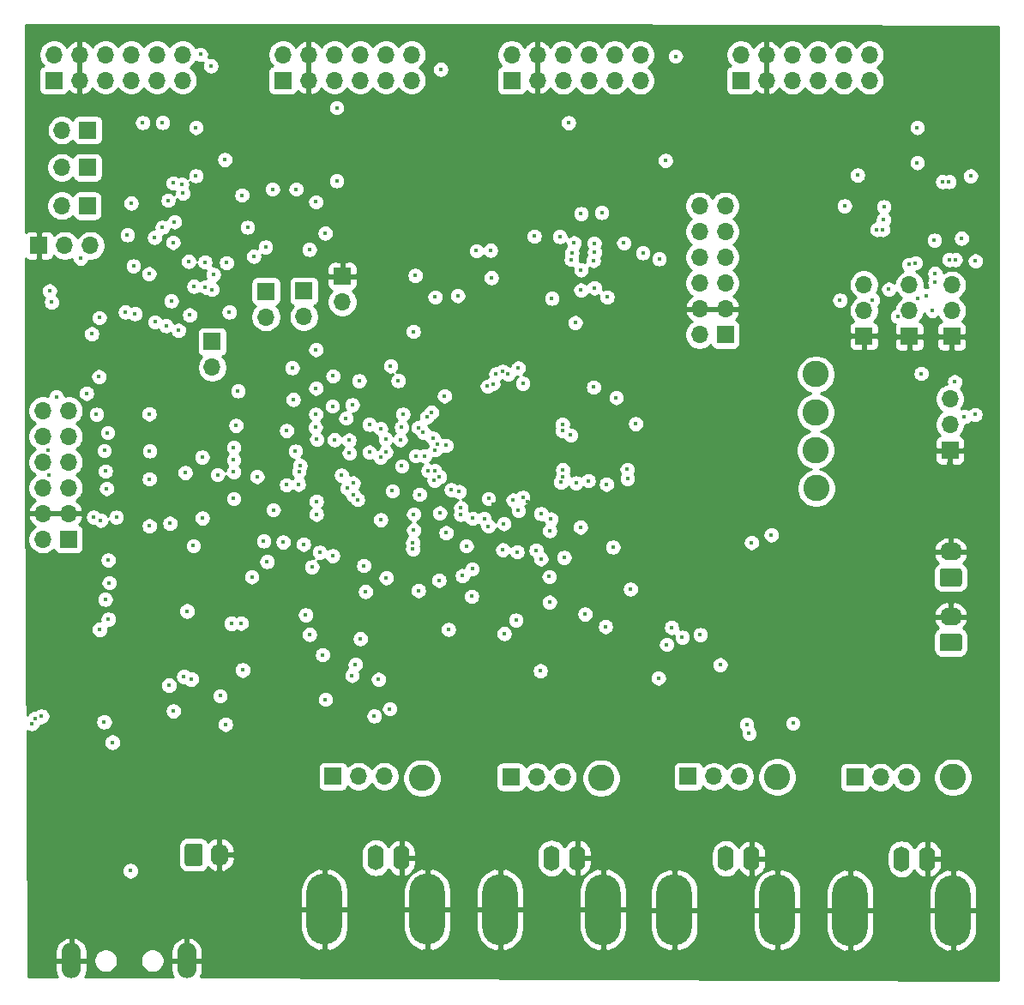
<source format=gbr>
G04 #@! TF.GenerationSoftware,KiCad,Pcbnew,5.1.5+dfsg1-2build2*
G04 #@! TF.CreationDate,2021-12-23T23:12:40-03:00*
G04 #@! TF.ProjectId,board_test,626f6172-645f-4746-9573-742e6b696361,rev?*
G04 #@! TF.SameCoordinates,Original*
G04 #@! TF.FileFunction,Copper,L2,Inr*
G04 #@! TF.FilePolarity,Positive*
%FSLAX46Y46*%
G04 Gerber Fmt 4.6, Leading zero omitted, Abs format (unit mm)*
G04 Created by KiCad (PCBNEW 5.1.5+dfsg1-2build2) date 2021-12-23 23:12:40*
%MOMM*%
%LPD*%
G04 APERTURE LIST*
%ADD10C,2.600000*%
%ADD11O,1.900000X3.500000*%
%ADD12O,1.700000X1.700000*%
%ADD13R,1.700000X1.700000*%
%ADD14C,0.100000*%
%ADD15O,2.200000X1.740000*%
%ADD16O,1.740000X2.200000*%
%ADD17O,3.500000X7.000000*%
%ADD18O,1.600000X2.500000*%
%ADD19C,0.400000*%
%ADD20C,0.450000*%
%ADD21C,0.254000*%
G04 APERTURE END LIST*
D10*
X215130000Y-92540000D03*
X232520000Y-92440000D03*
X197450000Y-92540000D03*
X249870000Y-92460000D03*
X236370000Y-63920000D03*
X236300000Y-60150000D03*
X236310000Y-56420000D03*
X236340000Y-52670000D03*
D11*
X174230000Y-110570000D03*
X162830000Y-110570000D03*
D12*
X241620000Y-21110000D03*
X241620000Y-23650000D03*
X239080000Y-21110000D03*
X239080000Y-23650000D03*
X236540000Y-21110000D03*
X236540000Y-23650000D03*
X234000000Y-21110000D03*
X234000000Y-23650000D03*
X231460000Y-21110000D03*
X231460000Y-23650000D03*
X228920000Y-21110000D03*
D13*
X228920000Y-23650000D03*
D12*
X196420000Y-21100000D03*
X196420000Y-23640000D03*
X193880000Y-21100000D03*
X193880000Y-23640000D03*
X191340000Y-21100000D03*
X191340000Y-23640000D03*
X188800000Y-21100000D03*
X188800000Y-23640000D03*
X186260000Y-21100000D03*
X186260000Y-23640000D03*
X183720000Y-21100000D03*
D13*
X183720000Y-23640000D03*
D12*
X224850250Y-36040000D03*
X227390250Y-36040000D03*
X224850250Y-38580000D03*
X227390250Y-38580000D03*
X224850250Y-41120000D03*
X227390250Y-41120000D03*
X224850250Y-43660000D03*
X227390250Y-43660000D03*
X224850250Y-46200000D03*
X227390250Y-46200000D03*
X224850250Y-48740000D03*
D13*
X227390250Y-48740000D03*
D12*
X245570000Y-43840000D03*
X245570000Y-46380000D03*
D13*
X245570000Y-48920000D03*
X162560000Y-68950000D03*
D12*
X160020000Y-68950000D03*
X162560000Y-66410000D03*
X160020000Y-66410000D03*
X162560000Y-63870000D03*
X160020000Y-63870000D03*
X162560000Y-61330000D03*
X160020000Y-61330000D03*
X162560000Y-58790000D03*
X160020000Y-58790000D03*
X162560000Y-56250000D03*
X160020000Y-56250000D03*
X211310000Y-92420000D03*
X208770000Y-92420000D03*
D13*
X206230000Y-92420000D03*
D12*
X193740000Y-92360000D03*
X191200000Y-92360000D03*
D13*
X188660000Y-92360000D03*
D12*
X228810000Y-92370000D03*
X226270000Y-92370000D03*
D13*
X223730000Y-92370000D03*
D12*
X245270000Y-92450000D03*
X242730000Y-92450000D03*
D13*
X240190000Y-92450000D03*
D12*
X241070000Y-43810000D03*
X241070000Y-46350000D03*
D13*
X241070000Y-48890000D03*
D12*
X164720000Y-39950000D03*
X162180000Y-39950000D03*
D13*
X159640000Y-39950000D03*
D12*
X189580000Y-45520000D03*
D13*
X189580000Y-42980000D03*
D12*
X185780000Y-46990000D03*
D13*
X185780000Y-44450000D03*
D12*
X176740000Y-51990000D03*
D13*
X176740000Y-49450000D03*
D12*
X182040000Y-47010000D03*
D13*
X182040000Y-44470000D03*
D12*
X161890000Y-32240000D03*
D13*
X164430000Y-32240000D03*
D12*
X161910000Y-28560000D03*
D13*
X164450000Y-28560000D03*
D12*
X161880000Y-36030000D03*
D13*
X164420000Y-36030000D03*
D12*
X249570000Y-55090000D03*
X249570000Y-57630000D03*
D13*
X249570000Y-60170000D03*
D12*
X249760000Y-43850000D03*
X249760000Y-46390000D03*
D13*
X249760000Y-48930000D03*
D12*
X173810000Y-21100000D03*
X173810000Y-23640000D03*
X171270000Y-21100000D03*
X171270000Y-23640000D03*
X168730000Y-21100000D03*
X168730000Y-23640000D03*
X166190000Y-21100000D03*
X166190000Y-23640000D03*
X163650000Y-21100000D03*
X163650000Y-23640000D03*
X161110000Y-21100000D03*
D13*
X161110000Y-23640000D03*
D12*
X219000000Y-21120000D03*
X219000000Y-23660000D03*
X216460000Y-21120000D03*
X216460000Y-23660000D03*
X213920000Y-21120000D03*
X213920000Y-23660000D03*
X211380000Y-21120000D03*
X211380000Y-23660000D03*
X208840000Y-21120000D03*
X208840000Y-23660000D03*
X206300000Y-21120000D03*
D13*
X206300000Y-23660000D03*
G04 #@! TA.AperFunction,ViaPad*
D14*
G36*
X250524505Y-78261204D02*
G01*
X250548773Y-78264804D01*
X250572572Y-78270765D01*
X250595671Y-78279030D01*
X250617850Y-78289520D01*
X250638893Y-78302132D01*
X250658599Y-78316747D01*
X250676777Y-78333223D01*
X250693253Y-78351401D01*
X250707868Y-78371107D01*
X250720480Y-78392150D01*
X250730970Y-78414329D01*
X250739235Y-78437428D01*
X250745196Y-78461227D01*
X250748796Y-78485495D01*
X250750000Y-78509999D01*
X250750000Y-79750001D01*
X250748796Y-79774505D01*
X250745196Y-79798773D01*
X250739235Y-79822572D01*
X250730970Y-79845671D01*
X250720480Y-79867850D01*
X250707868Y-79888893D01*
X250693253Y-79908599D01*
X250676777Y-79926777D01*
X250658599Y-79943253D01*
X250638893Y-79957868D01*
X250617850Y-79970480D01*
X250595671Y-79980970D01*
X250572572Y-79989235D01*
X250548773Y-79995196D01*
X250524505Y-79998796D01*
X250500001Y-80000000D01*
X248799999Y-80000000D01*
X248775495Y-79998796D01*
X248751227Y-79995196D01*
X248727428Y-79989235D01*
X248704329Y-79980970D01*
X248682150Y-79970480D01*
X248661107Y-79957868D01*
X248641401Y-79943253D01*
X248623223Y-79926777D01*
X248606747Y-79908599D01*
X248592132Y-79888893D01*
X248579520Y-79867850D01*
X248569030Y-79845671D01*
X248560765Y-79822572D01*
X248554804Y-79798773D01*
X248551204Y-79774505D01*
X248550000Y-79750001D01*
X248550000Y-78509999D01*
X248551204Y-78485495D01*
X248554804Y-78461227D01*
X248560765Y-78437428D01*
X248569030Y-78414329D01*
X248579520Y-78392150D01*
X248592132Y-78371107D01*
X248606747Y-78351401D01*
X248623223Y-78333223D01*
X248641401Y-78316747D01*
X248661107Y-78302132D01*
X248682150Y-78289520D01*
X248704329Y-78279030D01*
X248727428Y-78270765D01*
X248751227Y-78264804D01*
X248775495Y-78261204D01*
X248799999Y-78260000D01*
X250500001Y-78260000D01*
X250524505Y-78261204D01*
G37*
G04 #@! TD.AperFunction*
D15*
X249650000Y-76590000D03*
X249650000Y-70190000D03*
G04 #@! TA.AperFunction,ViaPad*
D14*
G36*
X250524505Y-71861204D02*
G01*
X250548773Y-71864804D01*
X250572572Y-71870765D01*
X250595671Y-71879030D01*
X250617850Y-71889520D01*
X250638893Y-71902132D01*
X250658599Y-71916747D01*
X250676777Y-71933223D01*
X250693253Y-71951401D01*
X250707868Y-71971107D01*
X250720480Y-71992150D01*
X250730970Y-72014329D01*
X250739235Y-72037428D01*
X250745196Y-72061227D01*
X250748796Y-72085495D01*
X250750000Y-72109999D01*
X250750000Y-73350001D01*
X250748796Y-73374505D01*
X250745196Y-73398773D01*
X250739235Y-73422572D01*
X250730970Y-73445671D01*
X250720480Y-73467850D01*
X250707868Y-73488893D01*
X250693253Y-73508599D01*
X250676777Y-73526777D01*
X250658599Y-73543253D01*
X250638893Y-73557868D01*
X250617850Y-73570480D01*
X250595671Y-73580970D01*
X250572572Y-73589235D01*
X250548773Y-73595196D01*
X250524505Y-73598796D01*
X250500001Y-73600000D01*
X248799999Y-73600000D01*
X248775495Y-73598796D01*
X248751227Y-73595196D01*
X248727428Y-73589235D01*
X248704329Y-73580970D01*
X248682150Y-73570480D01*
X248661107Y-73557868D01*
X248641401Y-73543253D01*
X248623223Y-73526777D01*
X248606747Y-73508599D01*
X248592132Y-73488893D01*
X248579520Y-73467850D01*
X248569030Y-73445671D01*
X248560765Y-73422572D01*
X248554804Y-73398773D01*
X248551204Y-73374505D01*
X248550000Y-73350001D01*
X248550000Y-72109999D01*
X248551204Y-72085495D01*
X248554804Y-72061227D01*
X248560765Y-72037428D01*
X248569030Y-72014329D01*
X248579520Y-71992150D01*
X248592132Y-71971107D01*
X248606747Y-71951401D01*
X248623223Y-71933223D01*
X248641401Y-71916747D01*
X248661107Y-71902132D01*
X248682150Y-71889520D01*
X248704329Y-71879030D01*
X248727428Y-71870765D01*
X248751227Y-71864804D01*
X248775495Y-71861204D01*
X248799999Y-71860000D01*
X250500001Y-71860000D01*
X250524505Y-71861204D01*
G37*
G04 #@! TD.AperFunction*
D16*
X177450000Y-100110000D03*
G04 #@! TA.AperFunction,ViaPad*
D14*
G36*
X175554505Y-99011204D02*
G01*
X175578773Y-99014804D01*
X175602572Y-99020765D01*
X175625671Y-99029030D01*
X175647850Y-99039520D01*
X175668893Y-99052132D01*
X175688599Y-99066747D01*
X175706777Y-99083223D01*
X175723253Y-99101401D01*
X175737868Y-99121107D01*
X175750480Y-99142150D01*
X175760970Y-99164329D01*
X175769235Y-99187428D01*
X175775196Y-99211227D01*
X175778796Y-99235495D01*
X175780000Y-99259999D01*
X175780000Y-100960001D01*
X175778796Y-100984505D01*
X175775196Y-101008773D01*
X175769235Y-101032572D01*
X175760970Y-101055671D01*
X175750480Y-101077850D01*
X175737868Y-101098893D01*
X175723253Y-101118599D01*
X175706777Y-101136777D01*
X175688599Y-101153253D01*
X175668893Y-101167868D01*
X175647850Y-101180480D01*
X175625671Y-101190970D01*
X175602572Y-101199235D01*
X175578773Y-101205196D01*
X175554505Y-101208796D01*
X175530001Y-101210000D01*
X174289999Y-101210000D01*
X174265495Y-101208796D01*
X174241227Y-101205196D01*
X174217428Y-101199235D01*
X174194329Y-101190970D01*
X174172150Y-101180480D01*
X174151107Y-101167868D01*
X174131401Y-101153253D01*
X174113223Y-101136777D01*
X174096747Y-101118599D01*
X174082132Y-101098893D01*
X174069520Y-101077850D01*
X174059030Y-101055671D01*
X174050765Y-101032572D01*
X174044804Y-101008773D01*
X174041204Y-100984505D01*
X174040000Y-100960001D01*
X174040000Y-99259999D01*
X174041204Y-99235495D01*
X174044804Y-99211227D01*
X174050765Y-99187428D01*
X174059030Y-99164329D01*
X174069520Y-99142150D01*
X174082132Y-99121107D01*
X174096747Y-99101401D01*
X174113223Y-99083223D01*
X174131401Y-99066747D01*
X174151107Y-99052132D01*
X174172150Y-99039520D01*
X174194329Y-99029030D01*
X174217428Y-99020765D01*
X174241227Y-99014804D01*
X174265495Y-99011204D01*
X174289999Y-99010000D01*
X175530001Y-99010000D01*
X175554505Y-99011204D01*
G37*
G04 #@! TD.AperFunction*
D17*
X249880000Y-105590000D03*
X239720000Y-105590000D03*
D18*
X244800000Y-100510000D03*
X247340000Y-100510000D03*
X229990000Y-100470000D03*
X227450000Y-100470000D03*
D17*
X222370000Y-105550000D03*
X232530000Y-105550000D03*
X197970000Y-105500000D03*
X187810000Y-105500000D03*
D18*
X192890000Y-100420000D03*
X195430000Y-100420000D03*
X212780000Y-100430000D03*
X210240000Y-100430000D03*
D17*
X205160000Y-105510000D03*
X215320000Y-105510000D03*
D19*
X187640000Y-80360000D03*
X229500000Y-87240000D03*
X164340000Y-54550000D03*
X161360000Y-54910000D03*
X170530000Y-63010000D03*
X172570876Y-67389124D03*
X190870000Y-81310000D03*
X220800000Y-82660000D03*
X160560000Y-60130000D03*
X166420000Y-58430000D03*
X160580000Y-62580000D03*
X166200000Y-62230000D03*
X190550000Y-82410000D03*
X193160000Y-82800000D03*
X187920000Y-84770000D03*
X192730000Y-86400000D03*
X194260000Y-85700000D03*
X209133600Y-81950000D03*
X165730000Y-67090000D03*
X166570000Y-73250000D03*
X165040000Y-66780000D03*
X166490000Y-76850000D03*
X210188515Y-66958586D03*
X202350000Y-74590000D03*
X201260000Y-66510000D03*
X202412999Y-71889183D03*
X202440001Y-66892256D03*
D20*
X168670000Y-101690000D03*
D19*
X183740000Y-69230000D03*
X185763559Y-69456441D03*
X186590000Y-71680000D03*
X191705000Y-71555000D03*
X195450000Y-61730000D03*
X190660000Y-63410000D03*
X189500000Y-62625527D03*
X193379546Y-67026884D03*
X194520000Y-64180000D03*
X181830000Y-69130000D03*
X178859999Y-64945000D03*
X179090000Y-57710000D03*
X172900000Y-85910000D03*
X180839540Y-41021279D03*
X176052291Y-44055010D03*
X174930000Y-43990000D03*
X172700000Y-45430000D03*
X187900000Y-38740000D03*
X182699998Y-34390000D03*
X169880000Y-27820000D03*
X171830000Y-27810000D03*
X185020000Y-34390000D03*
X186970000Y-35650000D03*
X168358606Y-38899170D03*
X171052985Y-39162983D03*
X168742696Y-35772696D03*
X171820000Y-38150000D03*
X165600000Y-47080000D03*
X164850000Y-48670000D03*
X168160000Y-46530000D03*
X168970000Y-41972500D03*
X174420000Y-41520000D03*
X171080000Y-47500000D03*
X173410000Y-48340000D03*
X172200000Y-47880000D03*
X169110000Y-46700000D03*
X170505000Y-42750000D03*
X205427501Y-70000000D03*
X203990000Y-67660000D03*
X198760000Y-60130000D03*
X197700000Y-60730008D03*
X196630000Y-66480000D03*
X217710000Y-62060000D03*
X213868946Y-63181054D03*
X199670000Y-54800000D03*
X195570000Y-56620000D03*
X193359999Y-58015010D03*
X193359999Y-60850000D03*
X215660000Y-63530000D03*
X217740000Y-62970000D03*
X197210008Y-64530000D03*
X198550000Y-58990000D03*
X214390000Y-53940000D03*
X216622500Y-54970000D03*
X200347510Y-64060000D03*
X199825000Y-68320000D03*
X222090000Y-77660000D03*
X215570000Y-77580000D03*
X170520000Y-56580000D03*
X229980000Y-69280000D03*
X244419999Y-46950001D03*
X245520000Y-41830000D03*
X243530000Y-44270000D03*
X170560000Y-60240000D03*
X221600000Y-79350000D03*
X223140000Y-78630000D03*
X186348554Y-78361446D03*
X180652463Y-72665355D03*
X246160000Y-41670000D03*
X247230000Y-44910000D03*
X218040000Y-73880000D03*
X213540000Y-76350000D03*
X206730000Y-76940000D03*
X205570000Y-78270000D03*
X191360000Y-78780000D03*
X174880000Y-69600000D03*
X170530000Y-67640000D03*
X231930000Y-68530000D03*
X179590000Y-77240000D03*
X229740000Y-88140000D03*
X234080000Y-87130000D03*
X246740000Y-52590000D03*
X247840000Y-46380000D03*
X239170000Y-36040000D03*
X249500000Y-41350000D03*
X241920000Y-45330000D03*
X246350000Y-45190000D03*
X250100000Y-41350000D03*
X250710000Y-39240000D03*
X249470000Y-33650000D03*
X248850000Y-33650000D03*
X246339999Y-31783151D03*
X246339999Y-28310001D03*
X222490000Y-21260000D03*
X240455030Y-33005030D03*
X243050000Y-36120000D03*
X243010000Y-37420000D03*
X248030000Y-39430000D03*
X252080000Y-41480000D03*
X252050010Y-56640000D03*
X250990000Y-56860000D03*
X177990000Y-31470000D03*
X214478555Y-44141445D03*
X200980000Y-44910000D03*
X196780000Y-42910000D03*
X198740000Y-45040000D03*
X165560000Y-52910000D03*
X165310000Y-56620000D03*
X166090000Y-60200000D03*
X166310000Y-63950000D03*
X167270000Y-66770000D03*
X166480000Y-71010000D03*
X166180000Y-74890000D03*
X242360000Y-38379999D03*
X242950000Y-38379999D03*
X251610000Y-33090000D03*
D20*
X165620000Y-77860000D03*
D19*
X179680000Y-34980000D03*
X189030000Y-26350000D03*
X189030000Y-33570000D03*
X199300000Y-22570000D03*
X212576446Y-47576446D03*
X213140000Y-44360000D03*
X213150000Y-42370000D03*
X213150000Y-36800000D03*
X221480000Y-31560000D03*
X211920000Y-27830000D03*
X215190000Y-36700000D03*
X176610000Y-22220000D03*
X175580000Y-21080000D03*
X175130000Y-33070000D03*
X175130000Y-28300000D03*
X173728554Y-33911446D03*
X172390000Y-35490000D03*
X180230000Y-38150000D03*
X173840000Y-34800000D03*
X172890000Y-33780000D03*
X187060000Y-59100000D03*
X212240000Y-40720000D03*
X214490000Y-40620000D03*
X219260000Y-40680000D03*
X186930000Y-57910000D03*
X212190000Y-41330000D03*
X214380000Y-41430000D03*
X220870000Y-41270000D03*
X186970000Y-56620000D03*
X217370000Y-39710000D03*
X214450000Y-39730000D03*
X212460000Y-39700000D03*
X211060000Y-39070000D03*
X208530000Y-39030000D03*
X202820000Y-40470000D03*
X179290000Y-54320000D03*
X174517500Y-46810000D03*
X178420000Y-46530000D03*
X186330000Y-40340000D03*
X163740000Y-41200000D03*
X184640000Y-52030000D03*
X184740000Y-55160000D03*
X184080000Y-63590000D03*
X184080000Y-58220000D03*
X211159102Y-63327081D03*
X198660000Y-63155000D03*
X192259999Y-60354990D03*
X186975000Y-54045000D03*
X189940000Y-57000000D03*
X188610000Y-55815000D03*
X212130000Y-58680000D03*
X188660000Y-52840000D03*
X188630000Y-70590000D03*
X182153909Y-71163909D03*
X182780000Y-66050000D03*
X185255000Y-63520000D03*
X187350000Y-70250000D03*
X190250000Y-59170000D03*
X190570000Y-55690000D03*
X184960000Y-60250000D03*
X192259999Y-57620000D03*
X190275000Y-60455000D03*
X174080000Y-62380000D03*
X175765000Y-66870000D03*
X181172500Y-62760000D03*
X178859999Y-59890000D03*
X175750031Y-60850031D03*
X191870000Y-74130000D03*
X193920000Y-72765000D03*
X196830000Y-60720000D03*
X193880000Y-60370000D03*
X193859999Y-59070000D03*
X188810000Y-59140000D03*
X190070000Y-63910000D03*
X198942866Y-59558544D03*
X199180000Y-62780000D03*
X199830000Y-59690000D03*
X201130000Y-64250000D03*
X199200000Y-66370000D03*
X196600000Y-48440000D03*
X207410728Y-64829856D03*
X204015844Y-64941461D03*
X206850000Y-70200000D03*
X208714990Y-70040000D03*
X206450000Y-65100000D03*
X203911711Y-53853684D03*
X194350000Y-51840000D03*
X196630000Y-68055000D03*
D20*
X179750000Y-81870000D03*
D19*
X218540000Y-57550000D03*
X211340000Y-62105000D03*
X190640190Y-64580190D03*
X211340000Y-62755000D03*
X191099810Y-65039810D03*
X198389810Y-56430190D03*
X211320000Y-57605000D03*
X197930190Y-56889810D03*
X211320000Y-58255000D03*
X197569810Y-58399810D03*
X185307498Y-62256658D03*
X185412453Y-61665907D03*
X197110190Y-57940190D03*
X196540720Y-69935720D03*
X198705000Y-62180000D03*
X196540720Y-69285720D03*
X198055000Y-62180000D03*
X176720000Y-44290000D03*
X176860000Y-42820000D03*
X176030000Y-41590000D03*
X172880000Y-39650000D03*
D20*
X166900000Y-89000000D03*
X166070000Y-86980000D03*
X172475000Y-83380000D03*
X174660000Y-82750000D03*
X173950000Y-82500000D03*
D19*
X186975000Y-50235000D03*
X177520000Y-84420000D03*
X178050000Y-87230000D03*
X176630000Y-34030000D03*
X178540000Y-40370000D03*
X185340000Y-39150000D03*
X249750000Y-50680000D03*
X247520000Y-41690000D03*
X208010000Y-44810000D03*
X209150000Y-45790000D03*
X206960000Y-45790000D03*
X184110000Y-40040000D03*
X185050000Y-41560000D03*
X208310000Y-48980000D03*
X179210000Y-41550000D03*
X202650000Y-53750000D03*
X203050000Y-53240000D03*
X204020000Y-69250000D03*
X201250000Y-70600000D03*
X197900000Y-50630000D03*
X199680000Y-51800000D03*
X197850000Y-46600000D03*
X195620000Y-46220000D03*
X177200000Y-30060000D03*
X190630000Y-38710000D03*
X194650000Y-46110000D03*
X219630000Y-54990000D03*
X219700000Y-53420000D03*
X221910000Y-55580000D03*
X223160000Y-56710000D03*
X216810000Y-65070000D03*
X163300000Y-49570000D03*
X171066531Y-37392623D03*
X179480000Y-39830000D03*
X252760000Y-32130000D03*
X204440000Y-65530000D03*
X204710000Y-72970000D03*
X203455910Y-72455910D03*
X206820000Y-71910000D03*
X173380000Y-52280000D03*
X169210000Y-51290000D03*
X171120000Y-53700000D03*
X170480000Y-54030000D03*
X169290000Y-58720000D03*
X169290000Y-63990000D03*
X170330000Y-61250000D03*
X169410000Y-65840000D03*
X170700000Y-68950000D03*
X169290000Y-71450000D03*
X169350000Y-73360000D03*
X239640000Y-49260000D03*
X245570000Y-50490000D03*
X249450000Y-61560000D03*
X215520000Y-60820000D03*
X183150000Y-40510000D03*
X167890000Y-37750000D03*
D20*
X177900000Y-106190000D03*
X179100000Y-105180000D03*
X163080000Y-107440000D03*
X163710000Y-107060000D03*
X167520000Y-99210000D03*
X169580000Y-97160000D03*
X170250000Y-95980000D03*
X168084999Y-90500000D03*
X168119586Y-89239586D03*
X165515001Y-90510000D03*
X162150000Y-93160000D03*
X160840000Y-94050000D03*
X159120000Y-93150000D03*
X162070000Y-84650000D03*
X162080000Y-83410000D03*
X167430000Y-83370000D03*
X175070000Y-83980000D03*
X172064999Y-78880000D03*
X170900000Y-76130000D03*
D19*
X207834432Y-65254682D03*
X211205007Y-67055007D03*
X207834432Y-65254682D03*
X212850000Y-68830000D03*
X212580000Y-70260000D03*
X195700000Y-74880000D03*
X200231879Y-71673700D03*
X198249090Y-69690910D03*
X194580000Y-68250000D03*
X191270000Y-66120000D03*
X174070000Y-68430000D03*
X181940000Y-59180000D03*
X182156409Y-56706409D03*
X183480000Y-71850000D03*
X172900000Y-46790000D03*
X200110000Y-45000000D03*
X211500000Y-46640000D03*
X211480000Y-45710000D03*
X169440000Y-104860000D03*
X169250000Y-104240000D03*
X160840000Y-83170000D03*
X173600000Y-80620000D03*
X188200000Y-63610000D03*
X170550000Y-40060000D03*
X167290000Y-36870000D03*
X170540000Y-46040000D03*
X174110000Y-42950000D03*
X161680000Y-80190000D03*
X166930000Y-43710000D03*
X172800000Y-90650000D03*
X180470000Y-85430000D03*
X177120000Y-89500000D03*
X180470000Y-42560000D03*
X204900000Y-33440000D03*
X218280000Y-29180000D03*
X218340000Y-27060000D03*
X217030000Y-35230000D03*
X216692500Y-36350000D03*
X197100000Y-74020000D03*
X248090000Y-43610000D03*
X173020000Y-37620000D03*
X160880000Y-45550000D03*
X160680000Y-44440000D03*
X248090000Y-42710000D03*
X238710000Y-45350000D03*
X250040000Y-53420000D03*
X199140000Y-73010000D03*
X201830000Y-69610000D03*
X211480000Y-70760000D03*
X210051405Y-68120000D03*
X205530000Y-67420000D03*
D20*
X158910000Y-87140000D03*
X159270000Y-86650000D03*
X159890000Y-86440000D03*
X174260000Y-76040000D03*
X178640000Y-77260000D03*
D19*
X195310000Y-59130000D03*
X195425000Y-57915000D03*
X185960000Y-76430000D03*
X187035000Y-65215000D03*
X187035000Y-66485000D03*
X178859999Y-61135000D03*
X195100000Y-53300000D03*
X191250000Y-53310000D03*
X178859999Y-62310000D03*
X177270000Y-62580000D03*
X200060000Y-77860000D03*
X182010000Y-40100000D03*
X178150000Y-41660000D03*
X205950000Y-52640000D03*
X213100000Y-67760000D03*
X209200000Y-66430001D03*
X204460000Y-53610000D03*
X216310000Y-69730000D03*
X224920000Y-78370000D03*
X226890000Y-81360000D03*
X206975000Y-66130000D03*
X205403047Y-52393333D03*
X203591446Y-66918554D03*
X201436842Y-72546842D03*
X201284065Y-65850569D03*
X204760000Y-52630000D03*
X212650910Y-63390910D03*
X209199090Y-70889090D03*
X210010000Y-72650000D03*
X210042359Y-75173187D03*
X207410000Y-53570000D03*
X215730000Y-45040000D03*
X206950001Y-52050000D03*
X210270000Y-45170000D03*
X204210000Y-40430000D03*
X204300000Y-43140000D03*
D21*
G36*
X254323147Y-18376453D02*
G01*
X254370000Y-58555380D01*
X254370001Y-112452369D01*
X175583389Y-112190998D01*
X175645748Y-112093886D01*
X175759768Y-111803778D01*
X175815000Y-111497000D01*
X175815000Y-110697000D01*
X174357000Y-110697000D01*
X174357000Y-110717000D01*
X174103000Y-110717000D01*
X174103000Y-110697000D01*
X172645000Y-110697000D01*
X172645000Y-111497000D01*
X172700232Y-111803778D01*
X172814252Y-112093886D01*
X172870833Y-112181999D01*
X164207622Y-112153259D01*
X164245748Y-112093886D01*
X164359768Y-111803778D01*
X164415000Y-111497000D01*
X164415000Y-110697000D01*
X162957000Y-110697000D01*
X162957000Y-110717000D01*
X162703000Y-110717000D01*
X162703000Y-110697000D01*
X161245000Y-110697000D01*
X161245000Y-111497000D01*
X161300232Y-111803778D01*
X161414252Y-112093886D01*
X161446496Y-112144100D01*
X158603808Y-112134669D01*
X158594594Y-110453288D01*
X165045000Y-110453288D01*
X165045000Y-110686712D01*
X165090539Y-110915652D01*
X165179866Y-111131308D01*
X165309550Y-111325394D01*
X165474606Y-111490450D01*
X165668692Y-111620134D01*
X165884348Y-111709461D01*
X166113288Y-111755000D01*
X166346712Y-111755000D01*
X166575652Y-111709461D01*
X166791308Y-111620134D01*
X166985394Y-111490450D01*
X167150450Y-111325394D01*
X167280134Y-111131308D01*
X167369461Y-110915652D01*
X167415000Y-110686712D01*
X167415000Y-110453288D01*
X169645000Y-110453288D01*
X169645000Y-110686712D01*
X169690539Y-110915652D01*
X169779866Y-111131308D01*
X169909550Y-111325394D01*
X170074606Y-111490450D01*
X170268692Y-111620134D01*
X170484348Y-111709461D01*
X170713288Y-111755000D01*
X170946712Y-111755000D01*
X171175652Y-111709461D01*
X171391308Y-111620134D01*
X171585394Y-111490450D01*
X171750450Y-111325394D01*
X171880134Y-111131308D01*
X171969461Y-110915652D01*
X172015000Y-110686712D01*
X172015000Y-110453288D01*
X171969461Y-110224348D01*
X171880134Y-110008692D01*
X171750450Y-109814606D01*
X171585394Y-109649550D01*
X171575592Y-109643000D01*
X172645000Y-109643000D01*
X172645000Y-110443000D01*
X174103000Y-110443000D01*
X174103000Y-108349416D01*
X174357000Y-108349416D01*
X174357000Y-110443000D01*
X175815000Y-110443000D01*
X175815000Y-109643000D01*
X175759768Y-109336222D01*
X175645748Y-109046114D01*
X175477322Y-108783825D01*
X175260962Y-108559434D01*
X175004983Y-108381564D01*
X174719221Y-108257051D01*
X174602588Y-108229414D01*
X174357000Y-108349416D01*
X174103000Y-108349416D01*
X173857412Y-108229414D01*
X173740779Y-108257051D01*
X173455017Y-108381564D01*
X173199038Y-108559434D01*
X172982678Y-108783825D01*
X172814252Y-109046114D01*
X172700232Y-109336222D01*
X172645000Y-109643000D01*
X171575592Y-109643000D01*
X171391308Y-109519866D01*
X171175652Y-109430539D01*
X170946712Y-109385000D01*
X170713288Y-109385000D01*
X170484348Y-109430539D01*
X170268692Y-109519866D01*
X170074606Y-109649550D01*
X169909550Y-109814606D01*
X169779866Y-110008692D01*
X169690539Y-110224348D01*
X169645000Y-110453288D01*
X167415000Y-110453288D01*
X167369461Y-110224348D01*
X167280134Y-110008692D01*
X167150450Y-109814606D01*
X166985394Y-109649550D01*
X166791308Y-109519866D01*
X166575652Y-109430539D01*
X166346712Y-109385000D01*
X166113288Y-109385000D01*
X165884348Y-109430539D01*
X165668692Y-109519866D01*
X165474606Y-109649550D01*
X165309550Y-109814606D01*
X165179866Y-110008692D01*
X165090539Y-110224348D01*
X165045000Y-110453288D01*
X158594594Y-110453288D01*
X158590153Y-109643000D01*
X161245000Y-109643000D01*
X161245000Y-110443000D01*
X162703000Y-110443000D01*
X162703000Y-108349416D01*
X162957000Y-108349416D01*
X162957000Y-110443000D01*
X164415000Y-110443000D01*
X164415000Y-109643000D01*
X164359768Y-109336222D01*
X164245748Y-109046114D01*
X164077322Y-108783825D01*
X163860962Y-108559434D01*
X163604983Y-108381564D01*
X163319221Y-108257051D01*
X163202588Y-108229414D01*
X162957000Y-108349416D01*
X162703000Y-108349416D01*
X162457412Y-108229414D01*
X162340779Y-108257051D01*
X162055017Y-108381564D01*
X161799038Y-108559434D01*
X161582678Y-108783825D01*
X161414252Y-109046114D01*
X161300232Y-109336222D01*
X161245000Y-109643000D01*
X158590153Y-109643000D01*
X158568145Y-105627000D01*
X185425000Y-105627000D01*
X185425000Y-107377000D01*
X185495604Y-107839850D01*
X185655148Y-108280032D01*
X185897502Y-108680631D01*
X186213352Y-109026252D01*
X186590561Y-109303612D01*
X187014632Y-109502053D01*
X187311997Y-109582427D01*
X187683000Y-109472625D01*
X187683000Y-105627000D01*
X187937000Y-105627000D01*
X187937000Y-109472625D01*
X188308003Y-109582427D01*
X188605368Y-109502053D01*
X189029439Y-109303612D01*
X189406648Y-109026252D01*
X189722498Y-108680631D01*
X189964852Y-108280032D01*
X190124396Y-107839850D01*
X190195000Y-107377000D01*
X190195000Y-105627000D01*
X195585000Y-105627000D01*
X195585000Y-107377000D01*
X195655604Y-107839850D01*
X195815148Y-108280032D01*
X196057502Y-108680631D01*
X196373352Y-109026252D01*
X196750561Y-109303612D01*
X197174632Y-109502053D01*
X197471997Y-109582427D01*
X197843000Y-109472625D01*
X197843000Y-105627000D01*
X198097000Y-105627000D01*
X198097000Y-109472625D01*
X198468003Y-109582427D01*
X198765368Y-109502053D01*
X199189439Y-109303612D01*
X199566648Y-109026252D01*
X199882498Y-108680631D01*
X200124852Y-108280032D01*
X200284396Y-107839850D01*
X200355000Y-107377000D01*
X200355000Y-105637000D01*
X202775000Y-105637000D01*
X202775000Y-107387000D01*
X202845604Y-107849850D01*
X203005148Y-108290032D01*
X203247502Y-108690631D01*
X203563352Y-109036252D01*
X203940561Y-109313612D01*
X204364632Y-109512053D01*
X204661997Y-109592427D01*
X205033000Y-109482625D01*
X205033000Y-105637000D01*
X205287000Y-105637000D01*
X205287000Y-109482625D01*
X205658003Y-109592427D01*
X205955368Y-109512053D01*
X206379439Y-109313612D01*
X206756648Y-109036252D01*
X207072498Y-108690631D01*
X207314852Y-108290032D01*
X207474396Y-107849850D01*
X207545000Y-107387000D01*
X207545000Y-105637000D01*
X212935000Y-105637000D01*
X212935000Y-107387000D01*
X213005604Y-107849850D01*
X213165148Y-108290032D01*
X213407502Y-108690631D01*
X213723352Y-109036252D01*
X214100561Y-109313612D01*
X214524632Y-109512053D01*
X214821997Y-109592427D01*
X215193000Y-109482625D01*
X215193000Y-105637000D01*
X215447000Y-105637000D01*
X215447000Y-109482625D01*
X215818003Y-109592427D01*
X216115368Y-109512053D01*
X216539439Y-109313612D01*
X216916648Y-109036252D01*
X217232498Y-108690631D01*
X217474852Y-108290032D01*
X217634396Y-107849850D01*
X217705000Y-107387000D01*
X217705000Y-105677000D01*
X219985000Y-105677000D01*
X219985000Y-107427000D01*
X220055604Y-107889850D01*
X220215148Y-108330032D01*
X220457502Y-108730631D01*
X220773352Y-109076252D01*
X221150561Y-109353612D01*
X221574632Y-109552053D01*
X221871997Y-109632427D01*
X222243000Y-109522625D01*
X222243000Y-105677000D01*
X222497000Y-105677000D01*
X222497000Y-109522625D01*
X222868003Y-109632427D01*
X223165368Y-109552053D01*
X223589439Y-109353612D01*
X223966648Y-109076252D01*
X224282498Y-108730631D01*
X224524852Y-108330032D01*
X224684396Y-107889850D01*
X224755000Y-107427000D01*
X224755000Y-105677000D01*
X230145000Y-105677000D01*
X230145000Y-107427000D01*
X230215604Y-107889850D01*
X230375148Y-108330032D01*
X230617502Y-108730631D01*
X230933352Y-109076252D01*
X231310561Y-109353612D01*
X231734632Y-109552053D01*
X232031997Y-109632427D01*
X232403000Y-109522625D01*
X232403000Y-105677000D01*
X232657000Y-105677000D01*
X232657000Y-109522625D01*
X233028003Y-109632427D01*
X233325368Y-109552053D01*
X233749439Y-109353612D01*
X234126648Y-109076252D01*
X234442498Y-108730631D01*
X234684852Y-108330032D01*
X234844396Y-107889850D01*
X234915000Y-107427000D01*
X234915000Y-105717000D01*
X237335000Y-105717000D01*
X237335000Y-107467000D01*
X237405604Y-107929850D01*
X237565148Y-108370032D01*
X237807502Y-108770631D01*
X238123352Y-109116252D01*
X238500561Y-109393612D01*
X238924632Y-109592053D01*
X239221997Y-109672427D01*
X239593000Y-109562625D01*
X239593000Y-105717000D01*
X239847000Y-105717000D01*
X239847000Y-109562625D01*
X240218003Y-109672427D01*
X240515368Y-109592053D01*
X240939439Y-109393612D01*
X241316648Y-109116252D01*
X241632498Y-108770631D01*
X241874852Y-108370032D01*
X242034396Y-107929850D01*
X242105000Y-107467000D01*
X242105000Y-105717000D01*
X247495000Y-105717000D01*
X247495000Y-107467000D01*
X247565604Y-107929850D01*
X247725148Y-108370032D01*
X247967502Y-108770631D01*
X248283352Y-109116252D01*
X248660561Y-109393612D01*
X249084632Y-109592053D01*
X249381997Y-109672427D01*
X249753000Y-109562625D01*
X249753000Y-105717000D01*
X250007000Y-105717000D01*
X250007000Y-109562625D01*
X250378003Y-109672427D01*
X250675368Y-109592053D01*
X251099439Y-109393612D01*
X251476648Y-109116252D01*
X251792498Y-108770631D01*
X252034852Y-108370032D01*
X252194396Y-107929850D01*
X252265000Y-107467000D01*
X252265000Y-105717000D01*
X250007000Y-105717000D01*
X249753000Y-105717000D01*
X247495000Y-105717000D01*
X242105000Y-105717000D01*
X239847000Y-105717000D01*
X239593000Y-105717000D01*
X237335000Y-105717000D01*
X234915000Y-105717000D01*
X234915000Y-105677000D01*
X232657000Y-105677000D01*
X232403000Y-105677000D01*
X230145000Y-105677000D01*
X224755000Y-105677000D01*
X222497000Y-105677000D01*
X222243000Y-105677000D01*
X219985000Y-105677000D01*
X217705000Y-105677000D01*
X217705000Y-105637000D01*
X215447000Y-105637000D01*
X215193000Y-105637000D01*
X212935000Y-105637000D01*
X207545000Y-105637000D01*
X205287000Y-105637000D01*
X205033000Y-105637000D01*
X202775000Y-105637000D01*
X200355000Y-105637000D01*
X200355000Y-105627000D01*
X198097000Y-105627000D01*
X197843000Y-105627000D01*
X195585000Y-105627000D01*
X190195000Y-105627000D01*
X187937000Y-105627000D01*
X187683000Y-105627000D01*
X185425000Y-105627000D01*
X158568145Y-105627000D01*
X158557163Y-103623000D01*
X185425000Y-103623000D01*
X185425000Y-105373000D01*
X187683000Y-105373000D01*
X187683000Y-101527375D01*
X187937000Y-101527375D01*
X187937000Y-105373000D01*
X190195000Y-105373000D01*
X190195000Y-103623000D01*
X195585000Y-103623000D01*
X195585000Y-105373000D01*
X197843000Y-105373000D01*
X197843000Y-101527375D01*
X198097000Y-101527375D01*
X198097000Y-105373000D01*
X200355000Y-105373000D01*
X200355000Y-103633000D01*
X202775000Y-103633000D01*
X202775000Y-105383000D01*
X205033000Y-105383000D01*
X205033000Y-101537375D01*
X205287000Y-101537375D01*
X205287000Y-105383000D01*
X207545000Y-105383000D01*
X207545000Y-103633000D01*
X212935000Y-103633000D01*
X212935000Y-105383000D01*
X215193000Y-105383000D01*
X215193000Y-101537375D01*
X215447000Y-101537375D01*
X215447000Y-105383000D01*
X217705000Y-105383000D01*
X217705000Y-103673000D01*
X219985000Y-103673000D01*
X219985000Y-105423000D01*
X222243000Y-105423000D01*
X222243000Y-101577375D01*
X222497000Y-101577375D01*
X222497000Y-105423000D01*
X224755000Y-105423000D01*
X224755000Y-103673000D01*
X230145000Y-103673000D01*
X230145000Y-105423000D01*
X232403000Y-105423000D01*
X232403000Y-101577375D01*
X232657000Y-101577375D01*
X232657000Y-105423000D01*
X234915000Y-105423000D01*
X234915000Y-103713000D01*
X237335000Y-103713000D01*
X237335000Y-105463000D01*
X239593000Y-105463000D01*
X239593000Y-101617375D01*
X239847000Y-101617375D01*
X239847000Y-105463000D01*
X242105000Y-105463000D01*
X242105000Y-103713000D01*
X247495000Y-103713000D01*
X247495000Y-105463000D01*
X249753000Y-105463000D01*
X249753000Y-101617375D01*
X250007000Y-101617375D01*
X250007000Y-105463000D01*
X252265000Y-105463000D01*
X252265000Y-103713000D01*
X252194396Y-103250150D01*
X252034852Y-102809968D01*
X251792498Y-102409369D01*
X251476648Y-102063748D01*
X251099439Y-101786388D01*
X250675368Y-101587947D01*
X250378003Y-101507573D01*
X250007000Y-101617375D01*
X249753000Y-101617375D01*
X249381997Y-101507573D01*
X249084632Y-101587947D01*
X248660561Y-101786388D01*
X248283352Y-102063748D01*
X247967502Y-102409369D01*
X247725148Y-102809968D01*
X247565604Y-103250150D01*
X247495000Y-103713000D01*
X242105000Y-103713000D01*
X242034396Y-103250150D01*
X241874852Y-102809968D01*
X241632498Y-102409369D01*
X241316648Y-102063748D01*
X240939439Y-101786388D01*
X240515368Y-101587947D01*
X240218003Y-101507573D01*
X239847000Y-101617375D01*
X239593000Y-101617375D01*
X239221997Y-101507573D01*
X238924632Y-101587947D01*
X238500561Y-101786388D01*
X238123352Y-102063748D01*
X237807502Y-102409369D01*
X237565148Y-102809968D01*
X237405604Y-103250150D01*
X237335000Y-103713000D01*
X234915000Y-103713000D01*
X234915000Y-103673000D01*
X234844396Y-103210150D01*
X234684852Y-102769968D01*
X234442498Y-102369369D01*
X234126648Y-102023748D01*
X233749439Y-101746388D01*
X233325368Y-101547947D01*
X233028003Y-101467573D01*
X232657000Y-101577375D01*
X232403000Y-101577375D01*
X232031997Y-101467573D01*
X231734632Y-101547947D01*
X231310561Y-101746388D01*
X230933352Y-102023748D01*
X230617502Y-102369369D01*
X230375148Y-102769968D01*
X230215604Y-103210150D01*
X230145000Y-103673000D01*
X224755000Y-103673000D01*
X224684396Y-103210150D01*
X224524852Y-102769968D01*
X224282498Y-102369369D01*
X223966648Y-102023748D01*
X223589439Y-101746388D01*
X223165368Y-101547947D01*
X222868003Y-101467573D01*
X222497000Y-101577375D01*
X222243000Y-101577375D01*
X221871997Y-101467573D01*
X221574632Y-101547947D01*
X221150561Y-101746388D01*
X220773352Y-102023748D01*
X220457502Y-102369369D01*
X220215148Y-102769968D01*
X220055604Y-103210150D01*
X219985000Y-103673000D01*
X217705000Y-103673000D01*
X217705000Y-103633000D01*
X217634396Y-103170150D01*
X217474852Y-102729968D01*
X217232498Y-102329369D01*
X216916648Y-101983748D01*
X216539439Y-101706388D01*
X216115368Y-101507947D01*
X215818003Y-101427573D01*
X215447000Y-101537375D01*
X215193000Y-101537375D01*
X214821997Y-101427573D01*
X214524632Y-101507947D01*
X214100561Y-101706388D01*
X213723352Y-101983748D01*
X213407502Y-102329369D01*
X213165148Y-102729968D01*
X213005604Y-103170150D01*
X212935000Y-103633000D01*
X207545000Y-103633000D01*
X207474396Y-103170150D01*
X207314852Y-102729968D01*
X207072498Y-102329369D01*
X206756648Y-101983748D01*
X206379439Y-101706388D01*
X205955368Y-101507947D01*
X205658003Y-101427573D01*
X205287000Y-101537375D01*
X205033000Y-101537375D01*
X204661997Y-101427573D01*
X204364632Y-101507947D01*
X203940561Y-101706388D01*
X203563352Y-101983748D01*
X203247502Y-102329369D01*
X203005148Y-102729968D01*
X202845604Y-103170150D01*
X202775000Y-103633000D01*
X200355000Y-103633000D01*
X200355000Y-103623000D01*
X200284396Y-103160150D01*
X200124852Y-102719968D01*
X199882498Y-102319369D01*
X199566648Y-101973748D01*
X199189439Y-101696388D01*
X198765368Y-101497947D01*
X198468003Y-101417573D01*
X198097000Y-101527375D01*
X197843000Y-101527375D01*
X197471997Y-101417573D01*
X197174632Y-101497947D01*
X196750561Y-101696388D01*
X196373352Y-101973748D01*
X196057502Y-102319369D01*
X195815148Y-102719968D01*
X195655604Y-103160150D01*
X195585000Y-103623000D01*
X190195000Y-103623000D01*
X190124396Y-103160150D01*
X189964852Y-102719968D01*
X189722498Y-102319369D01*
X189406648Y-101973748D01*
X189029439Y-101696388D01*
X188605368Y-101497947D01*
X188308003Y-101417573D01*
X187937000Y-101527375D01*
X187683000Y-101527375D01*
X187311997Y-101417573D01*
X187014632Y-101497947D01*
X186590561Y-101696388D01*
X186213352Y-101973748D01*
X185897502Y-102319369D01*
X185655148Y-102719968D01*
X185495604Y-103160150D01*
X185425000Y-103623000D01*
X158557163Y-103623000D01*
X158546104Y-101605297D01*
X167810000Y-101605297D01*
X167810000Y-101774703D01*
X167843049Y-101940853D01*
X167907878Y-102097363D01*
X168001995Y-102238218D01*
X168121782Y-102358005D01*
X168262637Y-102452122D01*
X168419147Y-102516951D01*
X168585297Y-102550000D01*
X168754703Y-102550000D01*
X168920853Y-102516951D01*
X169077363Y-102452122D01*
X169218218Y-102358005D01*
X169338005Y-102238218D01*
X169432122Y-102097363D01*
X169496951Y-101940853D01*
X169530000Y-101774703D01*
X169530000Y-101605297D01*
X169496951Y-101439147D01*
X169432122Y-101282637D01*
X169338005Y-101141782D01*
X169218218Y-101021995D01*
X169077363Y-100927878D01*
X168920853Y-100863049D01*
X168754703Y-100830000D01*
X168585297Y-100830000D01*
X168419147Y-100863049D01*
X168262637Y-100927878D01*
X168121782Y-101021995D01*
X168001995Y-101141782D01*
X167907878Y-101282637D01*
X167843049Y-101439147D01*
X167810000Y-101605297D01*
X158546104Y-101605297D01*
X158533252Y-99259999D01*
X173401928Y-99259999D01*
X173401928Y-100960001D01*
X173418992Y-101133255D01*
X173469528Y-101299851D01*
X173551595Y-101453387D01*
X173662038Y-101587962D01*
X173796613Y-101698405D01*
X173950149Y-101780472D01*
X174116745Y-101831008D01*
X174289999Y-101848072D01*
X175530001Y-101848072D01*
X175703255Y-101831008D01*
X175869851Y-101780472D01*
X176023387Y-101698405D01*
X176157962Y-101587962D01*
X176268405Y-101453387D01*
X176326507Y-101344686D01*
X176479506Y-101500536D01*
X176724563Y-101667571D01*
X176997498Y-101783588D01*
X177089969Y-101801302D01*
X177323000Y-101680246D01*
X177323000Y-100237000D01*
X177577000Y-100237000D01*
X177577000Y-101680246D01*
X177810031Y-101801302D01*
X177902502Y-101783588D01*
X178175437Y-101667571D01*
X178420494Y-101500536D01*
X178628256Y-101288903D01*
X178790738Y-101040804D01*
X178901696Y-100765773D01*
X178956866Y-100474380D01*
X178800586Y-100237000D01*
X177577000Y-100237000D01*
X177323000Y-100237000D01*
X177303000Y-100237000D01*
X177303000Y-99983000D01*
X177323000Y-99983000D01*
X177323000Y-98539754D01*
X177577000Y-98539754D01*
X177577000Y-99983000D01*
X178800586Y-99983000D01*
X178855553Y-99899508D01*
X191455000Y-99899508D01*
X191455000Y-100940491D01*
X191475764Y-101151308D01*
X191557818Y-101421807D01*
X191691068Y-101671100D01*
X191870392Y-101889607D01*
X192088899Y-102068932D01*
X192338192Y-102202182D01*
X192608691Y-102284236D01*
X192890000Y-102311943D01*
X193171308Y-102284236D01*
X193441807Y-102202182D01*
X193691100Y-102068932D01*
X193909607Y-101889608D01*
X194088932Y-101671101D01*
X194157265Y-101543259D01*
X194307399Y-101772839D01*
X194505105Y-101974500D01*
X194738354Y-102133715D01*
X194998182Y-102244367D01*
X195080961Y-102261904D01*
X195303000Y-102139915D01*
X195303000Y-100547000D01*
X195557000Y-100547000D01*
X195557000Y-102139915D01*
X195779039Y-102261904D01*
X195861818Y-102244367D01*
X196121646Y-102133715D01*
X196354895Y-101974500D01*
X196552601Y-101772839D01*
X196707166Y-101536483D01*
X196812650Y-101274514D01*
X196865000Y-100997000D01*
X196865000Y-100547000D01*
X195557000Y-100547000D01*
X195303000Y-100547000D01*
X195283000Y-100547000D01*
X195283000Y-100293000D01*
X195303000Y-100293000D01*
X195303000Y-98700085D01*
X195557000Y-98700085D01*
X195557000Y-100293000D01*
X196865000Y-100293000D01*
X196865000Y-99909508D01*
X208805000Y-99909508D01*
X208805000Y-100950491D01*
X208825764Y-101161308D01*
X208907818Y-101431807D01*
X209041068Y-101681100D01*
X209220392Y-101899607D01*
X209438899Y-102078932D01*
X209688192Y-102212182D01*
X209958691Y-102294236D01*
X210240000Y-102321943D01*
X210521308Y-102294236D01*
X210791807Y-102212182D01*
X211041100Y-102078932D01*
X211259607Y-101899608D01*
X211438932Y-101681101D01*
X211507265Y-101553259D01*
X211657399Y-101782839D01*
X211855105Y-101984500D01*
X212088354Y-102143715D01*
X212348182Y-102254367D01*
X212430961Y-102271904D01*
X212653000Y-102149915D01*
X212653000Y-100557000D01*
X212907000Y-100557000D01*
X212907000Y-102149915D01*
X213129039Y-102271904D01*
X213211818Y-102254367D01*
X213471646Y-102143715D01*
X213704895Y-101984500D01*
X213902601Y-101782839D01*
X214057166Y-101546483D01*
X214162650Y-101284514D01*
X214215000Y-101007000D01*
X214215000Y-100557000D01*
X212907000Y-100557000D01*
X212653000Y-100557000D01*
X212633000Y-100557000D01*
X212633000Y-100303000D01*
X212653000Y-100303000D01*
X212653000Y-98710085D01*
X212907000Y-98710085D01*
X212907000Y-100303000D01*
X214215000Y-100303000D01*
X214215000Y-99949508D01*
X226015000Y-99949508D01*
X226015000Y-100990491D01*
X226035764Y-101201308D01*
X226117818Y-101471807D01*
X226251068Y-101721100D01*
X226430392Y-101939607D01*
X226648899Y-102118932D01*
X226898192Y-102252182D01*
X227168691Y-102334236D01*
X227450000Y-102361943D01*
X227731308Y-102334236D01*
X228001807Y-102252182D01*
X228251100Y-102118932D01*
X228469607Y-101939608D01*
X228648932Y-101721101D01*
X228717265Y-101593259D01*
X228867399Y-101822839D01*
X229065105Y-102024500D01*
X229298354Y-102183715D01*
X229558182Y-102294367D01*
X229640961Y-102311904D01*
X229863000Y-102189915D01*
X229863000Y-100597000D01*
X230117000Y-100597000D01*
X230117000Y-102189915D01*
X230339039Y-102311904D01*
X230421818Y-102294367D01*
X230681646Y-102183715D01*
X230914895Y-102024500D01*
X231112601Y-101822839D01*
X231267166Y-101586483D01*
X231372650Y-101324514D01*
X231425000Y-101047000D01*
X231425000Y-100597000D01*
X230117000Y-100597000D01*
X229863000Y-100597000D01*
X229843000Y-100597000D01*
X229843000Y-100343000D01*
X229863000Y-100343000D01*
X229863000Y-98750085D01*
X230117000Y-98750085D01*
X230117000Y-100343000D01*
X231425000Y-100343000D01*
X231425000Y-99989508D01*
X243365000Y-99989508D01*
X243365000Y-101030491D01*
X243385764Y-101241308D01*
X243467818Y-101511807D01*
X243601068Y-101761100D01*
X243780392Y-101979607D01*
X243998899Y-102158932D01*
X244248192Y-102292182D01*
X244518691Y-102374236D01*
X244800000Y-102401943D01*
X245081308Y-102374236D01*
X245351807Y-102292182D01*
X245601100Y-102158932D01*
X245819607Y-101979608D01*
X245998932Y-101761101D01*
X246067265Y-101633259D01*
X246217399Y-101862839D01*
X246415105Y-102064500D01*
X246648354Y-102223715D01*
X246908182Y-102334367D01*
X246990961Y-102351904D01*
X247213000Y-102229915D01*
X247213000Y-100637000D01*
X247467000Y-100637000D01*
X247467000Y-102229915D01*
X247689039Y-102351904D01*
X247771818Y-102334367D01*
X248031646Y-102223715D01*
X248264895Y-102064500D01*
X248462601Y-101862839D01*
X248617166Y-101626483D01*
X248722650Y-101364514D01*
X248775000Y-101087000D01*
X248775000Y-100637000D01*
X247467000Y-100637000D01*
X247213000Y-100637000D01*
X247193000Y-100637000D01*
X247193000Y-100383000D01*
X247213000Y-100383000D01*
X247213000Y-98790085D01*
X247467000Y-98790085D01*
X247467000Y-100383000D01*
X248775000Y-100383000D01*
X248775000Y-99933000D01*
X248722650Y-99655486D01*
X248617166Y-99393517D01*
X248462601Y-99157161D01*
X248264895Y-98955500D01*
X248031646Y-98796285D01*
X247771818Y-98685633D01*
X247689039Y-98668096D01*
X247467000Y-98790085D01*
X247213000Y-98790085D01*
X246990961Y-98668096D01*
X246908182Y-98685633D01*
X246648354Y-98796285D01*
X246415105Y-98955500D01*
X246217399Y-99157161D01*
X246067265Y-99386741D01*
X245998932Y-99258899D01*
X245819608Y-99040392D01*
X245601101Y-98861068D01*
X245351808Y-98727818D01*
X245081309Y-98645764D01*
X244800000Y-98618057D01*
X244518692Y-98645764D01*
X244248193Y-98727818D01*
X243998900Y-98861068D01*
X243780393Y-99040392D01*
X243601068Y-99258899D01*
X243467818Y-99508192D01*
X243385764Y-99778691D01*
X243365000Y-99989508D01*
X231425000Y-99989508D01*
X231425000Y-99893000D01*
X231372650Y-99615486D01*
X231267166Y-99353517D01*
X231112601Y-99117161D01*
X230914895Y-98915500D01*
X230681646Y-98756285D01*
X230421818Y-98645633D01*
X230339039Y-98628096D01*
X230117000Y-98750085D01*
X229863000Y-98750085D01*
X229640961Y-98628096D01*
X229558182Y-98645633D01*
X229298354Y-98756285D01*
X229065105Y-98915500D01*
X228867399Y-99117161D01*
X228717265Y-99346741D01*
X228648932Y-99218899D01*
X228469608Y-99000392D01*
X228251101Y-98821068D01*
X228001808Y-98687818D01*
X227731309Y-98605764D01*
X227450000Y-98578057D01*
X227168692Y-98605764D01*
X226898193Y-98687818D01*
X226648900Y-98821068D01*
X226430393Y-99000392D01*
X226251068Y-99218899D01*
X226117818Y-99468192D01*
X226035764Y-99738691D01*
X226015000Y-99949508D01*
X214215000Y-99949508D01*
X214215000Y-99853000D01*
X214162650Y-99575486D01*
X214057166Y-99313517D01*
X213902601Y-99077161D01*
X213704895Y-98875500D01*
X213471646Y-98716285D01*
X213211818Y-98605633D01*
X213129039Y-98588096D01*
X212907000Y-98710085D01*
X212653000Y-98710085D01*
X212430961Y-98588096D01*
X212348182Y-98605633D01*
X212088354Y-98716285D01*
X211855105Y-98875500D01*
X211657399Y-99077161D01*
X211507265Y-99306741D01*
X211438932Y-99178899D01*
X211259608Y-98960392D01*
X211041101Y-98781068D01*
X210791808Y-98647818D01*
X210521309Y-98565764D01*
X210240000Y-98538057D01*
X209958692Y-98565764D01*
X209688193Y-98647818D01*
X209438900Y-98781068D01*
X209220393Y-98960392D01*
X209041068Y-99178899D01*
X208907818Y-99428192D01*
X208825764Y-99698691D01*
X208805000Y-99909508D01*
X196865000Y-99909508D01*
X196865000Y-99843000D01*
X196812650Y-99565486D01*
X196707166Y-99303517D01*
X196552601Y-99067161D01*
X196354895Y-98865500D01*
X196121646Y-98706285D01*
X195861818Y-98595633D01*
X195779039Y-98578096D01*
X195557000Y-98700085D01*
X195303000Y-98700085D01*
X195080961Y-98578096D01*
X194998182Y-98595633D01*
X194738354Y-98706285D01*
X194505105Y-98865500D01*
X194307399Y-99067161D01*
X194157265Y-99296741D01*
X194088932Y-99168899D01*
X193909608Y-98950392D01*
X193691101Y-98771068D01*
X193441808Y-98637818D01*
X193171309Y-98555764D01*
X192890000Y-98528057D01*
X192608692Y-98555764D01*
X192338193Y-98637818D01*
X192088900Y-98771068D01*
X191870393Y-98950392D01*
X191691068Y-99168899D01*
X191557818Y-99418192D01*
X191475764Y-99688691D01*
X191455000Y-99899508D01*
X178855553Y-99899508D01*
X178956866Y-99745620D01*
X178901696Y-99454227D01*
X178790738Y-99179196D01*
X178628256Y-98931097D01*
X178420494Y-98719464D01*
X178175437Y-98552429D01*
X177902502Y-98436412D01*
X177810031Y-98418698D01*
X177577000Y-98539754D01*
X177323000Y-98539754D01*
X177089969Y-98418698D01*
X176997498Y-98436412D01*
X176724563Y-98552429D01*
X176479506Y-98719464D01*
X176326507Y-98875314D01*
X176268405Y-98766613D01*
X176157962Y-98632038D01*
X176023387Y-98521595D01*
X175869851Y-98439528D01*
X175703255Y-98388992D01*
X175530001Y-98371928D01*
X174289999Y-98371928D01*
X174116745Y-98388992D01*
X173950149Y-98439528D01*
X173796613Y-98521595D01*
X173662038Y-98632038D01*
X173551595Y-98766613D01*
X173469528Y-98920149D01*
X173418992Y-99086745D01*
X173401928Y-99259999D01*
X158533252Y-99259999D01*
X158490779Y-91510000D01*
X187171928Y-91510000D01*
X187171928Y-93210000D01*
X187184188Y-93334482D01*
X187220498Y-93454180D01*
X187279463Y-93564494D01*
X187358815Y-93661185D01*
X187455506Y-93740537D01*
X187565820Y-93799502D01*
X187685518Y-93835812D01*
X187810000Y-93848072D01*
X189510000Y-93848072D01*
X189634482Y-93835812D01*
X189754180Y-93799502D01*
X189864494Y-93740537D01*
X189961185Y-93661185D01*
X190040537Y-93564494D01*
X190099502Y-93454180D01*
X190121513Y-93381620D01*
X190253368Y-93513475D01*
X190496589Y-93675990D01*
X190766842Y-93787932D01*
X191053740Y-93845000D01*
X191346260Y-93845000D01*
X191633158Y-93787932D01*
X191903411Y-93675990D01*
X192146632Y-93513475D01*
X192353475Y-93306632D01*
X192470000Y-93132240D01*
X192586525Y-93306632D01*
X192793368Y-93513475D01*
X193036589Y-93675990D01*
X193306842Y-93787932D01*
X193593740Y-93845000D01*
X193886260Y-93845000D01*
X194173158Y-93787932D01*
X194443411Y-93675990D01*
X194686632Y-93513475D01*
X194893475Y-93306632D01*
X195055990Y-93063411D01*
X195167932Y-92793158D01*
X195225000Y-92506260D01*
X195225000Y-92349419D01*
X195515000Y-92349419D01*
X195515000Y-92730581D01*
X195589361Y-93104419D01*
X195735225Y-93456566D01*
X195946987Y-93773491D01*
X196216509Y-94043013D01*
X196533434Y-94254775D01*
X196885581Y-94400639D01*
X197259419Y-94475000D01*
X197640581Y-94475000D01*
X198014419Y-94400639D01*
X198366566Y-94254775D01*
X198683491Y-94043013D01*
X198953013Y-93773491D01*
X199164775Y-93456566D01*
X199310639Y-93104419D01*
X199385000Y-92730581D01*
X199385000Y-92349419D01*
X199310639Y-91975581D01*
X199164775Y-91623434D01*
X199129072Y-91570000D01*
X204741928Y-91570000D01*
X204741928Y-93270000D01*
X204754188Y-93394482D01*
X204790498Y-93514180D01*
X204849463Y-93624494D01*
X204928815Y-93721185D01*
X205025506Y-93800537D01*
X205135820Y-93859502D01*
X205255518Y-93895812D01*
X205380000Y-93908072D01*
X207080000Y-93908072D01*
X207204482Y-93895812D01*
X207324180Y-93859502D01*
X207434494Y-93800537D01*
X207531185Y-93721185D01*
X207610537Y-93624494D01*
X207669502Y-93514180D01*
X207691513Y-93441620D01*
X207823368Y-93573475D01*
X208066589Y-93735990D01*
X208336842Y-93847932D01*
X208623740Y-93905000D01*
X208916260Y-93905000D01*
X209203158Y-93847932D01*
X209473411Y-93735990D01*
X209716632Y-93573475D01*
X209923475Y-93366632D01*
X210040000Y-93192240D01*
X210156525Y-93366632D01*
X210363368Y-93573475D01*
X210606589Y-93735990D01*
X210876842Y-93847932D01*
X211163740Y-93905000D01*
X211456260Y-93905000D01*
X211743158Y-93847932D01*
X212013411Y-93735990D01*
X212256632Y-93573475D01*
X212463475Y-93366632D01*
X212625990Y-93123411D01*
X212737932Y-92853158D01*
X212795000Y-92566260D01*
X212795000Y-92349419D01*
X213195000Y-92349419D01*
X213195000Y-92730581D01*
X213269361Y-93104419D01*
X213415225Y-93456566D01*
X213626987Y-93773491D01*
X213896509Y-94043013D01*
X214213434Y-94254775D01*
X214565581Y-94400639D01*
X214939419Y-94475000D01*
X215320581Y-94475000D01*
X215694419Y-94400639D01*
X216046566Y-94254775D01*
X216363491Y-94043013D01*
X216633013Y-93773491D01*
X216844775Y-93456566D01*
X216990639Y-93104419D01*
X217065000Y-92730581D01*
X217065000Y-92349419D01*
X216990639Y-91975581D01*
X216844775Y-91623434D01*
X216775663Y-91520000D01*
X222241928Y-91520000D01*
X222241928Y-93220000D01*
X222254188Y-93344482D01*
X222290498Y-93464180D01*
X222349463Y-93574494D01*
X222428815Y-93671185D01*
X222525506Y-93750537D01*
X222635820Y-93809502D01*
X222755518Y-93845812D01*
X222880000Y-93858072D01*
X224580000Y-93858072D01*
X224704482Y-93845812D01*
X224824180Y-93809502D01*
X224934494Y-93750537D01*
X225031185Y-93671185D01*
X225110537Y-93574494D01*
X225169502Y-93464180D01*
X225191513Y-93391620D01*
X225323368Y-93523475D01*
X225566589Y-93685990D01*
X225836842Y-93797932D01*
X226123740Y-93855000D01*
X226416260Y-93855000D01*
X226703158Y-93797932D01*
X226973411Y-93685990D01*
X227216632Y-93523475D01*
X227423475Y-93316632D01*
X227540000Y-93142240D01*
X227656525Y-93316632D01*
X227863368Y-93523475D01*
X228106589Y-93685990D01*
X228376842Y-93797932D01*
X228663740Y-93855000D01*
X228956260Y-93855000D01*
X229243158Y-93797932D01*
X229513411Y-93685990D01*
X229756632Y-93523475D01*
X229963475Y-93316632D01*
X230125990Y-93073411D01*
X230237932Y-92803158D01*
X230295000Y-92516260D01*
X230295000Y-92249419D01*
X230585000Y-92249419D01*
X230585000Y-92630581D01*
X230659361Y-93004419D01*
X230805225Y-93356566D01*
X231016987Y-93673491D01*
X231286509Y-93943013D01*
X231603434Y-94154775D01*
X231955581Y-94300639D01*
X232329419Y-94375000D01*
X232710581Y-94375000D01*
X233084419Y-94300639D01*
X233436566Y-94154775D01*
X233753491Y-93943013D01*
X234023013Y-93673491D01*
X234234775Y-93356566D01*
X234380639Y-93004419D01*
X234455000Y-92630581D01*
X234455000Y-92249419D01*
X234380639Y-91875581D01*
X234266490Y-91600000D01*
X238701928Y-91600000D01*
X238701928Y-93300000D01*
X238714188Y-93424482D01*
X238750498Y-93544180D01*
X238809463Y-93654494D01*
X238888815Y-93751185D01*
X238985506Y-93830537D01*
X239095820Y-93889502D01*
X239215518Y-93925812D01*
X239340000Y-93938072D01*
X241040000Y-93938072D01*
X241164482Y-93925812D01*
X241284180Y-93889502D01*
X241394494Y-93830537D01*
X241491185Y-93751185D01*
X241570537Y-93654494D01*
X241629502Y-93544180D01*
X241651513Y-93471620D01*
X241783368Y-93603475D01*
X242026589Y-93765990D01*
X242296842Y-93877932D01*
X242583740Y-93935000D01*
X242876260Y-93935000D01*
X243163158Y-93877932D01*
X243433411Y-93765990D01*
X243676632Y-93603475D01*
X243883475Y-93396632D01*
X244000000Y-93222240D01*
X244116525Y-93396632D01*
X244323368Y-93603475D01*
X244566589Y-93765990D01*
X244836842Y-93877932D01*
X245123740Y-93935000D01*
X245416260Y-93935000D01*
X245703158Y-93877932D01*
X245973411Y-93765990D01*
X246216632Y-93603475D01*
X246423475Y-93396632D01*
X246585990Y-93153411D01*
X246697932Y-92883158D01*
X246755000Y-92596260D01*
X246755000Y-92303740D01*
X246748174Y-92269419D01*
X247935000Y-92269419D01*
X247935000Y-92650581D01*
X248009361Y-93024419D01*
X248155225Y-93376566D01*
X248366987Y-93693491D01*
X248636509Y-93963013D01*
X248953434Y-94174775D01*
X249305581Y-94320639D01*
X249679419Y-94395000D01*
X250060581Y-94395000D01*
X250434419Y-94320639D01*
X250786566Y-94174775D01*
X251103491Y-93963013D01*
X251373013Y-93693491D01*
X251584775Y-93376566D01*
X251730639Y-93024419D01*
X251805000Y-92650581D01*
X251805000Y-92269419D01*
X251730639Y-91895581D01*
X251584775Y-91543434D01*
X251373013Y-91226509D01*
X251103491Y-90956987D01*
X250786566Y-90745225D01*
X250434419Y-90599361D01*
X250060581Y-90525000D01*
X249679419Y-90525000D01*
X249305581Y-90599361D01*
X248953434Y-90745225D01*
X248636509Y-90956987D01*
X248366987Y-91226509D01*
X248155225Y-91543434D01*
X248009361Y-91895581D01*
X247935000Y-92269419D01*
X246748174Y-92269419D01*
X246697932Y-92016842D01*
X246585990Y-91746589D01*
X246423475Y-91503368D01*
X246216632Y-91296525D01*
X245973411Y-91134010D01*
X245703158Y-91022068D01*
X245416260Y-90965000D01*
X245123740Y-90965000D01*
X244836842Y-91022068D01*
X244566589Y-91134010D01*
X244323368Y-91296525D01*
X244116525Y-91503368D01*
X244000000Y-91677760D01*
X243883475Y-91503368D01*
X243676632Y-91296525D01*
X243433411Y-91134010D01*
X243163158Y-91022068D01*
X242876260Y-90965000D01*
X242583740Y-90965000D01*
X242296842Y-91022068D01*
X242026589Y-91134010D01*
X241783368Y-91296525D01*
X241651513Y-91428380D01*
X241629502Y-91355820D01*
X241570537Y-91245506D01*
X241491185Y-91148815D01*
X241394494Y-91069463D01*
X241284180Y-91010498D01*
X241164482Y-90974188D01*
X241040000Y-90961928D01*
X239340000Y-90961928D01*
X239215518Y-90974188D01*
X239095820Y-91010498D01*
X238985506Y-91069463D01*
X238888815Y-91148815D01*
X238809463Y-91245506D01*
X238750498Y-91355820D01*
X238714188Y-91475518D01*
X238701928Y-91600000D01*
X234266490Y-91600000D01*
X234234775Y-91523434D01*
X234023013Y-91206509D01*
X233753491Y-90936987D01*
X233436566Y-90725225D01*
X233084419Y-90579361D01*
X232710581Y-90505000D01*
X232329419Y-90505000D01*
X231955581Y-90579361D01*
X231603434Y-90725225D01*
X231286509Y-90936987D01*
X231016987Y-91206509D01*
X230805225Y-91523434D01*
X230659361Y-91875581D01*
X230585000Y-92249419D01*
X230295000Y-92249419D01*
X230295000Y-92223740D01*
X230237932Y-91936842D01*
X230125990Y-91666589D01*
X229963475Y-91423368D01*
X229756632Y-91216525D01*
X229513411Y-91054010D01*
X229243158Y-90942068D01*
X228956260Y-90885000D01*
X228663740Y-90885000D01*
X228376842Y-90942068D01*
X228106589Y-91054010D01*
X227863368Y-91216525D01*
X227656525Y-91423368D01*
X227540000Y-91597760D01*
X227423475Y-91423368D01*
X227216632Y-91216525D01*
X226973411Y-91054010D01*
X226703158Y-90942068D01*
X226416260Y-90885000D01*
X226123740Y-90885000D01*
X225836842Y-90942068D01*
X225566589Y-91054010D01*
X225323368Y-91216525D01*
X225191513Y-91348380D01*
X225169502Y-91275820D01*
X225110537Y-91165506D01*
X225031185Y-91068815D01*
X224934494Y-90989463D01*
X224824180Y-90930498D01*
X224704482Y-90894188D01*
X224580000Y-90881928D01*
X222880000Y-90881928D01*
X222755518Y-90894188D01*
X222635820Y-90930498D01*
X222525506Y-90989463D01*
X222428815Y-91068815D01*
X222349463Y-91165506D01*
X222290498Y-91275820D01*
X222254188Y-91395518D01*
X222241928Y-91520000D01*
X216775663Y-91520000D01*
X216633013Y-91306509D01*
X216363491Y-91036987D01*
X216046566Y-90825225D01*
X215694419Y-90679361D01*
X215320581Y-90605000D01*
X214939419Y-90605000D01*
X214565581Y-90679361D01*
X214213434Y-90825225D01*
X213896509Y-91036987D01*
X213626987Y-91306509D01*
X213415225Y-91623434D01*
X213269361Y-91975581D01*
X213195000Y-92349419D01*
X212795000Y-92349419D01*
X212795000Y-92273740D01*
X212737932Y-91986842D01*
X212625990Y-91716589D01*
X212463475Y-91473368D01*
X212256632Y-91266525D01*
X212013411Y-91104010D01*
X211743158Y-90992068D01*
X211456260Y-90935000D01*
X211163740Y-90935000D01*
X210876842Y-90992068D01*
X210606589Y-91104010D01*
X210363368Y-91266525D01*
X210156525Y-91473368D01*
X210040000Y-91647760D01*
X209923475Y-91473368D01*
X209716632Y-91266525D01*
X209473411Y-91104010D01*
X209203158Y-90992068D01*
X208916260Y-90935000D01*
X208623740Y-90935000D01*
X208336842Y-90992068D01*
X208066589Y-91104010D01*
X207823368Y-91266525D01*
X207691513Y-91398380D01*
X207669502Y-91325820D01*
X207610537Y-91215506D01*
X207531185Y-91118815D01*
X207434494Y-91039463D01*
X207324180Y-90980498D01*
X207204482Y-90944188D01*
X207080000Y-90931928D01*
X205380000Y-90931928D01*
X205255518Y-90944188D01*
X205135820Y-90980498D01*
X205025506Y-91039463D01*
X204928815Y-91118815D01*
X204849463Y-91215506D01*
X204790498Y-91325820D01*
X204754188Y-91445518D01*
X204741928Y-91570000D01*
X199129072Y-91570000D01*
X198953013Y-91306509D01*
X198683491Y-91036987D01*
X198366566Y-90825225D01*
X198014419Y-90679361D01*
X197640581Y-90605000D01*
X197259419Y-90605000D01*
X196885581Y-90679361D01*
X196533434Y-90825225D01*
X196216509Y-91036987D01*
X195946987Y-91306509D01*
X195735225Y-91623434D01*
X195589361Y-91975581D01*
X195515000Y-92349419D01*
X195225000Y-92349419D01*
X195225000Y-92213740D01*
X195167932Y-91926842D01*
X195055990Y-91656589D01*
X194893475Y-91413368D01*
X194686632Y-91206525D01*
X194443411Y-91044010D01*
X194173158Y-90932068D01*
X193886260Y-90875000D01*
X193593740Y-90875000D01*
X193306842Y-90932068D01*
X193036589Y-91044010D01*
X192793368Y-91206525D01*
X192586525Y-91413368D01*
X192470000Y-91587760D01*
X192353475Y-91413368D01*
X192146632Y-91206525D01*
X191903411Y-91044010D01*
X191633158Y-90932068D01*
X191346260Y-90875000D01*
X191053740Y-90875000D01*
X190766842Y-90932068D01*
X190496589Y-91044010D01*
X190253368Y-91206525D01*
X190121513Y-91338380D01*
X190099502Y-91265820D01*
X190040537Y-91155506D01*
X189961185Y-91058815D01*
X189864494Y-90979463D01*
X189754180Y-90920498D01*
X189634482Y-90884188D01*
X189510000Y-90871928D01*
X187810000Y-90871928D01*
X187685518Y-90884188D01*
X187565820Y-90920498D01*
X187455506Y-90979463D01*
X187358815Y-91058815D01*
X187279463Y-91155506D01*
X187220498Y-91265820D01*
X187184188Y-91385518D01*
X187171928Y-91510000D01*
X158490779Y-91510000D01*
X158476559Y-88915297D01*
X166040000Y-88915297D01*
X166040000Y-89084703D01*
X166073049Y-89250853D01*
X166137878Y-89407363D01*
X166231995Y-89548218D01*
X166351782Y-89668005D01*
X166492637Y-89762122D01*
X166649147Y-89826951D01*
X166815297Y-89860000D01*
X166984703Y-89860000D01*
X167150853Y-89826951D01*
X167307363Y-89762122D01*
X167448218Y-89668005D01*
X167568005Y-89548218D01*
X167662122Y-89407363D01*
X167726951Y-89250853D01*
X167760000Y-89084703D01*
X167760000Y-88915297D01*
X167726951Y-88749147D01*
X167662122Y-88592637D01*
X167568005Y-88451782D01*
X167448218Y-88331995D01*
X167307363Y-88237878D01*
X167150853Y-88173049D01*
X166984703Y-88140000D01*
X166815297Y-88140000D01*
X166649147Y-88173049D01*
X166492637Y-88237878D01*
X166351782Y-88331995D01*
X166231995Y-88451782D01*
X166137878Y-88592637D01*
X166073049Y-88749147D01*
X166040000Y-88915297D01*
X158476559Y-88915297D01*
X158470890Y-87880909D01*
X158502637Y-87902122D01*
X158659147Y-87966951D01*
X158825297Y-88000000D01*
X158994703Y-88000000D01*
X159160853Y-87966951D01*
X159317363Y-87902122D01*
X159458218Y-87808005D01*
X159578005Y-87688218D01*
X159672122Y-87547363D01*
X159736951Y-87390853D01*
X159741206Y-87369463D01*
X159818218Y-87318005D01*
X159836223Y-87300000D01*
X159974703Y-87300000D01*
X160140853Y-87266951D01*
X160297363Y-87202122D01*
X160438218Y-87108005D01*
X160558005Y-86988218D01*
X160620093Y-86895297D01*
X165210000Y-86895297D01*
X165210000Y-87064703D01*
X165243049Y-87230853D01*
X165307878Y-87387363D01*
X165401995Y-87528218D01*
X165521782Y-87648005D01*
X165662637Y-87742122D01*
X165819147Y-87806951D01*
X165985297Y-87840000D01*
X166154703Y-87840000D01*
X166320853Y-87806951D01*
X166477363Y-87742122D01*
X166618218Y-87648005D01*
X166738005Y-87528218D01*
X166832122Y-87387363D01*
X166896951Y-87230853D01*
X166913479Y-87147760D01*
X177215000Y-87147760D01*
X177215000Y-87312240D01*
X177247089Y-87473560D01*
X177310033Y-87625521D01*
X177401413Y-87762281D01*
X177517719Y-87878587D01*
X177654479Y-87969967D01*
X177806440Y-88032911D01*
X177967760Y-88065000D01*
X178132240Y-88065000D01*
X178293560Y-88032911D01*
X178445521Y-87969967D01*
X178582281Y-87878587D01*
X178698587Y-87762281D01*
X178789967Y-87625521D01*
X178852911Y-87473560D01*
X178885000Y-87312240D01*
X178885000Y-87147760D01*
X178852911Y-86986440D01*
X178789967Y-86834479D01*
X178698587Y-86697719D01*
X178582281Y-86581413D01*
X178445521Y-86490033D01*
X178293560Y-86427089D01*
X178132240Y-86395000D01*
X177967760Y-86395000D01*
X177806440Y-86427089D01*
X177654479Y-86490033D01*
X177517719Y-86581413D01*
X177401413Y-86697719D01*
X177310033Y-86834479D01*
X177247089Y-86986440D01*
X177215000Y-87147760D01*
X166913479Y-87147760D01*
X166930000Y-87064703D01*
X166930000Y-86895297D01*
X166896951Y-86729147D01*
X166832122Y-86572637D01*
X166738005Y-86431782D01*
X166618218Y-86311995D01*
X166477363Y-86217878D01*
X166320853Y-86153049D01*
X166154703Y-86120000D01*
X165985297Y-86120000D01*
X165819147Y-86153049D01*
X165662637Y-86217878D01*
X165521782Y-86311995D01*
X165401995Y-86431782D01*
X165307878Y-86572637D01*
X165243049Y-86729147D01*
X165210000Y-86895297D01*
X160620093Y-86895297D01*
X160652122Y-86847363D01*
X160716951Y-86690853D01*
X160750000Y-86524703D01*
X160750000Y-86355297D01*
X160716951Y-86189147D01*
X160652122Y-86032637D01*
X160558005Y-85891782D01*
X160493983Y-85827760D01*
X172065000Y-85827760D01*
X172065000Y-85992240D01*
X172097089Y-86153560D01*
X172160033Y-86305521D01*
X172251413Y-86442281D01*
X172367719Y-86558587D01*
X172504479Y-86649967D01*
X172656440Y-86712911D01*
X172817760Y-86745000D01*
X172982240Y-86745000D01*
X173143560Y-86712911D01*
X173295521Y-86649967D01*
X173432281Y-86558587D01*
X173548587Y-86442281D01*
X173631789Y-86317760D01*
X191895000Y-86317760D01*
X191895000Y-86482240D01*
X191927089Y-86643560D01*
X191990033Y-86795521D01*
X192081413Y-86932281D01*
X192197719Y-87048587D01*
X192334479Y-87139967D01*
X192486440Y-87202911D01*
X192647760Y-87235000D01*
X192812240Y-87235000D01*
X192973560Y-87202911D01*
X193082564Y-87157760D01*
X228665000Y-87157760D01*
X228665000Y-87322240D01*
X228697089Y-87483560D01*
X228760033Y-87635521D01*
X228851413Y-87772281D01*
X228948360Y-87869228D01*
X228937089Y-87896440D01*
X228905000Y-88057760D01*
X228905000Y-88222240D01*
X228937089Y-88383560D01*
X229000033Y-88535521D01*
X229091413Y-88672281D01*
X229207719Y-88788587D01*
X229344479Y-88879967D01*
X229496440Y-88942911D01*
X229657760Y-88975000D01*
X229822240Y-88975000D01*
X229983560Y-88942911D01*
X230135521Y-88879967D01*
X230272281Y-88788587D01*
X230388587Y-88672281D01*
X230479967Y-88535521D01*
X230542911Y-88383560D01*
X230575000Y-88222240D01*
X230575000Y-88057760D01*
X230542911Y-87896440D01*
X230479967Y-87744479D01*
X230388587Y-87607719D01*
X230291640Y-87510772D01*
X230302911Y-87483560D01*
X230335000Y-87322240D01*
X230335000Y-87157760D01*
X230313120Y-87047760D01*
X233245000Y-87047760D01*
X233245000Y-87212240D01*
X233277089Y-87373560D01*
X233340033Y-87525521D01*
X233431413Y-87662281D01*
X233547719Y-87778587D01*
X233684479Y-87869967D01*
X233836440Y-87932911D01*
X233997760Y-87965000D01*
X234162240Y-87965000D01*
X234323560Y-87932911D01*
X234475521Y-87869967D01*
X234612281Y-87778587D01*
X234728587Y-87662281D01*
X234819967Y-87525521D01*
X234882911Y-87373560D01*
X234915000Y-87212240D01*
X234915000Y-87047760D01*
X234882911Y-86886440D01*
X234819967Y-86734479D01*
X234728587Y-86597719D01*
X234612281Y-86481413D01*
X234475521Y-86390033D01*
X234323560Y-86327089D01*
X234162240Y-86295000D01*
X233997760Y-86295000D01*
X233836440Y-86327089D01*
X233684479Y-86390033D01*
X233547719Y-86481413D01*
X233431413Y-86597719D01*
X233340033Y-86734479D01*
X233277089Y-86886440D01*
X233245000Y-87047760D01*
X230313120Y-87047760D01*
X230302911Y-86996440D01*
X230239967Y-86844479D01*
X230148587Y-86707719D01*
X230032281Y-86591413D01*
X229895521Y-86500033D01*
X229743560Y-86437089D01*
X229582240Y-86405000D01*
X229417760Y-86405000D01*
X229256440Y-86437089D01*
X229104479Y-86500033D01*
X228967719Y-86591413D01*
X228851413Y-86707719D01*
X228760033Y-86844479D01*
X228697089Y-86996440D01*
X228665000Y-87157760D01*
X193082564Y-87157760D01*
X193125521Y-87139967D01*
X193262281Y-87048587D01*
X193378587Y-86932281D01*
X193469967Y-86795521D01*
X193532911Y-86643560D01*
X193565000Y-86482240D01*
X193565000Y-86317760D01*
X193532911Y-86156440D01*
X193469967Y-86004479D01*
X193378587Y-85867719D01*
X193262281Y-85751413D01*
X193125521Y-85660033D01*
X193023465Y-85617760D01*
X193425000Y-85617760D01*
X193425000Y-85782240D01*
X193457089Y-85943560D01*
X193520033Y-86095521D01*
X193611413Y-86232281D01*
X193727719Y-86348587D01*
X193864479Y-86439967D01*
X194016440Y-86502911D01*
X194177760Y-86535000D01*
X194342240Y-86535000D01*
X194503560Y-86502911D01*
X194655521Y-86439967D01*
X194792281Y-86348587D01*
X194908587Y-86232281D01*
X194999967Y-86095521D01*
X195062911Y-85943560D01*
X195095000Y-85782240D01*
X195095000Y-85617760D01*
X195062911Y-85456440D01*
X194999967Y-85304479D01*
X194908587Y-85167719D01*
X194792281Y-85051413D01*
X194655521Y-84960033D01*
X194503560Y-84897089D01*
X194342240Y-84865000D01*
X194177760Y-84865000D01*
X194016440Y-84897089D01*
X193864479Y-84960033D01*
X193727719Y-85051413D01*
X193611413Y-85167719D01*
X193520033Y-85304479D01*
X193457089Y-85456440D01*
X193425000Y-85617760D01*
X193023465Y-85617760D01*
X192973560Y-85597089D01*
X192812240Y-85565000D01*
X192647760Y-85565000D01*
X192486440Y-85597089D01*
X192334479Y-85660033D01*
X192197719Y-85751413D01*
X192081413Y-85867719D01*
X191990033Y-86004479D01*
X191927089Y-86156440D01*
X191895000Y-86317760D01*
X173631789Y-86317760D01*
X173639967Y-86305521D01*
X173702911Y-86153560D01*
X173735000Y-85992240D01*
X173735000Y-85827760D01*
X173702911Y-85666440D01*
X173639967Y-85514479D01*
X173548587Y-85377719D01*
X173432281Y-85261413D01*
X173295521Y-85170033D01*
X173143560Y-85107089D01*
X172982240Y-85075000D01*
X172817760Y-85075000D01*
X172656440Y-85107089D01*
X172504479Y-85170033D01*
X172367719Y-85261413D01*
X172251413Y-85377719D01*
X172160033Y-85514479D01*
X172097089Y-85666440D01*
X172065000Y-85827760D01*
X160493983Y-85827760D01*
X160438218Y-85771995D01*
X160297363Y-85677878D01*
X160140853Y-85613049D01*
X159974703Y-85580000D01*
X159805297Y-85580000D01*
X159639147Y-85613049D01*
X159482637Y-85677878D01*
X159341782Y-85771995D01*
X159323777Y-85790000D01*
X159185297Y-85790000D01*
X159019147Y-85823049D01*
X158862637Y-85887878D01*
X158721782Y-85981995D01*
X158601995Y-86101782D01*
X158507878Y-86242637D01*
X158462512Y-86352160D01*
X158451473Y-84337760D01*
X176685000Y-84337760D01*
X176685000Y-84502240D01*
X176717089Y-84663560D01*
X176780033Y-84815521D01*
X176871413Y-84952281D01*
X176987719Y-85068587D01*
X177124479Y-85159967D01*
X177276440Y-85222911D01*
X177437760Y-85255000D01*
X177602240Y-85255000D01*
X177763560Y-85222911D01*
X177915521Y-85159967D01*
X178052281Y-85068587D01*
X178168587Y-84952281D01*
X178259967Y-84815521D01*
X178312887Y-84687760D01*
X187085000Y-84687760D01*
X187085000Y-84852240D01*
X187117089Y-85013560D01*
X187180033Y-85165521D01*
X187271413Y-85302281D01*
X187387719Y-85418587D01*
X187524479Y-85509967D01*
X187676440Y-85572911D01*
X187837760Y-85605000D01*
X188002240Y-85605000D01*
X188163560Y-85572911D01*
X188315521Y-85509967D01*
X188452281Y-85418587D01*
X188568587Y-85302281D01*
X188659967Y-85165521D01*
X188722911Y-85013560D01*
X188755000Y-84852240D01*
X188755000Y-84687760D01*
X188722911Y-84526440D01*
X188659967Y-84374479D01*
X188568587Y-84237719D01*
X188452281Y-84121413D01*
X188315521Y-84030033D01*
X188163560Y-83967089D01*
X188002240Y-83935000D01*
X187837760Y-83935000D01*
X187676440Y-83967089D01*
X187524479Y-84030033D01*
X187387719Y-84121413D01*
X187271413Y-84237719D01*
X187180033Y-84374479D01*
X187117089Y-84526440D01*
X187085000Y-84687760D01*
X178312887Y-84687760D01*
X178322911Y-84663560D01*
X178355000Y-84502240D01*
X178355000Y-84337760D01*
X178322911Y-84176440D01*
X178259967Y-84024479D01*
X178168587Y-83887719D01*
X178052281Y-83771413D01*
X177915521Y-83680033D01*
X177763560Y-83617089D01*
X177602240Y-83585000D01*
X177437760Y-83585000D01*
X177276440Y-83617089D01*
X177124479Y-83680033D01*
X176987719Y-83771413D01*
X176871413Y-83887719D01*
X176780033Y-84024479D01*
X176717089Y-84176440D01*
X176685000Y-84337760D01*
X158451473Y-84337760D01*
X158445760Y-83295297D01*
X171615000Y-83295297D01*
X171615000Y-83464703D01*
X171648049Y-83630853D01*
X171712878Y-83787363D01*
X171806995Y-83928218D01*
X171926782Y-84048005D01*
X172067637Y-84142122D01*
X172224147Y-84206951D01*
X172390297Y-84240000D01*
X172559703Y-84240000D01*
X172725853Y-84206951D01*
X172882363Y-84142122D01*
X173023218Y-84048005D01*
X173143005Y-83928218D01*
X173237122Y-83787363D01*
X173301951Y-83630853D01*
X173335000Y-83464703D01*
X173335000Y-83295297D01*
X173301951Y-83129147D01*
X173246303Y-82994801D01*
X173281995Y-83048218D01*
X173401782Y-83168005D01*
X173542637Y-83262122D01*
X173699147Y-83326951D01*
X173865297Y-83360000D01*
X174034703Y-83360000D01*
X174050612Y-83356835D01*
X174111782Y-83418005D01*
X174252637Y-83512122D01*
X174409147Y-83576951D01*
X174575297Y-83610000D01*
X174744703Y-83610000D01*
X174910853Y-83576951D01*
X175067363Y-83512122D01*
X175208218Y-83418005D01*
X175328005Y-83298218D01*
X175422122Y-83157363D01*
X175486951Y-83000853D01*
X175520000Y-82834703D01*
X175520000Y-82665297D01*
X175486951Y-82499147D01*
X175422122Y-82342637D01*
X175328005Y-82201782D01*
X175208218Y-82081995D01*
X175067363Y-81987878D01*
X174910853Y-81923049D01*
X174744703Y-81890000D01*
X174575297Y-81890000D01*
X174559388Y-81893165D01*
X174498218Y-81831995D01*
X174428331Y-81785297D01*
X178890000Y-81785297D01*
X178890000Y-81954703D01*
X178923049Y-82120853D01*
X178987878Y-82277363D01*
X179081995Y-82418218D01*
X179201782Y-82538005D01*
X179342637Y-82632122D01*
X179499147Y-82696951D01*
X179665297Y-82730000D01*
X179834703Y-82730000D01*
X180000853Y-82696951D01*
X180157363Y-82632122D01*
X180298218Y-82538005D01*
X180418005Y-82418218D01*
X180478447Y-82327760D01*
X189715000Y-82327760D01*
X189715000Y-82492240D01*
X189747089Y-82653560D01*
X189810033Y-82805521D01*
X189901413Y-82942281D01*
X190017719Y-83058587D01*
X190154479Y-83149967D01*
X190306440Y-83212911D01*
X190467760Y-83245000D01*
X190632240Y-83245000D01*
X190793560Y-83212911D01*
X190945521Y-83149967D01*
X191082281Y-83058587D01*
X191198587Y-82942281D01*
X191289967Y-82805521D01*
X191326318Y-82717760D01*
X192325000Y-82717760D01*
X192325000Y-82882240D01*
X192357089Y-83043560D01*
X192420033Y-83195521D01*
X192511413Y-83332281D01*
X192627719Y-83448587D01*
X192764479Y-83539967D01*
X192916440Y-83602911D01*
X193077760Y-83635000D01*
X193242240Y-83635000D01*
X193403560Y-83602911D01*
X193555521Y-83539967D01*
X193692281Y-83448587D01*
X193808587Y-83332281D01*
X193899967Y-83195521D01*
X193962911Y-83043560D01*
X193995000Y-82882240D01*
X193995000Y-82717760D01*
X193962911Y-82556440D01*
X193899967Y-82404479D01*
X193808587Y-82267719D01*
X193692281Y-82151413D01*
X193555521Y-82060033D01*
X193403560Y-81997089D01*
X193242240Y-81965000D01*
X193077760Y-81965000D01*
X192916440Y-81997089D01*
X192764479Y-82060033D01*
X192627719Y-82151413D01*
X192511413Y-82267719D01*
X192420033Y-82404479D01*
X192357089Y-82556440D01*
X192325000Y-82717760D01*
X191326318Y-82717760D01*
X191352911Y-82653560D01*
X191385000Y-82492240D01*
X191385000Y-82327760D01*
X191352911Y-82166440D01*
X191296181Y-82029481D01*
X191402281Y-81958587D01*
X191493108Y-81867760D01*
X208298600Y-81867760D01*
X208298600Y-82032240D01*
X208330689Y-82193560D01*
X208393633Y-82345521D01*
X208485013Y-82482281D01*
X208601319Y-82598587D01*
X208738079Y-82689967D01*
X208890040Y-82752911D01*
X209051360Y-82785000D01*
X209215840Y-82785000D01*
X209377160Y-82752911D01*
X209529121Y-82689967D01*
X209665881Y-82598587D01*
X209686708Y-82577760D01*
X219965000Y-82577760D01*
X219965000Y-82742240D01*
X219997089Y-82903560D01*
X220060033Y-83055521D01*
X220151413Y-83192281D01*
X220267719Y-83308587D01*
X220404479Y-83399967D01*
X220556440Y-83462911D01*
X220717760Y-83495000D01*
X220882240Y-83495000D01*
X221043560Y-83462911D01*
X221195521Y-83399967D01*
X221332281Y-83308587D01*
X221448587Y-83192281D01*
X221539967Y-83055521D01*
X221602911Y-82903560D01*
X221635000Y-82742240D01*
X221635000Y-82577760D01*
X221602911Y-82416440D01*
X221539967Y-82264479D01*
X221448587Y-82127719D01*
X221332281Y-82011413D01*
X221195521Y-81920033D01*
X221043560Y-81857089D01*
X220882240Y-81825000D01*
X220717760Y-81825000D01*
X220556440Y-81857089D01*
X220404479Y-81920033D01*
X220267719Y-82011413D01*
X220151413Y-82127719D01*
X220060033Y-82264479D01*
X219997089Y-82416440D01*
X219965000Y-82577760D01*
X209686708Y-82577760D01*
X209782187Y-82482281D01*
X209873567Y-82345521D01*
X209936511Y-82193560D01*
X209968600Y-82032240D01*
X209968600Y-81867760D01*
X209936511Y-81706440D01*
X209873567Y-81554479D01*
X209782187Y-81417719D01*
X209665881Y-81301413D01*
X209630482Y-81277760D01*
X226055000Y-81277760D01*
X226055000Y-81442240D01*
X226087089Y-81603560D01*
X226150033Y-81755521D01*
X226241413Y-81892281D01*
X226357719Y-82008587D01*
X226494479Y-82099967D01*
X226646440Y-82162911D01*
X226807760Y-82195000D01*
X226972240Y-82195000D01*
X227133560Y-82162911D01*
X227285521Y-82099967D01*
X227422281Y-82008587D01*
X227538587Y-81892281D01*
X227629967Y-81755521D01*
X227692911Y-81603560D01*
X227725000Y-81442240D01*
X227725000Y-81277760D01*
X227692911Y-81116440D01*
X227629967Y-80964479D01*
X227538587Y-80827719D01*
X227422281Y-80711413D01*
X227285521Y-80620033D01*
X227133560Y-80557089D01*
X226972240Y-80525000D01*
X226807760Y-80525000D01*
X226646440Y-80557089D01*
X226494479Y-80620033D01*
X226357719Y-80711413D01*
X226241413Y-80827719D01*
X226150033Y-80964479D01*
X226087089Y-81116440D01*
X226055000Y-81277760D01*
X209630482Y-81277760D01*
X209529121Y-81210033D01*
X209377160Y-81147089D01*
X209215840Y-81115000D01*
X209051360Y-81115000D01*
X208890040Y-81147089D01*
X208738079Y-81210033D01*
X208601319Y-81301413D01*
X208485013Y-81417719D01*
X208393633Y-81554479D01*
X208330689Y-81706440D01*
X208298600Y-81867760D01*
X191493108Y-81867760D01*
X191518587Y-81842281D01*
X191609967Y-81705521D01*
X191672911Y-81553560D01*
X191705000Y-81392240D01*
X191705000Y-81227760D01*
X191672911Y-81066440D01*
X191609967Y-80914479D01*
X191518587Y-80777719D01*
X191402281Y-80661413D01*
X191265521Y-80570033D01*
X191113560Y-80507089D01*
X190952240Y-80475000D01*
X190787760Y-80475000D01*
X190626440Y-80507089D01*
X190474479Y-80570033D01*
X190337719Y-80661413D01*
X190221413Y-80777719D01*
X190130033Y-80914479D01*
X190067089Y-81066440D01*
X190035000Y-81227760D01*
X190035000Y-81392240D01*
X190067089Y-81553560D01*
X190123819Y-81690519D01*
X190017719Y-81761413D01*
X189901413Y-81877719D01*
X189810033Y-82014479D01*
X189747089Y-82166440D01*
X189715000Y-82327760D01*
X180478447Y-82327760D01*
X180512122Y-82277363D01*
X180576951Y-82120853D01*
X180610000Y-81954703D01*
X180610000Y-81785297D01*
X180576951Y-81619147D01*
X180512122Y-81462637D01*
X180418005Y-81321782D01*
X180298218Y-81201995D01*
X180157363Y-81107878D01*
X180000853Y-81043049D01*
X179834703Y-81010000D01*
X179665297Y-81010000D01*
X179499147Y-81043049D01*
X179342637Y-81107878D01*
X179201782Y-81201995D01*
X179081995Y-81321782D01*
X178987878Y-81462637D01*
X178923049Y-81619147D01*
X178890000Y-81785297D01*
X174428331Y-81785297D01*
X174357363Y-81737878D01*
X174200853Y-81673049D01*
X174034703Y-81640000D01*
X173865297Y-81640000D01*
X173699147Y-81673049D01*
X173542637Y-81737878D01*
X173401782Y-81831995D01*
X173281995Y-81951782D01*
X173187878Y-82092637D01*
X173123049Y-82249147D01*
X173090000Y-82415297D01*
X173090000Y-82584703D01*
X173123049Y-82750853D01*
X173178697Y-82885199D01*
X173143005Y-82831782D01*
X173023218Y-82711995D01*
X172882363Y-82617878D01*
X172725853Y-82553049D01*
X172559703Y-82520000D01*
X172390297Y-82520000D01*
X172224147Y-82553049D01*
X172067637Y-82617878D01*
X171926782Y-82711995D01*
X171806995Y-82831782D01*
X171712878Y-82972637D01*
X171648049Y-83129147D01*
X171615000Y-83295297D01*
X158445760Y-83295297D01*
X158429224Y-80277760D01*
X186805000Y-80277760D01*
X186805000Y-80442240D01*
X186837089Y-80603560D01*
X186900033Y-80755521D01*
X186991413Y-80892281D01*
X187107719Y-81008587D01*
X187244479Y-81099967D01*
X187396440Y-81162911D01*
X187557760Y-81195000D01*
X187722240Y-81195000D01*
X187883560Y-81162911D01*
X188035521Y-81099967D01*
X188172281Y-81008587D01*
X188288587Y-80892281D01*
X188379967Y-80755521D01*
X188442911Y-80603560D01*
X188475000Y-80442240D01*
X188475000Y-80277760D01*
X188442911Y-80116440D01*
X188379967Y-79964479D01*
X188288587Y-79827719D01*
X188172281Y-79711413D01*
X188035521Y-79620033D01*
X187883560Y-79557089D01*
X187722240Y-79525000D01*
X187557760Y-79525000D01*
X187396440Y-79557089D01*
X187244479Y-79620033D01*
X187107719Y-79711413D01*
X186991413Y-79827719D01*
X186900033Y-79964479D01*
X186837089Y-80116440D01*
X186805000Y-80277760D01*
X158429224Y-80277760D01*
X158415509Y-77775297D01*
X164760000Y-77775297D01*
X164760000Y-77944703D01*
X164793049Y-78110853D01*
X164857878Y-78267363D01*
X164951995Y-78408218D01*
X165071782Y-78528005D01*
X165212637Y-78622122D01*
X165369147Y-78686951D01*
X165535297Y-78720000D01*
X165704703Y-78720000D01*
X165870853Y-78686951D01*
X166027363Y-78622122D01*
X166168218Y-78528005D01*
X166288005Y-78408218D01*
X166374208Y-78279206D01*
X185513554Y-78279206D01*
X185513554Y-78443686D01*
X185545643Y-78605006D01*
X185608587Y-78756967D01*
X185699967Y-78893727D01*
X185816273Y-79010033D01*
X185953033Y-79101413D01*
X186104994Y-79164357D01*
X186266314Y-79196446D01*
X186430794Y-79196446D01*
X186592114Y-79164357D01*
X186744075Y-79101413D01*
X186880835Y-79010033D01*
X186997141Y-78893727D01*
X187088521Y-78756967D01*
X187113045Y-78697760D01*
X190525000Y-78697760D01*
X190525000Y-78862240D01*
X190557089Y-79023560D01*
X190620033Y-79175521D01*
X190711413Y-79312281D01*
X190827719Y-79428587D01*
X190964479Y-79519967D01*
X191116440Y-79582911D01*
X191277760Y-79615000D01*
X191442240Y-79615000D01*
X191603560Y-79582911D01*
X191755521Y-79519967D01*
X191892281Y-79428587D01*
X192008587Y-79312281D01*
X192038334Y-79267760D01*
X220765000Y-79267760D01*
X220765000Y-79432240D01*
X220797089Y-79593560D01*
X220860033Y-79745521D01*
X220951413Y-79882281D01*
X221067719Y-79998587D01*
X221204479Y-80089967D01*
X221356440Y-80152911D01*
X221517760Y-80185000D01*
X221682240Y-80185000D01*
X221843560Y-80152911D01*
X221995521Y-80089967D01*
X222132281Y-79998587D01*
X222248587Y-79882281D01*
X222339967Y-79745521D01*
X222402911Y-79593560D01*
X222435000Y-79432240D01*
X222435000Y-79267760D01*
X222402911Y-79106440D01*
X222339967Y-78954479D01*
X222248587Y-78817719D01*
X222132281Y-78701413D01*
X221995521Y-78610033D01*
X221843560Y-78547089D01*
X221682240Y-78515000D01*
X221517760Y-78515000D01*
X221356440Y-78547089D01*
X221204479Y-78610033D01*
X221067719Y-78701413D01*
X220951413Y-78817719D01*
X220860033Y-78954479D01*
X220797089Y-79106440D01*
X220765000Y-79267760D01*
X192038334Y-79267760D01*
X192099967Y-79175521D01*
X192162911Y-79023560D01*
X192195000Y-78862240D01*
X192195000Y-78697760D01*
X192162911Y-78536440D01*
X192099967Y-78384479D01*
X192008587Y-78247719D01*
X191892281Y-78131413D01*
X191755521Y-78040033D01*
X191603560Y-77977089D01*
X191442240Y-77945000D01*
X191277760Y-77945000D01*
X191116440Y-77977089D01*
X190964479Y-78040033D01*
X190827719Y-78131413D01*
X190711413Y-78247719D01*
X190620033Y-78384479D01*
X190557089Y-78536440D01*
X190525000Y-78697760D01*
X187113045Y-78697760D01*
X187151465Y-78605006D01*
X187183554Y-78443686D01*
X187183554Y-78279206D01*
X187151465Y-78117886D01*
X187088521Y-77965925D01*
X186997141Y-77829165D01*
X186945736Y-77777760D01*
X199225000Y-77777760D01*
X199225000Y-77942240D01*
X199257089Y-78103560D01*
X199320033Y-78255521D01*
X199411413Y-78392281D01*
X199527719Y-78508587D01*
X199664479Y-78599967D01*
X199816440Y-78662911D01*
X199977760Y-78695000D01*
X200142240Y-78695000D01*
X200303560Y-78662911D01*
X200455521Y-78599967D01*
X200592281Y-78508587D01*
X200708587Y-78392281D01*
X200799967Y-78255521D01*
X200828034Y-78187760D01*
X204735000Y-78187760D01*
X204735000Y-78352240D01*
X204767089Y-78513560D01*
X204830033Y-78665521D01*
X204921413Y-78802281D01*
X205037719Y-78918587D01*
X205174479Y-79009967D01*
X205326440Y-79072911D01*
X205487760Y-79105000D01*
X205652240Y-79105000D01*
X205813560Y-79072911D01*
X205965521Y-79009967D01*
X206102281Y-78918587D01*
X206218587Y-78802281D01*
X206309967Y-78665521D01*
X206372911Y-78513560D01*
X206405000Y-78352240D01*
X206405000Y-78187760D01*
X206372911Y-78026440D01*
X206309967Y-77874479D01*
X206218587Y-77737719D01*
X206102281Y-77621413D01*
X205965521Y-77530033D01*
X205813560Y-77467089D01*
X205652240Y-77435000D01*
X205487760Y-77435000D01*
X205326440Y-77467089D01*
X205174479Y-77530033D01*
X205037719Y-77621413D01*
X204921413Y-77737719D01*
X204830033Y-77874479D01*
X204767089Y-78026440D01*
X204735000Y-78187760D01*
X200828034Y-78187760D01*
X200862911Y-78103560D01*
X200895000Y-77942240D01*
X200895000Y-77777760D01*
X200862911Y-77616440D01*
X200799967Y-77464479D01*
X200708587Y-77327719D01*
X200592281Y-77211413D01*
X200455521Y-77120033D01*
X200303560Y-77057089D01*
X200142240Y-77025000D01*
X199977760Y-77025000D01*
X199816440Y-77057089D01*
X199664479Y-77120033D01*
X199527719Y-77211413D01*
X199411413Y-77327719D01*
X199320033Y-77464479D01*
X199257089Y-77616440D01*
X199225000Y-77777760D01*
X186945736Y-77777760D01*
X186880835Y-77712859D01*
X186744075Y-77621479D01*
X186592114Y-77558535D01*
X186430794Y-77526446D01*
X186266314Y-77526446D01*
X186104994Y-77558535D01*
X185953033Y-77621479D01*
X185816273Y-77712859D01*
X185699967Y-77829165D01*
X185608587Y-77965925D01*
X185545643Y-78117886D01*
X185513554Y-78279206D01*
X166374208Y-78279206D01*
X166382122Y-78267363D01*
X166446951Y-78110853D01*
X166480000Y-77944703D01*
X166480000Y-77775297D01*
X166462039Y-77685000D01*
X166572240Y-77685000D01*
X166733560Y-77652911D01*
X166885521Y-77589967D01*
X167022281Y-77498587D01*
X167138587Y-77382281D01*
X167229967Y-77245521D01*
X167259054Y-77175297D01*
X177780000Y-77175297D01*
X177780000Y-77344703D01*
X177813049Y-77510853D01*
X177877878Y-77667363D01*
X177971995Y-77808218D01*
X178091782Y-77928005D01*
X178232637Y-78022122D01*
X178389147Y-78086951D01*
X178555297Y-78120000D01*
X178724703Y-78120000D01*
X178890853Y-78086951D01*
X179047363Y-78022122D01*
X179152465Y-77951894D01*
X179194479Y-77979967D01*
X179346440Y-78042911D01*
X179507760Y-78075000D01*
X179672240Y-78075000D01*
X179833560Y-78042911D01*
X179985521Y-77979967D01*
X180122281Y-77888587D01*
X180238587Y-77772281D01*
X180329967Y-77635521D01*
X180392911Y-77483560D01*
X180425000Y-77322240D01*
X180425000Y-77157760D01*
X180392911Y-76996440D01*
X180329967Y-76844479D01*
X180238587Y-76707719D01*
X180122281Y-76591413D01*
X179985521Y-76500033D01*
X179833560Y-76437089D01*
X179672240Y-76405000D01*
X179507760Y-76405000D01*
X179346440Y-76437089D01*
X179194479Y-76500033D01*
X179122533Y-76548106D01*
X179047363Y-76497878D01*
X178890853Y-76433049D01*
X178724703Y-76400000D01*
X178555297Y-76400000D01*
X178389147Y-76433049D01*
X178232637Y-76497878D01*
X178091782Y-76591995D01*
X177971995Y-76711782D01*
X177877878Y-76852637D01*
X177813049Y-77009147D01*
X177780000Y-77175297D01*
X167259054Y-77175297D01*
X167292911Y-77093560D01*
X167325000Y-76932240D01*
X167325000Y-76767760D01*
X167292911Y-76606440D01*
X167229967Y-76454479D01*
X167138587Y-76317719D01*
X167022281Y-76201413D01*
X166885521Y-76110033D01*
X166733560Y-76047089D01*
X166572240Y-76015000D01*
X166407760Y-76015000D01*
X166246440Y-76047089D01*
X166094479Y-76110033D01*
X165957719Y-76201413D01*
X165841413Y-76317719D01*
X165750033Y-76454479D01*
X165687089Y-76606440D01*
X165655000Y-76767760D01*
X165655000Y-76932240D01*
X165668478Y-77000000D01*
X165535297Y-77000000D01*
X165369147Y-77033049D01*
X165212637Y-77097878D01*
X165071782Y-77191995D01*
X164951995Y-77311782D01*
X164857878Y-77452637D01*
X164793049Y-77609147D01*
X164760000Y-77775297D01*
X158415509Y-77775297D01*
X158405535Y-75955297D01*
X173400000Y-75955297D01*
X173400000Y-76124703D01*
X173433049Y-76290853D01*
X173497878Y-76447363D01*
X173591995Y-76588218D01*
X173711782Y-76708005D01*
X173852637Y-76802122D01*
X174009147Y-76866951D01*
X174175297Y-76900000D01*
X174344703Y-76900000D01*
X174510853Y-76866951D01*
X174667363Y-76802122D01*
X174808218Y-76708005D01*
X174928005Y-76588218D01*
X175022122Y-76447363D01*
X175063379Y-76347760D01*
X185125000Y-76347760D01*
X185125000Y-76512240D01*
X185157089Y-76673560D01*
X185220033Y-76825521D01*
X185311413Y-76962281D01*
X185427719Y-77078587D01*
X185564479Y-77169967D01*
X185716440Y-77232911D01*
X185877760Y-77265000D01*
X186042240Y-77265000D01*
X186203560Y-77232911D01*
X186355521Y-77169967D01*
X186492281Y-77078587D01*
X186608587Y-76962281D01*
X186678425Y-76857760D01*
X205895000Y-76857760D01*
X205895000Y-77022240D01*
X205927089Y-77183560D01*
X205990033Y-77335521D01*
X206081413Y-77472281D01*
X206197719Y-77588587D01*
X206334479Y-77679967D01*
X206486440Y-77742911D01*
X206647760Y-77775000D01*
X206812240Y-77775000D01*
X206973560Y-77742911D01*
X207125521Y-77679967D01*
X207262281Y-77588587D01*
X207353108Y-77497760D01*
X214735000Y-77497760D01*
X214735000Y-77662240D01*
X214767089Y-77823560D01*
X214830033Y-77975521D01*
X214921413Y-78112281D01*
X215037719Y-78228587D01*
X215174479Y-78319967D01*
X215326440Y-78382911D01*
X215487760Y-78415000D01*
X215652240Y-78415000D01*
X215813560Y-78382911D01*
X215965521Y-78319967D01*
X216102281Y-78228587D01*
X216218587Y-78112281D01*
X216309967Y-77975521D01*
X216372911Y-77823560D01*
X216405000Y-77662240D01*
X216405000Y-77577760D01*
X221255000Y-77577760D01*
X221255000Y-77742240D01*
X221287089Y-77903560D01*
X221350033Y-78055521D01*
X221441413Y-78192281D01*
X221557719Y-78308587D01*
X221694479Y-78399967D01*
X221846440Y-78462911D01*
X222007760Y-78495000D01*
X222172240Y-78495000D01*
X222321396Y-78465331D01*
X222305000Y-78547760D01*
X222305000Y-78712240D01*
X222337089Y-78873560D01*
X222400033Y-79025521D01*
X222491413Y-79162281D01*
X222607719Y-79278587D01*
X222744479Y-79369967D01*
X222896440Y-79432911D01*
X223057760Y-79465000D01*
X223222240Y-79465000D01*
X223383560Y-79432911D01*
X223535521Y-79369967D01*
X223672281Y-79278587D01*
X223788587Y-79162281D01*
X223879967Y-79025521D01*
X223942911Y-78873560D01*
X223975000Y-78712240D01*
X223975000Y-78547760D01*
X223942911Y-78386440D01*
X223902037Y-78287760D01*
X224085000Y-78287760D01*
X224085000Y-78452240D01*
X224117089Y-78613560D01*
X224180033Y-78765521D01*
X224271413Y-78902281D01*
X224387719Y-79018587D01*
X224524479Y-79109967D01*
X224676440Y-79172911D01*
X224837760Y-79205000D01*
X225002240Y-79205000D01*
X225163560Y-79172911D01*
X225315521Y-79109967D01*
X225452281Y-79018587D01*
X225568587Y-78902281D01*
X225659967Y-78765521D01*
X225722911Y-78613560D01*
X225743510Y-78509999D01*
X247911928Y-78509999D01*
X247911928Y-79750001D01*
X247928992Y-79923255D01*
X247979528Y-80089851D01*
X248061595Y-80243387D01*
X248172038Y-80377962D01*
X248306613Y-80488405D01*
X248460149Y-80570472D01*
X248626745Y-80621008D01*
X248799999Y-80638072D01*
X250500001Y-80638072D01*
X250673255Y-80621008D01*
X250839851Y-80570472D01*
X250993387Y-80488405D01*
X251127962Y-80377962D01*
X251238405Y-80243387D01*
X251320472Y-80089851D01*
X251371008Y-79923255D01*
X251388072Y-79750001D01*
X251388072Y-78509999D01*
X251371008Y-78336745D01*
X251320472Y-78170149D01*
X251238405Y-78016613D01*
X251127962Y-77882038D01*
X250993387Y-77771595D01*
X250884686Y-77713493D01*
X251040536Y-77560494D01*
X251207571Y-77315437D01*
X251323588Y-77042502D01*
X251341302Y-76950031D01*
X251220246Y-76717000D01*
X249777000Y-76717000D01*
X249777000Y-76737000D01*
X249523000Y-76737000D01*
X249523000Y-76717000D01*
X248079754Y-76717000D01*
X247958698Y-76950031D01*
X247976412Y-77042502D01*
X248092429Y-77315437D01*
X248259464Y-77560494D01*
X248415314Y-77713493D01*
X248306613Y-77771595D01*
X248172038Y-77882038D01*
X248061595Y-78016613D01*
X247979528Y-78170149D01*
X247928992Y-78336745D01*
X247911928Y-78509999D01*
X225743510Y-78509999D01*
X225755000Y-78452240D01*
X225755000Y-78287760D01*
X225722911Y-78126440D01*
X225659967Y-77974479D01*
X225568587Y-77837719D01*
X225452281Y-77721413D01*
X225315521Y-77630033D01*
X225163560Y-77567089D01*
X225002240Y-77535000D01*
X224837760Y-77535000D01*
X224676440Y-77567089D01*
X224524479Y-77630033D01*
X224387719Y-77721413D01*
X224271413Y-77837719D01*
X224180033Y-77974479D01*
X224117089Y-78126440D01*
X224085000Y-78287760D01*
X223902037Y-78287760D01*
X223879967Y-78234479D01*
X223788587Y-78097719D01*
X223672281Y-77981413D01*
X223535521Y-77890033D01*
X223383560Y-77827089D01*
X223222240Y-77795000D01*
X223057760Y-77795000D01*
X222908604Y-77824669D01*
X222925000Y-77742240D01*
X222925000Y-77577760D01*
X222892911Y-77416440D01*
X222829967Y-77264479D01*
X222738587Y-77127719D01*
X222622281Y-77011413D01*
X222485521Y-76920033D01*
X222333560Y-76857089D01*
X222172240Y-76825000D01*
X222007760Y-76825000D01*
X221846440Y-76857089D01*
X221694479Y-76920033D01*
X221557719Y-77011413D01*
X221441413Y-77127719D01*
X221350033Y-77264479D01*
X221287089Y-77416440D01*
X221255000Y-77577760D01*
X216405000Y-77577760D01*
X216405000Y-77497760D01*
X216372911Y-77336440D01*
X216309967Y-77184479D01*
X216218587Y-77047719D01*
X216102281Y-76931413D01*
X215965521Y-76840033D01*
X215813560Y-76777089D01*
X215652240Y-76745000D01*
X215487760Y-76745000D01*
X215326440Y-76777089D01*
X215174479Y-76840033D01*
X215037719Y-76931413D01*
X214921413Y-77047719D01*
X214830033Y-77184479D01*
X214767089Y-77336440D01*
X214735000Y-77497760D01*
X207353108Y-77497760D01*
X207378587Y-77472281D01*
X207469967Y-77335521D01*
X207532911Y-77183560D01*
X207565000Y-77022240D01*
X207565000Y-76857760D01*
X207532911Y-76696440D01*
X207469967Y-76544479D01*
X207378587Y-76407719D01*
X207262281Y-76291413D01*
X207226882Y-76267760D01*
X212705000Y-76267760D01*
X212705000Y-76432240D01*
X212737089Y-76593560D01*
X212800033Y-76745521D01*
X212891413Y-76882281D01*
X213007719Y-76998587D01*
X213144479Y-77089967D01*
X213296440Y-77152911D01*
X213457760Y-77185000D01*
X213622240Y-77185000D01*
X213783560Y-77152911D01*
X213935521Y-77089967D01*
X214072281Y-76998587D01*
X214188587Y-76882281D01*
X214279967Y-76745521D01*
X214342911Y-76593560D01*
X214375000Y-76432240D01*
X214375000Y-76267760D01*
X214367483Y-76229969D01*
X247958698Y-76229969D01*
X248079754Y-76463000D01*
X249523000Y-76463000D01*
X249523000Y-75239414D01*
X249777000Y-75239414D01*
X249777000Y-76463000D01*
X251220246Y-76463000D01*
X251341302Y-76229969D01*
X251323588Y-76137498D01*
X251207571Y-75864563D01*
X251040536Y-75619506D01*
X250828903Y-75411744D01*
X250580804Y-75249262D01*
X250305773Y-75138304D01*
X250014380Y-75083134D01*
X249777000Y-75239414D01*
X249523000Y-75239414D01*
X249285620Y-75083134D01*
X248994227Y-75138304D01*
X248719196Y-75249262D01*
X248471097Y-75411744D01*
X248259464Y-75619506D01*
X248092429Y-75864563D01*
X247976412Y-76137498D01*
X247958698Y-76229969D01*
X214367483Y-76229969D01*
X214342911Y-76106440D01*
X214279967Y-75954479D01*
X214188587Y-75817719D01*
X214072281Y-75701413D01*
X213935521Y-75610033D01*
X213783560Y-75547089D01*
X213622240Y-75515000D01*
X213457760Y-75515000D01*
X213296440Y-75547089D01*
X213144479Y-75610033D01*
X213007719Y-75701413D01*
X212891413Y-75817719D01*
X212800033Y-75954479D01*
X212737089Y-76106440D01*
X212705000Y-76267760D01*
X207226882Y-76267760D01*
X207125521Y-76200033D01*
X206973560Y-76137089D01*
X206812240Y-76105000D01*
X206647760Y-76105000D01*
X206486440Y-76137089D01*
X206334479Y-76200033D01*
X206197719Y-76291413D01*
X206081413Y-76407719D01*
X205990033Y-76544479D01*
X205927089Y-76696440D01*
X205895000Y-76857760D01*
X186678425Y-76857760D01*
X186699967Y-76825521D01*
X186762911Y-76673560D01*
X186795000Y-76512240D01*
X186795000Y-76347760D01*
X186762911Y-76186440D01*
X186699967Y-76034479D01*
X186608587Y-75897719D01*
X186492281Y-75781413D01*
X186355521Y-75690033D01*
X186203560Y-75627089D01*
X186042240Y-75595000D01*
X185877760Y-75595000D01*
X185716440Y-75627089D01*
X185564479Y-75690033D01*
X185427719Y-75781413D01*
X185311413Y-75897719D01*
X185220033Y-76034479D01*
X185157089Y-76186440D01*
X185125000Y-76347760D01*
X175063379Y-76347760D01*
X175086951Y-76290853D01*
X175120000Y-76124703D01*
X175120000Y-75955297D01*
X175086951Y-75789147D01*
X175022122Y-75632637D01*
X174928005Y-75491782D01*
X174808218Y-75371995D01*
X174667363Y-75277878D01*
X174510853Y-75213049D01*
X174344703Y-75180000D01*
X174175297Y-75180000D01*
X174009147Y-75213049D01*
X173852637Y-75277878D01*
X173711782Y-75371995D01*
X173591995Y-75491782D01*
X173497878Y-75632637D01*
X173433049Y-75789147D01*
X173400000Y-75955297D01*
X158405535Y-75955297D01*
X158399246Y-74807760D01*
X165345000Y-74807760D01*
X165345000Y-74972240D01*
X165377089Y-75133560D01*
X165440033Y-75285521D01*
X165531413Y-75422281D01*
X165647719Y-75538587D01*
X165784479Y-75629967D01*
X165936440Y-75692911D01*
X166097760Y-75725000D01*
X166262240Y-75725000D01*
X166423560Y-75692911D01*
X166575521Y-75629967D01*
X166712281Y-75538587D01*
X166828587Y-75422281D01*
X166919967Y-75285521D01*
X166982911Y-75133560D01*
X167015000Y-74972240D01*
X167015000Y-74807760D01*
X166982911Y-74646440D01*
X166919967Y-74494479D01*
X166828587Y-74357719D01*
X166712281Y-74241413D01*
X166575521Y-74150033D01*
X166423560Y-74087089D01*
X166262240Y-74055000D01*
X166097760Y-74055000D01*
X165936440Y-74087089D01*
X165784479Y-74150033D01*
X165647719Y-74241413D01*
X165531413Y-74357719D01*
X165440033Y-74494479D01*
X165377089Y-74646440D01*
X165345000Y-74807760D01*
X158399246Y-74807760D01*
X158390259Y-73167760D01*
X165735000Y-73167760D01*
X165735000Y-73332240D01*
X165767089Y-73493560D01*
X165830033Y-73645521D01*
X165921413Y-73782281D01*
X166037719Y-73898587D01*
X166174479Y-73989967D01*
X166326440Y-74052911D01*
X166487760Y-74085000D01*
X166652240Y-74085000D01*
X166813560Y-74052911D01*
X166825995Y-74047760D01*
X191035000Y-74047760D01*
X191035000Y-74212240D01*
X191067089Y-74373560D01*
X191130033Y-74525521D01*
X191221413Y-74662281D01*
X191337719Y-74778587D01*
X191474479Y-74869967D01*
X191626440Y-74932911D01*
X191787760Y-74965000D01*
X191952240Y-74965000D01*
X192113560Y-74932911D01*
X192265521Y-74869967D01*
X192402281Y-74778587D01*
X192518587Y-74662281D01*
X192609967Y-74525521D01*
X192672911Y-74373560D01*
X192705000Y-74212240D01*
X192705000Y-74047760D01*
X192683120Y-73937760D01*
X196265000Y-73937760D01*
X196265000Y-74102240D01*
X196297089Y-74263560D01*
X196360033Y-74415521D01*
X196451413Y-74552281D01*
X196567719Y-74668587D01*
X196704479Y-74759967D01*
X196856440Y-74822911D01*
X197017760Y-74855000D01*
X197182240Y-74855000D01*
X197343560Y-74822911D01*
X197495521Y-74759967D01*
X197632281Y-74668587D01*
X197748587Y-74552281D01*
X197778334Y-74507760D01*
X201515000Y-74507760D01*
X201515000Y-74672240D01*
X201547089Y-74833560D01*
X201610033Y-74985521D01*
X201701413Y-75122281D01*
X201817719Y-75238587D01*
X201954479Y-75329967D01*
X202106440Y-75392911D01*
X202267760Y-75425000D01*
X202432240Y-75425000D01*
X202593560Y-75392911D01*
X202745521Y-75329967D01*
X202882281Y-75238587D01*
X202998587Y-75122281D01*
X203019523Y-75090947D01*
X209207359Y-75090947D01*
X209207359Y-75255427D01*
X209239448Y-75416747D01*
X209302392Y-75568708D01*
X209393772Y-75705468D01*
X209510078Y-75821774D01*
X209646838Y-75913154D01*
X209798799Y-75976098D01*
X209960119Y-76008187D01*
X210124599Y-76008187D01*
X210285919Y-75976098D01*
X210437880Y-75913154D01*
X210574640Y-75821774D01*
X210690946Y-75705468D01*
X210782326Y-75568708D01*
X210845270Y-75416747D01*
X210877359Y-75255427D01*
X210877359Y-75090947D01*
X210845270Y-74929627D01*
X210782326Y-74777666D01*
X210690946Y-74640906D01*
X210574640Y-74524600D01*
X210437880Y-74433220D01*
X210285919Y-74370276D01*
X210124599Y-74338187D01*
X209960119Y-74338187D01*
X209798799Y-74370276D01*
X209646838Y-74433220D01*
X209510078Y-74524600D01*
X209393772Y-74640906D01*
X209302392Y-74777666D01*
X209239448Y-74929627D01*
X209207359Y-75090947D01*
X203019523Y-75090947D01*
X203089967Y-74985521D01*
X203152911Y-74833560D01*
X203185000Y-74672240D01*
X203185000Y-74507760D01*
X203152911Y-74346440D01*
X203089967Y-74194479D01*
X202998587Y-74057719D01*
X202882281Y-73941413D01*
X202745521Y-73850033D01*
X202619323Y-73797760D01*
X217205000Y-73797760D01*
X217205000Y-73962240D01*
X217237089Y-74123560D01*
X217300033Y-74275521D01*
X217391413Y-74412281D01*
X217507719Y-74528587D01*
X217644479Y-74619967D01*
X217796440Y-74682911D01*
X217957760Y-74715000D01*
X218122240Y-74715000D01*
X218283560Y-74682911D01*
X218435521Y-74619967D01*
X218572281Y-74528587D01*
X218688587Y-74412281D01*
X218779967Y-74275521D01*
X218842911Y-74123560D01*
X218875000Y-73962240D01*
X218875000Y-73797760D01*
X218842911Y-73636440D01*
X218779967Y-73484479D01*
X218688587Y-73347719D01*
X218572281Y-73231413D01*
X218435521Y-73140033D01*
X218283560Y-73077089D01*
X218122240Y-73045000D01*
X217957760Y-73045000D01*
X217796440Y-73077089D01*
X217644479Y-73140033D01*
X217507719Y-73231413D01*
X217391413Y-73347719D01*
X217300033Y-73484479D01*
X217237089Y-73636440D01*
X217205000Y-73797760D01*
X202619323Y-73797760D01*
X202593560Y-73787089D01*
X202432240Y-73755000D01*
X202267760Y-73755000D01*
X202106440Y-73787089D01*
X201954479Y-73850033D01*
X201817719Y-73941413D01*
X201701413Y-74057719D01*
X201610033Y-74194479D01*
X201547089Y-74346440D01*
X201515000Y-74507760D01*
X197778334Y-74507760D01*
X197839967Y-74415521D01*
X197902911Y-74263560D01*
X197935000Y-74102240D01*
X197935000Y-73937760D01*
X197902911Y-73776440D01*
X197839967Y-73624479D01*
X197748587Y-73487719D01*
X197632281Y-73371413D01*
X197495521Y-73280033D01*
X197343560Y-73217089D01*
X197182240Y-73185000D01*
X197017760Y-73185000D01*
X196856440Y-73217089D01*
X196704479Y-73280033D01*
X196567719Y-73371413D01*
X196451413Y-73487719D01*
X196360033Y-73624479D01*
X196297089Y-73776440D01*
X196265000Y-73937760D01*
X192683120Y-73937760D01*
X192672911Y-73886440D01*
X192609967Y-73734479D01*
X192518587Y-73597719D01*
X192402281Y-73481413D01*
X192265521Y-73390033D01*
X192113560Y-73327089D01*
X191952240Y-73295000D01*
X191787760Y-73295000D01*
X191626440Y-73327089D01*
X191474479Y-73390033D01*
X191337719Y-73481413D01*
X191221413Y-73597719D01*
X191130033Y-73734479D01*
X191067089Y-73886440D01*
X191035000Y-74047760D01*
X166825995Y-74047760D01*
X166965521Y-73989967D01*
X167102281Y-73898587D01*
X167218587Y-73782281D01*
X167309967Y-73645521D01*
X167372911Y-73493560D01*
X167405000Y-73332240D01*
X167405000Y-73167760D01*
X167372911Y-73006440D01*
X167309967Y-72854479D01*
X167218587Y-72717719D01*
X167102281Y-72601413D01*
X167074897Y-72583115D01*
X179817463Y-72583115D01*
X179817463Y-72747595D01*
X179849552Y-72908915D01*
X179912496Y-73060876D01*
X180003876Y-73197636D01*
X180120182Y-73313942D01*
X180256942Y-73405322D01*
X180408903Y-73468266D01*
X180570223Y-73500355D01*
X180734703Y-73500355D01*
X180896023Y-73468266D01*
X181047984Y-73405322D01*
X181184744Y-73313942D01*
X181301050Y-73197636D01*
X181392430Y-73060876D01*
X181455374Y-72908915D01*
X181487463Y-72747595D01*
X181487463Y-72682760D01*
X193085000Y-72682760D01*
X193085000Y-72847240D01*
X193117089Y-73008560D01*
X193180033Y-73160521D01*
X193271413Y-73297281D01*
X193387719Y-73413587D01*
X193524479Y-73504967D01*
X193676440Y-73567911D01*
X193837760Y-73600000D01*
X194002240Y-73600000D01*
X194163560Y-73567911D01*
X194315521Y-73504967D01*
X194452281Y-73413587D01*
X194568587Y-73297281D01*
X194659967Y-73160521D01*
X194722911Y-73008560D01*
X194738983Y-72927760D01*
X198305000Y-72927760D01*
X198305000Y-73092240D01*
X198337089Y-73253560D01*
X198400033Y-73405521D01*
X198491413Y-73542281D01*
X198607719Y-73658587D01*
X198744479Y-73749967D01*
X198896440Y-73812911D01*
X199057760Y-73845000D01*
X199222240Y-73845000D01*
X199383560Y-73812911D01*
X199535521Y-73749967D01*
X199672281Y-73658587D01*
X199788587Y-73542281D01*
X199879967Y-73405521D01*
X199942911Y-73253560D01*
X199975000Y-73092240D01*
X199975000Y-72927760D01*
X199942911Y-72766440D01*
X199879967Y-72614479D01*
X199788587Y-72477719D01*
X199775470Y-72464602D01*
X200601842Y-72464602D01*
X200601842Y-72629082D01*
X200633931Y-72790402D01*
X200696875Y-72942363D01*
X200788255Y-73079123D01*
X200904561Y-73195429D01*
X201041321Y-73286809D01*
X201193282Y-73349753D01*
X201354602Y-73381842D01*
X201519082Y-73381842D01*
X201680402Y-73349753D01*
X201832363Y-73286809D01*
X201969123Y-73195429D01*
X202085429Y-73079123D01*
X202176809Y-72942363D01*
X202239753Y-72790402D01*
X202255887Y-72709290D01*
X202330759Y-72724183D01*
X202495239Y-72724183D01*
X202656559Y-72692094D01*
X202808520Y-72629150D01*
X202900396Y-72567760D01*
X209175000Y-72567760D01*
X209175000Y-72732240D01*
X209207089Y-72893560D01*
X209270033Y-73045521D01*
X209361413Y-73182281D01*
X209477719Y-73298587D01*
X209614479Y-73389967D01*
X209766440Y-73452911D01*
X209927760Y-73485000D01*
X210092240Y-73485000D01*
X210253560Y-73452911D01*
X210405521Y-73389967D01*
X210542281Y-73298587D01*
X210658587Y-73182281D01*
X210749967Y-73045521D01*
X210812911Y-72893560D01*
X210845000Y-72732240D01*
X210845000Y-72567760D01*
X210812911Y-72406440D01*
X210749967Y-72254479D01*
X210658587Y-72117719D01*
X210650867Y-72109999D01*
X247911928Y-72109999D01*
X247911928Y-73350001D01*
X247928992Y-73523255D01*
X247979528Y-73689851D01*
X248061595Y-73843387D01*
X248172038Y-73977962D01*
X248306613Y-74088405D01*
X248460149Y-74170472D01*
X248626745Y-74221008D01*
X248799999Y-74238072D01*
X250500001Y-74238072D01*
X250673255Y-74221008D01*
X250839851Y-74170472D01*
X250993387Y-74088405D01*
X251127962Y-73977962D01*
X251238405Y-73843387D01*
X251320472Y-73689851D01*
X251371008Y-73523255D01*
X251388072Y-73350001D01*
X251388072Y-72109999D01*
X251371008Y-71936745D01*
X251320472Y-71770149D01*
X251238405Y-71616613D01*
X251127962Y-71482038D01*
X250993387Y-71371595D01*
X250884686Y-71313493D01*
X251040536Y-71160494D01*
X251207571Y-70915437D01*
X251323588Y-70642502D01*
X251341302Y-70550031D01*
X251220246Y-70317000D01*
X249777000Y-70317000D01*
X249777000Y-70337000D01*
X249523000Y-70337000D01*
X249523000Y-70317000D01*
X248079754Y-70317000D01*
X247958698Y-70550031D01*
X247976412Y-70642502D01*
X248092429Y-70915437D01*
X248259464Y-71160494D01*
X248415314Y-71313493D01*
X248306613Y-71371595D01*
X248172038Y-71482038D01*
X248061595Y-71616613D01*
X247979528Y-71770149D01*
X247928992Y-71936745D01*
X247911928Y-72109999D01*
X210650867Y-72109999D01*
X210542281Y-72001413D01*
X210405521Y-71910033D01*
X210253560Y-71847089D01*
X210092240Y-71815000D01*
X209927760Y-71815000D01*
X209766440Y-71847089D01*
X209614479Y-71910033D01*
X209477719Y-72001413D01*
X209361413Y-72117719D01*
X209270033Y-72254479D01*
X209207089Y-72406440D01*
X209175000Y-72567760D01*
X202900396Y-72567760D01*
X202945280Y-72537770D01*
X203061586Y-72421464D01*
X203152966Y-72284704D01*
X203215910Y-72132743D01*
X203247999Y-71971423D01*
X203247999Y-71806943D01*
X203215910Y-71645623D01*
X203152966Y-71493662D01*
X203061586Y-71356902D01*
X202945280Y-71240596D01*
X202808520Y-71149216D01*
X202656559Y-71086272D01*
X202495239Y-71054183D01*
X202330759Y-71054183D01*
X202169439Y-71086272D01*
X202017478Y-71149216D01*
X201880718Y-71240596D01*
X201764412Y-71356902D01*
X201673032Y-71493662D01*
X201610088Y-71645623D01*
X201593954Y-71726735D01*
X201519082Y-71711842D01*
X201354602Y-71711842D01*
X201193282Y-71743931D01*
X201041321Y-71806875D01*
X200904561Y-71898255D01*
X200788255Y-72014561D01*
X200696875Y-72151321D01*
X200633931Y-72303282D01*
X200601842Y-72464602D01*
X199775470Y-72464602D01*
X199672281Y-72361413D01*
X199535521Y-72270033D01*
X199383560Y-72207089D01*
X199222240Y-72175000D01*
X199057760Y-72175000D01*
X198896440Y-72207089D01*
X198744479Y-72270033D01*
X198607719Y-72361413D01*
X198491413Y-72477719D01*
X198400033Y-72614479D01*
X198337089Y-72766440D01*
X198305000Y-72927760D01*
X194738983Y-72927760D01*
X194755000Y-72847240D01*
X194755000Y-72682760D01*
X194722911Y-72521440D01*
X194659967Y-72369479D01*
X194568587Y-72232719D01*
X194452281Y-72116413D01*
X194315521Y-72025033D01*
X194163560Y-71962089D01*
X194002240Y-71930000D01*
X193837760Y-71930000D01*
X193676440Y-71962089D01*
X193524479Y-72025033D01*
X193387719Y-72116413D01*
X193271413Y-72232719D01*
X193180033Y-72369479D01*
X193117089Y-72521440D01*
X193085000Y-72682760D01*
X181487463Y-72682760D01*
X181487463Y-72583115D01*
X181455374Y-72421795D01*
X181392430Y-72269834D01*
X181301050Y-72133074D01*
X181184744Y-72016768D01*
X181047984Y-71925388D01*
X180896023Y-71862444D01*
X180734703Y-71830355D01*
X180570223Y-71830355D01*
X180408903Y-71862444D01*
X180256942Y-71925388D01*
X180120182Y-72016768D01*
X180003876Y-72133074D01*
X179912496Y-72269834D01*
X179849552Y-72421795D01*
X179817463Y-72583115D01*
X167074897Y-72583115D01*
X166965521Y-72510033D01*
X166813560Y-72447089D01*
X166652240Y-72415000D01*
X166487760Y-72415000D01*
X166326440Y-72447089D01*
X166174479Y-72510033D01*
X166037719Y-72601413D01*
X165921413Y-72717719D01*
X165830033Y-72854479D01*
X165767089Y-73006440D01*
X165735000Y-73167760D01*
X158390259Y-73167760D01*
X158377982Y-70927760D01*
X165645000Y-70927760D01*
X165645000Y-71092240D01*
X165677089Y-71253560D01*
X165740033Y-71405521D01*
X165831413Y-71542281D01*
X165947719Y-71658587D01*
X166084479Y-71749967D01*
X166236440Y-71812911D01*
X166397760Y-71845000D01*
X166562240Y-71845000D01*
X166723560Y-71812911D01*
X166875521Y-71749967D01*
X167012281Y-71658587D01*
X167128587Y-71542281D01*
X167219967Y-71405521D01*
X167282911Y-71253560D01*
X167315000Y-71092240D01*
X167315000Y-71081669D01*
X181318909Y-71081669D01*
X181318909Y-71246149D01*
X181350998Y-71407469D01*
X181413942Y-71559430D01*
X181505322Y-71696190D01*
X181621628Y-71812496D01*
X181758388Y-71903876D01*
X181910349Y-71966820D01*
X182071669Y-71998909D01*
X182236149Y-71998909D01*
X182397469Y-71966820D01*
X182549430Y-71903876D01*
X182686190Y-71812496D01*
X182802496Y-71696190D01*
X182868264Y-71597760D01*
X185755000Y-71597760D01*
X185755000Y-71762240D01*
X185787089Y-71923560D01*
X185850033Y-72075521D01*
X185941413Y-72212281D01*
X186057719Y-72328587D01*
X186194479Y-72419967D01*
X186346440Y-72482911D01*
X186507760Y-72515000D01*
X186672240Y-72515000D01*
X186833560Y-72482911D01*
X186985521Y-72419967D01*
X187122281Y-72328587D01*
X187238587Y-72212281D01*
X187329967Y-72075521D01*
X187392911Y-71923560D01*
X187425000Y-71762240D01*
X187425000Y-71597760D01*
X187400136Y-71472760D01*
X190870000Y-71472760D01*
X190870000Y-71637240D01*
X190902089Y-71798560D01*
X190965033Y-71950521D01*
X191056413Y-72087281D01*
X191172719Y-72203587D01*
X191309479Y-72294967D01*
X191461440Y-72357911D01*
X191622760Y-72390000D01*
X191787240Y-72390000D01*
X191948560Y-72357911D01*
X192100521Y-72294967D01*
X192237281Y-72203587D01*
X192353587Y-72087281D01*
X192444967Y-71950521D01*
X192507911Y-71798560D01*
X192540000Y-71637240D01*
X192540000Y-71472760D01*
X192507911Y-71311440D01*
X192444967Y-71159479D01*
X192353587Y-71022719D01*
X192237281Y-70906413D01*
X192100521Y-70815033D01*
X191948560Y-70752089D01*
X191787240Y-70720000D01*
X191622760Y-70720000D01*
X191461440Y-70752089D01*
X191309479Y-70815033D01*
X191172719Y-70906413D01*
X191056413Y-71022719D01*
X190965033Y-71159479D01*
X190902089Y-71311440D01*
X190870000Y-71472760D01*
X187400136Y-71472760D01*
X187392911Y-71436440D01*
X187329967Y-71284479D01*
X187238587Y-71147719D01*
X187153051Y-71062183D01*
X187267760Y-71085000D01*
X187432240Y-71085000D01*
X187593560Y-71052911D01*
X187745521Y-70989967D01*
X187860149Y-70913375D01*
X187890033Y-70985521D01*
X187981413Y-71122281D01*
X188097719Y-71238587D01*
X188234479Y-71329967D01*
X188386440Y-71392911D01*
X188547760Y-71425000D01*
X188712240Y-71425000D01*
X188873560Y-71392911D01*
X189025521Y-71329967D01*
X189162281Y-71238587D01*
X189278587Y-71122281D01*
X189369967Y-70985521D01*
X189432911Y-70833560D01*
X189465000Y-70672240D01*
X189465000Y-70507760D01*
X189432911Y-70346440D01*
X189369967Y-70194479D01*
X189278587Y-70057719D01*
X189162281Y-69941413D01*
X189025521Y-69850033D01*
X188873560Y-69787089D01*
X188712240Y-69755000D01*
X188547760Y-69755000D01*
X188386440Y-69787089D01*
X188234479Y-69850033D01*
X188119851Y-69926625D01*
X188089967Y-69854479D01*
X187998587Y-69717719D01*
X187882281Y-69601413D01*
X187745521Y-69510033D01*
X187593560Y-69447089D01*
X187432240Y-69415000D01*
X187267760Y-69415000D01*
X187106440Y-69447089D01*
X186954479Y-69510033D01*
X186817719Y-69601413D01*
X186701413Y-69717719D01*
X186610033Y-69854479D01*
X186547089Y-70006440D01*
X186515000Y-70167760D01*
X186515000Y-70332240D01*
X186547089Y-70493560D01*
X186610033Y-70645521D01*
X186701413Y-70782281D01*
X186786949Y-70867817D01*
X186672240Y-70845000D01*
X186507760Y-70845000D01*
X186346440Y-70877089D01*
X186194479Y-70940033D01*
X186057719Y-71031413D01*
X185941413Y-71147719D01*
X185850033Y-71284479D01*
X185787089Y-71436440D01*
X185755000Y-71597760D01*
X182868264Y-71597760D01*
X182893876Y-71559430D01*
X182956820Y-71407469D01*
X182988909Y-71246149D01*
X182988909Y-71081669D01*
X182956820Y-70920349D01*
X182893876Y-70768388D01*
X182802496Y-70631628D01*
X182686190Y-70515322D01*
X182549430Y-70423942D01*
X182397469Y-70360998D01*
X182236149Y-70328909D01*
X182071669Y-70328909D01*
X181910349Y-70360998D01*
X181758388Y-70423942D01*
X181621628Y-70515322D01*
X181505322Y-70631628D01*
X181413942Y-70768388D01*
X181350998Y-70920349D01*
X181318909Y-71081669D01*
X167315000Y-71081669D01*
X167315000Y-70927760D01*
X167282911Y-70766440D01*
X167219967Y-70614479D01*
X167128587Y-70477719D01*
X167012281Y-70361413D01*
X166875521Y-70270033D01*
X166723560Y-70207089D01*
X166562240Y-70175000D01*
X166397760Y-70175000D01*
X166236440Y-70207089D01*
X166084479Y-70270033D01*
X165947719Y-70361413D01*
X165831413Y-70477719D01*
X165740033Y-70614479D01*
X165677089Y-70766440D01*
X165645000Y-70927760D01*
X158377982Y-70927760D01*
X158366341Y-68803740D01*
X158535000Y-68803740D01*
X158535000Y-69096260D01*
X158592068Y-69383158D01*
X158704010Y-69653411D01*
X158866525Y-69896632D01*
X159073368Y-70103475D01*
X159316589Y-70265990D01*
X159586842Y-70377932D01*
X159873740Y-70435000D01*
X160166260Y-70435000D01*
X160453158Y-70377932D01*
X160723411Y-70265990D01*
X160966632Y-70103475D01*
X161098487Y-69971620D01*
X161120498Y-70044180D01*
X161179463Y-70154494D01*
X161258815Y-70251185D01*
X161355506Y-70330537D01*
X161465820Y-70389502D01*
X161585518Y-70425812D01*
X161710000Y-70438072D01*
X163410000Y-70438072D01*
X163534482Y-70425812D01*
X163654180Y-70389502D01*
X163764494Y-70330537D01*
X163861185Y-70251185D01*
X163940537Y-70154494D01*
X163999502Y-70044180D01*
X164035812Y-69924482D01*
X164048072Y-69800000D01*
X164048072Y-69517760D01*
X174045000Y-69517760D01*
X174045000Y-69682240D01*
X174077089Y-69843560D01*
X174140033Y-69995521D01*
X174231413Y-70132281D01*
X174347719Y-70248587D01*
X174484479Y-70339967D01*
X174636440Y-70402911D01*
X174797760Y-70435000D01*
X174962240Y-70435000D01*
X175123560Y-70402911D01*
X175275521Y-70339967D01*
X175412281Y-70248587D01*
X175528587Y-70132281D01*
X175619967Y-69995521D01*
X175682911Y-69843560D01*
X175715000Y-69682240D01*
X175715000Y-69517760D01*
X175682911Y-69356440D01*
X175619967Y-69204479D01*
X175528587Y-69067719D01*
X175508628Y-69047760D01*
X180995000Y-69047760D01*
X180995000Y-69212240D01*
X181027089Y-69373560D01*
X181090033Y-69525521D01*
X181181413Y-69662281D01*
X181297719Y-69778587D01*
X181434479Y-69869967D01*
X181586440Y-69932911D01*
X181747760Y-69965000D01*
X181912240Y-69965000D01*
X182073560Y-69932911D01*
X182225521Y-69869967D01*
X182362281Y-69778587D01*
X182478587Y-69662281D01*
X182569967Y-69525521D01*
X182632911Y-69373560D01*
X182665000Y-69212240D01*
X182665000Y-69147760D01*
X182905000Y-69147760D01*
X182905000Y-69312240D01*
X182937089Y-69473560D01*
X183000033Y-69625521D01*
X183091413Y-69762281D01*
X183207719Y-69878587D01*
X183344479Y-69969967D01*
X183496440Y-70032911D01*
X183657760Y-70065000D01*
X183822240Y-70065000D01*
X183983560Y-70032911D01*
X184135521Y-69969967D01*
X184272281Y-69878587D01*
X184388587Y-69762281D01*
X184479967Y-69625521D01*
X184542911Y-69473560D01*
X184562675Y-69374201D01*
X184928559Y-69374201D01*
X184928559Y-69538681D01*
X184960648Y-69700001D01*
X185023592Y-69851962D01*
X185114972Y-69988722D01*
X185231278Y-70105028D01*
X185368038Y-70196408D01*
X185519999Y-70259352D01*
X185681319Y-70291441D01*
X185845799Y-70291441D01*
X186007119Y-70259352D01*
X186159080Y-70196408D01*
X186295840Y-70105028D01*
X186412146Y-69988722D01*
X186503526Y-69851962D01*
X186566470Y-69700001D01*
X186598559Y-69538681D01*
X186598559Y-69374201D01*
X186566470Y-69212881D01*
X186562576Y-69203480D01*
X195705720Y-69203480D01*
X195705720Y-69367960D01*
X195737809Y-69529280D01*
X195771542Y-69610720D01*
X195737809Y-69692160D01*
X195705720Y-69853480D01*
X195705720Y-70017960D01*
X195737809Y-70179280D01*
X195800753Y-70331241D01*
X195892133Y-70468001D01*
X196008439Y-70584307D01*
X196145199Y-70675687D01*
X196297160Y-70738631D01*
X196458480Y-70770720D01*
X196622960Y-70770720D01*
X196784280Y-70738631D01*
X196936241Y-70675687D01*
X197073001Y-70584307D01*
X197189307Y-70468001D01*
X197280687Y-70331241D01*
X197343631Y-70179280D01*
X197375720Y-70017960D01*
X197375720Y-69853480D01*
X197343631Y-69692160D01*
X197309898Y-69610720D01*
X197343631Y-69529280D01*
X197343933Y-69527760D01*
X200995000Y-69527760D01*
X200995000Y-69692240D01*
X201027089Y-69853560D01*
X201090033Y-70005521D01*
X201181413Y-70142281D01*
X201297719Y-70258587D01*
X201434479Y-70349967D01*
X201586440Y-70412911D01*
X201747760Y-70445000D01*
X201912240Y-70445000D01*
X202073560Y-70412911D01*
X202225521Y-70349967D01*
X202362281Y-70258587D01*
X202478587Y-70142281D01*
X202569967Y-70005521D01*
X202606318Y-69917760D01*
X204592501Y-69917760D01*
X204592501Y-70082240D01*
X204624590Y-70243560D01*
X204687534Y-70395521D01*
X204778914Y-70532281D01*
X204895220Y-70648587D01*
X205031980Y-70739967D01*
X205183941Y-70802911D01*
X205345261Y-70835000D01*
X205509741Y-70835000D01*
X205671061Y-70802911D01*
X205823022Y-70739967D01*
X205959782Y-70648587D01*
X206076088Y-70532281D01*
X206080872Y-70525121D01*
X206110033Y-70595521D01*
X206201413Y-70732281D01*
X206317719Y-70848587D01*
X206454479Y-70939967D01*
X206606440Y-71002911D01*
X206767760Y-71035000D01*
X206932240Y-71035000D01*
X207093560Y-71002911D01*
X207245521Y-70939967D01*
X207382281Y-70848587D01*
X207498587Y-70732281D01*
X207589967Y-70595521D01*
X207652911Y-70443560D01*
X207685000Y-70282240D01*
X207685000Y-70117760D01*
X207653174Y-69957760D01*
X207879990Y-69957760D01*
X207879990Y-70122240D01*
X207912079Y-70283560D01*
X207975023Y-70435521D01*
X208066403Y-70572281D01*
X208182709Y-70688587D01*
X208319469Y-70779967D01*
X208365634Y-70799089D01*
X208364090Y-70806850D01*
X208364090Y-70971330D01*
X208396179Y-71132650D01*
X208459123Y-71284611D01*
X208550503Y-71421371D01*
X208666809Y-71537677D01*
X208803569Y-71629057D01*
X208955530Y-71692001D01*
X209116850Y-71724090D01*
X209281330Y-71724090D01*
X209442650Y-71692001D01*
X209594611Y-71629057D01*
X209731371Y-71537677D01*
X209847677Y-71421371D01*
X209939057Y-71284611D01*
X210002001Y-71132650D01*
X210034090Y-70971330D01*
X210034090Y-70806850D01*
X210008413Y-70677760D01*
X210645000Y-70677760D01*
X210645000Y-70842240D01*
X210677089Y-71003560D01*
X210740033Y-71155521D01*
X210831413Y-71292281D01*
X210947719Y-71408587D01*
X211084479Y-71499967D01*
X211236440Y-71562911D01*
X211397760Y-71595000D01*
X211562240Y-71595000D01*
X211723560Y-71562911D01*
X211875521Y-71499967D01*
X212012281Y-71408587D01*
X212128587Y-71292281D01*
X212219967Y-71155521D01*
X212282911Y-71003560D01*
X212315000Y-70842240D01*
X212315000Y-70677760D01*
X212282911Y-70516440D01*
X212219967Y-70364479D01*
X212128587Y-70227719D01*
X212012281Y-70111413D01*
X211875521Y-70020033D01*
X211723560Y-69957089D01*
X211562240Y-69925000D01*
X211397760Y-69925000D01*
X211236440Y-69957089D01*
X211084479Y-70020033D01*
X210947719Y-70111413D01*
X210831413Y-70227719D01*
X210740033Y-70364479D01*
X210677089Y-70516440D01*
X210645000Y-70677760D01*
X210008413Y-70677760D01*
X210002001Y-70645530D01*
X209939057Y-70493569D01*
X209847677Y-70356809D01*
X209731371Y-70240503D01*
X209594611Y-70149123D01*
X209548446Y-70130001D01*
X209549990Y-70122240D01*
X209549990Y-69957760D01*
X209517901Y-69796440D01*
X209456317Y-69647760D01*
X215475000Y-69647760D01*
X215475000Y-69812240D01*
X215507089Y-69973560D01*
X215570033Y-70125521D01*
X215661413Y-70262281D01*
X215777719Y-70378587D01*
X215914479Y-70469967D01*
X216066440Y-70532911D01*
X216227760Y-70565000D01*
X216392240Y-70565000D01*
X216553560Y-70532911D01*
X216705521Y-70469967D01*
X216842281Y-70378587D01*
X216958587Y-70262281D01*
X217049967Y-70125521D01*
X217112911Y-69973560D01*
X217145000Y-69812240D01*
X217145000Y-69647760D01*
X217112911Y-69486440D01*
X217049967Y-69334479D01*
X216958615Y-69197760D01*
X229145000Y-69197760D01*
X229145000Y-69362240D01*
X229177089Y-69523560D01*
X229240033Y-69675521D01*
X229331413Y-69812281D01*
X229447719Y-69928587D01*
X229584479Y-70019967D01*
X229736440Y-70082911D01*
X229897760Y-70115000D01*
X230062240Y-70115000D01*
X230223560Y-70082911D01*
X230375521Y-70019967D01*
X230512281Y-69928587D01*
X230610899Y-69829969D01*
X247958698Y-69829969D01*
X248079754Y-70063000D01*
X249523000Y-70063000D01*
X249523000Y-68839414D01*
X249777000Y-68839414D01*
X249777000Y-70063000D01*
X251220246Y-70063000D01*
X251341302Y-69829969D01*
X251323588Y-69737498D01*
X251207571Y-69464563D01*
X251040536Y-69219506D01*
X250828903Y-69011744D01*
X250580804Y-68849262D01*
X250305773Y-68738304D01*
X250014380Y-68683134D01*
X249777000Y-68839414D01*
X249523000Y-68839414D01*
X249285620Y-68683134D01*
X248994227Y-68738304D01*
X248719196Y-68849262D01*
X248471097Y-69011744D01*
X248259464Y-69219506D01*
X248092429Y-69464563D01*
X247976412Y-69737498D01*
X247958698Y-69829969D01*
X230610899Y-69829969D01*
X230628587Y-69812281D01*
X230719967Y-69675521D01*
X230782911Y-69523560D01*
X230815000Y-69362240D01*
X230815000Y-69197760D01*
X230782911Y-69036440D01*
X230719967Y-68884479D01*
X230628587Y-68747719D01*
X230512281Y-68631413D01*
X230375521Y-68540033D01*
X230223560Y-68477089D01*
X230076116Y-68447760D01*
X231095000Y-68447760D01*
X231095000Y-68612240D01*
X231127089Y-68773560D01*
X231190033Y-68925521D01*
X231281413Y-69062281D01*
X231397719Y-69178587D01*
X231534479Y-69269967D01*
X231686440Y-69332911D01*
X231847760Y-69365000D01*
X232012240Y-69365000D01*
X232173560Y-69332911D01*
X232325521Y-69269967D01*
X232462281Y-69178587D01*
X232578587Y-69062281D01*
X232669967Y-68925521D01*
X232732911Y-68773560D01*
X232765000Y-68612240D01*
X232765000Y-68447760D01*
X232732911Y-68286440D01*
X232669967Y-68134479D01*
X232578587Y-67997719D01*
X232462281Y-67881413D01*
X232325521Y-67790033D01*
X232173560Y-67727089D01*
X232012240Y-67695000D01*
X231847760Y-67695000D01*
X231686440Y-67727089D01*
X231534479Y-67790033D01*
X231397719Y-67881413D01*
X231281413Y-67997719D01*
X231190033Y-68134479D01*
X231127089Y-68286440D01*
X231095000Y-68447760D01*
X230076116Y-68447760D01*
X230062240Y-68445000D01*
X229897760Y-68445000D01*
X229736440Y-68477089D01*
X229584479Y-68540033D01*
X229447719Y-68631413D01*
X229331413Y-68747719D01*
X229240033Y-68884479D01*
X229177089Y-69036440D01*
X229145000Y-69197760D01*
X216958615Y-69197760D01*
X216958587Y-69197719D01*
X216842281Y-69081413D01*
X216705521Y-68990033D01*
X216553560Y-68927089D01*
X216392240Y-68895000D01*
X216227760Y-68895000D01*
X216066440Y-68927089D01*
X215914479Y-68990033D01*
X215777719Y-69081413D01*
X215661413Y-69197719D01*
X215570033Y-69334479D01*
X215507089Y-69486440D01*
X215475000Y-69647760D01*
X209456317Y-69647760D01*
X209454957Y-69644479D01*
X209363577Y-69507719D01*
X209247271Y-69391413D01*
X209110511Y-69300033D01*
X208958550Y-69237089D01*
X208797230Y-69205000D01*
X208632750Y-69205000D01*
X208471430Y-69237089D01*
X208319469Y-69300033D01*
X208182709Y-69391413D01*
X208066403Y-69507719D01*
X207975023Y-69644479D01*
X207912079Y-69796440D01*
X207879990Y-69957760D01*
X207653174Y-69957760D01*
X207652911Y-69956440D01*
X207589967Y-69804479D01*
X207498587Y-69667719D01*
X207382281Y-69551413D01*
X207245521Y-69460033D01*
X207093560Y-69397089D01*
X206932240Y-69365000D01*
X206767760Y-69365000D01*
X206606440Y-69397089D01*
X206454479Y-69460033D01*
X206317719Y-69551413D01*
X206201413Y-69667719D01*
X206196629Y-69674879D01*
X206167468Y-69604479D01*
X206076088Y-69467719D01*
X205959782Y-69351413D01*
X205823022Y-69260033D01*
X205671061Y-69197089D01*
X205509741Y-69165000D01*
X205345261Y-69165000D01*
X205183941Y-69197089D01*
X205031980Y-69260033D01*
X204895220Y-69351413D01*
X204778914Y-69467719D01*
X204687534Y-69604479D01*
X204624590Y-69756440D01*
X204592501Y-69917760D01*
X202606318Y-69917760D01*
X202632911Y-69853560D01*
X202665000Y-69692240D01*
X202665000Y-69527760D01*
X202632911Y-69366440D01*
X202569967Y-69214479D01*
X202478587Y-69077719D01*
X202362281Y-68961413D01*
X202225521Y-68870033D01*
X202073560Y-68807089D01*
X201912240Y-68775000D01*
X201747760Y-68775000D01*
X201586440Y-68807089D01*
X201434479Y-68870033D01*
X201297719Y-68961413D01*
X201181413Y-69077719D01*
X201090033Y-69214479D01*
X201027089Y-69366440D01*
X200995000Y-69527760D01*
X197343933Y-69527760D01*
X197375720Y-69367960D01*
X197375720Y-69203480D01*
X197343631Y-69042160D01*
X197280687Y-68890199D01*
X197189307Y-68753439D01*
X197148598Y-68712730D01*
X197162281Y-68703587D01*
X197278587Y-68587281D01*
X197369967Y-68450521D01*
X197432911Y-68298560D01*
X197445005Y-68237760D01*
X198990000Y-68237760D01*
X198990000Y-68402240D01*
X199022089Y-68563560D01*
X199085033Y-68715521D01*
X199176413Y-68852281D01*
X199292719Y-68968587D01*
X199429479Y-69059967D01*
X199581440Y-69122911D01*
X199742760Y-69155000D01*
X199907240Y-69155000D01*
X200068560Y-69122911D01*
X200220521Y-69059967D01*
X200357281Y-68968587D01*
X200473587Y-68852281D01*
X200564967Y-68715521D01*
X200627911Y-68563560D01*
X200660000Y-68402240D01*
X200660000Y-68237760D01*
X200627911Y-68076440D01*
X200564967Y-67924479D01*
X200473587Y-67787719D01*
X200357281Y-67671413D01*
X200220521Y-67580033D01*
X200068560Y-67517089D01*
X199907240Y-67485000D01*
X199742760Y-67485000D01*
X199581440Y-67517089D01*
X199429479Y-67580033D01*
X199292719Y-67671413D01*
X199176413Y-67787719D01*
X199085033Y-67924479D01*
X199022089Y-68076440D01*
X198990000Y-68237760D01*
X197445005Y-68237760D01*
X197465000Y-68137240D01*
X197465000Y-67972760D01*
X197432911Y-67811440D01*
X197369967Y-67659479D01*
X197278587Y-67522719D01*
X197162281Y-67406413D01*
X197025521Y-67315033D01*
X196910766Y-67267500D01*
X197025521Y-67219967D01*
X197162281Y-67128587D01*
X197278587Y-67012281D01*
X197369967Y-66875521D01*
X197432911Y-66723560D01*
X197465000Y-66562240D01*
X197465000Y-66397760D01*
X197443120Y-66287760D01*
X198365000Y-66287760D01*
X198365000Y-66452240D01*
X198397089Y-66613560D01*
X198460033Y-66765521D01*
X198551413Y-66902281D01*
X198667719Y-67018587D01*
X198804479Y-67109967D01*
X198956440Y-67172911D01*
X199117760Y-67205000D01*
X199282240Y-67205000D01*
X199443560Y-67172911D01*
X199595521Y-67109967D01*
X199732281Y-67018587D01*
X199848587Y-66902281D01*
X199939967Y-66765521D01*
X200002911Y-66613560D01*
X200035000Y-66452240D01*
X200035000Y-66287760D01*
X200002911Y-66126440D01*
X199939967Y-65974479D01*
X199848587Y-65837719D01*
X199732281Y-65721413D01*
X199595521Y-65630033D01*
X199443560Y-65567089D01*
X199282240Y-65535000D01*
X199117760Y-65535000D01*
X198956440Y-65567089D01*
X198804479Y-65630033D01*
X198667719Y-65721413D01*
X198551413Y-65837719D01*
X198460033Y-65974479D01*
X198397089Y-66126440D01*
X198365000Y-66287760D01*
X197443120Y-66287760D01*
X197432911Y-66236440D01*
X197369967Y-66084479D01*
X197278587Y-65947719D01*
X197162281Y-65831413D01*
X197025521Y-65740033D01*
X196873560Y-65677089D01*
X196712240Y-65645000D01*
X196547760Y-65645000D01*
X196386440Y-65677089D01*
X196234479Y-65740033D01*
X196097719Y-65831413D01*
X195981413Y-65947719D01*
X195890033Y-66084479D01*
X195827089Y-66236440D01*
X195795000Y-66397760D01*
X195795000Y-66562240D01*
X195827089Y-66723560D01*
X195890033Y-66875521D01*
X195981413Y-67012281D01*
X196097719Y-67128587D01*
X196234479Y-67219967D01*
X196349234Y-67267500D01*
X196234479Y-67315033D01*
X196097719Y-67406413D01*
X195981413Y-67522719D01*
X195890033Y-67659479D01*
X195827089Y-67811440D01*
X195795000Y-67972760D01*
X195795000Y-68137240D01*
X195827089Y-68298560D01*
X195890033Y-68450521D01*
X195981413Y-68587281D01*
X196022122Y-68627990D01*
X196008439Y-68637133D01*
X195892133Y-68753439D01*
X195800753Y-68890199D01*
X195737809Y-69042160D01*
X195705720Y-69203480D01*
X186562576Y-69203480D01*
X186503526Y-69060920D01*
X186412146Y-68924160D01*
X186295840Y-68807854D01*
X186159080Y-68716474D01*
X186007119Y-68653530D01*
X185845799Y-68621441D01*
X185681319Y-68621441D01*
X185519999Y-68653530D01*
X185368038Y-68716474D01*
X185231278Y-68807854D01*
X185114972Y-68924160D01*
X185023592Y-69060920D01*
X184960648Y-69212881D01*
X184928559Y-69374201D01*
X184562675Y-69374201D01*
X184575000Y-69312240D01*
X184575000Y-69147760D01*
X184542911Y-68986440D01*
X184479967Y-68834479D01*
X184388587Y-68697719D01*
X184272281Y-68581413D01*
X184135521Y-68490033D01*
X183983560Y-68427089D01*
X183822240Y-68395000D01*
X183657760Y-68395000D01*
X183496440Y-68427089D01*
X183344479Y-68490033D01*
X183207719Y-68581413D01*
X183091413Y-68697719D01*
X183000033Y-68834479D01*
X182937089Y-68986440D01*
X182905000Y-69147760D01*
X182665000Y-69147760D01*
X182665000Y-69047760D01*
X182632911Y-68886440D01*
X182569967Y-68734479D01*
X182478587Y-68597719D01*
X182362281Y-68481413D01*
X182225521Y-68390033D01*
X182073560Y-68327089D01*
X181912240Y-68295000D01*
X181747760Y-68295000D01*
X181586440Y-68327089D01*
X181434479Y-68390033D01*
X181297719Y-68481413D01*
X181181413Y-68597719D01*
X181090033Y-68734479D01*
X181027089Y-68886440D01*
X180995000Y-69047760D01*
X175508628Y-69047760D01*
X175412281Y-68951413D01*
X175275521Y-68860033D01*
X175123560Y-68797089D01*
X174962240Y-68765000D01*
X174797760Y-68765000D01*
X174636440Y-68797089D01*
X174484479Y-68860033D01*
X174347719Y-68951413D01*
X174231413Y-69067719D01*
X174140033Y-69204479D01*
X174077089Y-69356440D01*
X174045000Y-69517760D01*
X164048072Y-69517760D01*
X164048072Y-68100000D01*
X164035812Y-67975518D01*
X163999502Y-67855820D01*
X163940537Y-67745506D01*
X163861185Y-67648815D01*
X163764494Y-67569463D01*
X163654180Y-67510498D01*
X163573534Y-67486034D01*
X163657588Y-67410269D01*
X163831641Y-67176920D01*
X163956825Y-66914099D01*
X164001476Y-66766890D01*
X163964994Y-66697760D01*
X164205000Y-66697760D01*
X164205000Y-66862240D01*
X164237089Y-67023560D01*
X164300033Y-67175521D01*
X164391413Y-67312281D01*
X164507719Y-67428587D01*
X164644479Y-67519967D01*
X164796440Y-67582911D01*
X164957760Y-67615000D01*
X165076548Y-67615000D01*
X165081413Y-67622281D01*
X165197719Y-67738587D01*
X165334479Y-67829967D01*
X165486440Y-67892911D01*
X165647760Y-67925000D01*
X165812240Y-67925000D01*
X165973560Y-67892911D01*
X166125521Y-67829967D01*
X166262281Y-67738587D01*
X166378587Y-67622281D01*
X166469967Y-67485521D01*
X166532911Y-67333560D01*
X166558008Y-67207389D01*
X166621413Y-67302281D01*
X166737719Y-67418587D01*
X166874479Y-67509967D01*
X167026440Y-67572911D01*
X167187760Y-67605000D01*
X167352240Y-67605000D01*
X167513560Y-67572911D01*
X167550137Y-67557760D01*
X169695000Y-67557760D01*
X169695000Y-67722240D01*
X169727089Y-67883560D01*
X169790033Y-68035521D01*
X169881413Y-68172281D01*
X169997719Y-68288587D01*
X170134479Y-68379967D01*
X170286440Y-68442911D01*
X170447760Y-68475000D01*
X170612240Y-68475000D01*
X170773560Y-68442911D01*
X170925521Y-68379967D01*
X171062281Y-68288587D01*
X171178587Y-68172281D01*
X171269967Y-68035521D01*
X171332911Y-67883560D01*
X171365000Y-67722240D01*
X171365000Y-67557760D01*
X171332911Y-67396440D01*
X171295816Y-67306884D01*
X171735876Y-67306884D01*
X171735876Y-67471364D01*
X171767965Y-67632684D01*
X171830909Y-67784645D01*
X171922289Y-67921405D01*
X172038595Y-68037711D01*
X172175355Y-68129091D01*
X172327316Y-68192035D01*
X172488636Y-68224124D01*
X172653116Y-68224124D01*
X172814436Y-68192035D01*
X172966397Y-68129091D01*
X173103157Y-68037711D01*
X173219463Y-67921405D01*
X173310843Y-67784645D01*
X173373787Y-67632684D01*
X173405876Y-67471364D01*
X173405876Y-67306884D01*
X173373787Y-67145564D01*
X173310843Y-66993603D01*
X173219463Y-66856843D01*
X173150380Y-66787760D01*
X174930000Y-66787760D01*
X174930000Y-66952240D01*
X174962089Y-67113560D01*
X175025033Y-67265521D01*
X175116413Y-67402281D01*
X175232719Y-67518587D01*
X175369479Y-67609967D01*
X175521440Y-67672911D01*
X175682760Y-67705000D01*
X175847240Y-67705000D01*
X176008560Y-67672911D01*
X176160521Y-67609967D01*
X176297281Y-67518587D01*
X176413587Y-67402281D01*
X176504967Y-67265521D01*
X176567911Y-67113560D01*
X176600000Y-66952240D01*
X176600000Y-66787760D01*
X176567911Y-66626440D01*
X176504967Y-66474479D01*
X176413587Y-66337719D01*
X176297281Y-66221413D01*
X176160521Y-66130033D01*
X176008560Y-66067089D01*
X175847240Y-66035000D01*
X175682760Y-66035000D01*
X175521440Y-66067089D01*
X175369479Y-66130033D01*
X175232719Y-66221413D01*
X175116413Y-66337719D01*
X175025033Y-66474479D01*
X174962089Y-66626440D01*
X174930000Y-66787760D01*
X173150380Y-66787760D01*
X173103157Y-66740537D01*
X172966397Y-66649157D01*
X172814436Y-66586213D01*
X172653116Y-66554124D01*
X172488636Y-66554124D01*
X172327316Y-66586213D01*
X172175355Y-66649157D01*
X172038595Y-66740537D01*
X171922289Y-66856843D01*
X171830909Y-66993603D01*
X171767965Y-67145564D01*
X171735876Y-67306884D01*
X171295816Y-67306884D01*
X171269967Y-67244479D01*
X171178587Y-67107719D01*
X171062281Y-66991413D01*
X170925521Y-66900033D01*
X170773560Y-66837089D01*
X170612240Y-66805000D01*
X170447760Y-66805000D01*
X170286440Y-66837089D01*
X170134479Y-66900033D01*
X169997719Y-66991413D01*
X169881413Y-67107719D01*
X169790033Y-67244479D01*
X169727089Y-67396440D01*
X169695000Y-67557760D01*
X167550137Y-67557760D01*
X167665521Y-67509967D01*
X167802281Y-67418587D01*
X167918587Y-67302281D01*
X168009967Y-67165521D01*
X168072911Y-67013560D01*
X168105000Y-66852240D01*
X168105000Y-66687760D01*
X168072911Y-66526440D01*
X168009967Y-66374479D01*
X167918587Y-66237719D01*
X167802281Y-66121413D01*
X167665521Y-66030033D01*
X167515180Y-65967760D01*
X181945000Y-65967760D01*
X181945000Y-66132240D01*
X181977089Y-66293560D01*
X182040033Y-66445521D01*
X182131413Y-66582281D01*
X182247719Y-66698587D01*
X182384479Y-66789967D01*
X182536440Y-66852911D01*
X182697760Y-66885000D01*
X182862240Y-66885000D01*
X183023560Y-66852911D01*
X183175521Y-66789967D01*
X183312281Y-66698587D01*
X183428587Y-66582281D01*
X183519967Y-66445521D01*
X183582911Y-66293560D01*
X183615000Y-66132240D01*
X183615000Y-65967760D01*
X183582911Y-65806440D01*
X183519967Y-65654479D01*
X183428587Y-65517719D01*
X183312281Y-65401413D01*
X183175521Y-65310033D01*
X183023560Y-65247089D01*
X182862240Y-65215000D01*
X182697760Y-65215000D01*
X182536440Y-65247089D01*
X182384479Y-65310033D01*
X182247719Y-65401413D01*
X182131413Y-65517719D01*
X182040033Y-65654479D01*
X181977089Y-65806440D01*
X181945000Y-65967760D01*
X167515180Y-65967760D01*
X167513560Y-65967089D01*
X167352240Y-65935000D01*
X167187760Y-65935000D01*
X167026440Y-65967089D01*
X166874479Y-66030033D01*
X166737719Y-66121413D01*
X166621413Y-66237719D01*
X166530033Y-66374479D01*
X166467089Y-66526440D01*
X166441992Y-66652611D01*
X166378587Y-66557719D01*
X166262281Y-66441413D01*
X166125521Y-66350033D01*
X165973560Y-66287089D01*
X165812240Y-66255000D01*
X165693452Y-66255000D01*
X165688587Y-66247719D01*
X165572281Y-66131413D01*
X165435521Y-66040033D01*
X165283560Y-65977089D01*
X165122240Y-65945000D01*
X164957760Y-65945000D01*
X164796440Y-65977089D01*
X164644479Y-66040033D01*
X164507719Y-66131413D01*
X164391413Y-66247719D01*
X164300033Y-66384479D01*
X164237089Y-66536440D01*
X164205000Y-66697760D01*
X163964994Y-66697760D01*
X163880155Y-66537000D01*
X162687000Y-66537000D01*
X162687000Y-66557000D01*
X162433000Y-66557000D01*
X162433000Y-66537000D01*
X160147000Y-66537000D01*
X160147000Y-66557000D01*
X159893000Y-66557000D01*
X159893000Y-66537000D01*
X158699845Y-66537000D01*
X158578524Y-66766890D01*
X158623175Y-66914099D01*
X158748359Y-67176920D01*
X158922412Y-67410269D01*
X159138645Y-67605178D01*
X159255534Y-67674805D01*
X159073368Y-67796525D01*
X158866525Y-68003368D01*
X158704010Y-68246589D01*
X158592068Y-68516842D01*
X158535000Y-68803740D01*
X158366341Y-68803740D01*
X158330000Y-62172620D01*
X158330000Y-56103740D01*
X158535000Y-56103740D01*
X158535000Y-56396260D01*
X158592068Y-56683158D01*
X158704010Y-56953411D01*
X158866525Y-57196632D01*
X159073368Y-57403475D01*
X159247760Y-57520000D01*
X159073368Y-57636525D01*
X158866525Y-57843368D01*
X158704010Y-58086589D01*
X158592068Y-58356842D01*
X158535000Y-58643740D01*
X158535000Y-58936260D01*
X158592068Y-59223158D01*
X158704010Y-59493411D01*
X158866525Y-59736632D01*
X159073368Y-59943475D01*
X159247760Y-60060000D01*
X159073368Y-60176525D01*
X158866525Y-60383368D01*
X158704010Y-60626589D01*
X158592068Y-60896842D01*
X158535000Y-61183740D01*
X158535000Y-61476260D01*
X158592068Y-61763158D01*
X158704010Y-62033411D01*
X158866525Y-62276632D01*
X159073368Y-62483475D01*
X159247760Y-62600000D01*
X159073368Y-62716525D01*
X158866525Y-62923368D01*
X158704010Y-63166589D01*
X158592068Y-63436842D01*
X158535000Y-63723740D01*
X158535000Y-64016260D01*
X158592068Y-64303158D01*
X158704010Y-64573411D01*
X158866525Y-64816632D01*
X159073368Y-65023475D01*
X159255534Y-65145195D01*
X159138645Y-65214822D01*
X158922412Y-65409731D01*
X158748359Y-65643080D01*
X158623175Y-65905901D01*
X158578524Y-66053110D01*
X158699845Y-66283000D01*
X159893000Y-66283000D01*
X159893000Y-66263000D01*
X160147000Y-66263000D01*
X160147000Y-66283000D01*
X162433000Y-66283000D01*
X162433000Y-66263000D01*
X162687000Y-66263000D01*
X162687000Y-66283000D01*
X163880155Y-66283000D01*
X164001476Y-66053110D01*
X163956825Y-65905901D01*
X163831641Y-65643080D01*
X163657588Y-65409731D01*
X163441355Y-65214822D01*
X163324466Y-65145195D01*
X163506632Y-65023475D01*
X163667347Y-64862760D01*
X178024999Y-64862760D01*
X178024999Y-65027240D01*
X178057088Y-65188560D01*
X178120032Y-65340521D01*
X178211412Y-65477281D01*
X178327718Y-65593587D01*
X178464478Y-65684967D01*
X178616439Y-65747911D01*
X178777759Y-65780000D01*
X178942239Y-65780000D01*
X179103559Y-65747911D01*
X179255520Y-65684967D01*
X179392280Y-65593587D01*
X179508586Y-65477281D01*
X179599966Y-65340521D01*
X179662910Y-65188560D01*
X179674009Y-65132760D01*
X186200000Y-65132760D01*
X186200000Y-65297240D01*
X186232089Y-65458560D01*
X186295033Y-65610521D01*
X186386413Y-65747281D01*
X186489132Y-65850000D01*
X186386413Y-65952719D01*
X186295033Y-66089479D01*
X186232089Y-66241440D01*
X186200000Y-66402760D01*
X186200000Y-66567240D01*
X186232089Y-66728560D01*
X186295033Y-66880521D01*
X186386413Y-67017281D01*
X186502719Y-67133587D01*
X186639479Y-67224967D01*
X186791440Y-67287911D01*
X186952760Y-67320000D01*
X187117240Y-67320000D01*
X187278560Y-67287911D01*
X187430521Y-67224967D01*
X187567281Y-67133587D01*
X187683587Y-67017281D01*
X187732121Y-66944644D01*
X192544546Y-66944644D01*
X192544546Y-67109124D01*
X192576635Y-67270444D01*
X192639579Y-67422405D01*
X192730959Y-67559165D01*
X192847265Y-67675471D01*
X192984025Y-67766851D01*
X193135986Y-67829795D01*
X193297306Y-67861884D01*
X193461786Y-67861884D01*
X193623106Y-67829795D01*
X193775067Y-67766851D01*
X193911827Y-67675471D01*
X194028133Y-67559165D01*
X194119513Y-67422405D01*
X194182457Y-67270444D01*
X194214546Y-67109124D01*
X194214546Y-66944644D01*
X194182457Y-66783324D01*
X194119513Y-66631363D01*
X194028133Y-66494603D01*
X193911827Y-66378297D01*
X193775067Y-66286917D01*
X193623106Y-66223973D01*
X193461786Y-66191884D01*
X193297306Y-66191884D01*
X193135986Y-66223973D01*
X192984025Y-66286917D01*
X192847265Y-66378297D01*
X192730959Y-66494603D01*
X192639579Y-66631363D01*
X192576635Y-66783324D01*
X192544546Y-66944644D01*
X187732121Y-66944644D01*
X187774967Y-66880521D01*
X187837911Y-66728560D01*
X187870000Y-66567240D01*
X187870000Y-66402760D01*
X187837911Y-66241440D01*
X187774967Y-66089479D01*
X187683587Y-65952719D01*
X187580868Y-65850000D01*
X187683587Y-65747281D01*
X187774967Y-65610521D01*
X187837911Y-65458560D01*
X187870000Y-65297240D01*
X187870000Y-65132760D01*
X187837911Y-64971440D01*
X187774967Y-64819479D01*
X187683587Y-64682719D01*
X187567281Y-64566413D01*
X187430521Y-64475033D01*
X187278560Y-64412089D01*
X187117240Y-64380000D01*
X186952760Y-64380000D01*
X186791440Y-64412089D01*
X186639479Y-64475033D01*
X186502719Y-64566413D01*
X186386413Y-64682719D01*
X186295033Y-64819479D01*
X186232089Y-64971440D01*
X186200000Y-65132760D01*
X179674009Y-65132760D01*
X179694999Y-65027240D01*
X179694999Y-64862760D01*
X179662910Y-64701440D01*
X179599966Y-64549479D01*
X179508586Y-64412719D01*
X179392280Y-64296413D01*
X179255520Y-64205033D01*
X179103559Y-64142089D01*
X178942239Y-64110000D01*
X178777759Y-64110000D01*
X178616439Y-64142089D01*
X178464478Y-64205033D01*
X178327718Y-64296413D01*
X178211412Y-64412719D01*
X178120032Y-64549479D01*
X178057088Y-64701440D01*
X178024999Y-64862760D01*
X163667347Y-64862760D01*
X163713475Y-64816632D01*
X163875990Y-64573411D01*
X163987932Y-64303158D01*
X164045000Y-64016260D01*
X164045000Y-63867760D01*
X165475000Y-63867760D01*
X165475000Y-64032240D01*
X165507089Y-64193560D01*
X165570033Y-64345521D01*
X165661413Y-64482281D01*
X165777719Y-64598587D01*
X165914479Y-64689967D01*
X166066440Y-64752911D01*
X166227760Y-64785000D01*
X166392240Y-64785000D01*
X166553560Y-64752911D01*
X166705521Y-64689967D01*
X166842281Y-64598587D01*
X166958587Y-64482281D01*
X167049967Y-64345521D01*
X167112911Y-64193560D01*
X167145000Y-64032240D01*
X167145000Y-63867760D01*
X167112911Y-63706440D01*
X167049967Y-63554479D01*
X166958587Y-63417719D01*
X166842281Y-63301413D01*
X166705521Y-63210033D01*
X166553560Y-63147089D01*
X166392240Y-63115000D01*
X166227760Y-63115000D01*
X166066440Y-63147089D01*
X165914479Y-63210033D01*
X165777719Y-63301413D01*
X165661413Y-63417719D01*
X165570033Y-63554479D01*
X165507089Y-63706440D01*
X165475000Y-63867760D01*
X164045000Y-63867760D01*
X164045000Y-63723740D01*
X163987932Y-63436842D01*
X163875990Y-63166589D01*
X163713475Y-62923368D01*
X163506632Y-62716525D01*
X163332240Y-62600000D01*
X163506632Y-62483475D01*
X163713475Y-62276632D01*
X163799584Y-62147760D01*
X165365000Y-62147760D01*
X165365000Y-62312240D01*
X165397089Y-62473560D01*
X165460033Y-62625521D01*
X165551413Y-62762281D01*
X165667719Y-62878587D01*
X165804479Y-62969967D01*
X165956440Y-63032911D01*
X166117760Y-63065000D01*
X166282240Y-63065000D01*
X166443560Y-63032911D01*
X166595521Y-62969967D01*
X166658688Y-62927760D01*
X169695000Y-62927760D01*
X169695000Y-63092240D01*
X169727089Y-63253560D01*
X169790033Y-63405521D01*
X169881413Y-63542281D01*
X169997719Y-63658587D01*
X170134479Y-63749967D01*
X170286440Y-63812911D01*
X170447760Y-63845000D01*
X170612240Y-63845000D01*
X170773560Y-63812911D01*
X170925521Y-63749967D01*
X171062281Y-63658587D01*
X171178587Y-63542281D01*
X171269967Y-63405521D01*
X171332911Y-63253560D01*
X171365000Y-63092240D01*
X171365000Y-62927760D01*
X171332911Y-62766440D01*
X171269967Y-62614479D01*
X171178587Y-62477719D01*
X171062281Y-62361413D01*
X170967018Y-62297760D01*
X173245000Y-62297760D01*
X173245000Y-62462240D01*
X173277089Y-62623560D01*
X173340033Y-62775521D01*
X173431413Y-62912281D01*
X173547719Y-63028587D01*
X173684479Y-63119967D01*
X173836440Y-63182911D01*
X173997760Y-63215000D01*
X174162240Y-63215000D01*
X174323560Y-63182911D01*
X174475521Y-63119967D01*
X174612281Y-63028587D01*
X174728587Y-62912281D01*
X174819967Y-62775521D01*
X174882911Y-62623560D01*
X174907934Y-62497760D01*
X176435000Y-62497760D01*
X176435000Y-62662240D01*
X176467089Y-62823560D01*
X176530033Y-62975521D01*
X176621413Y-63112281D01*
X176737719Y-63228587D01*
X176874479Y-63319967D01*
X177026440Y-63382911D01*
X177187760Y-63415000D01*
X177352240Y-63415000D01*
X177513560Y-63382911D01*
X177665521Y-63319967D01*
X177802281Y-63228587D01*
X177918587Y-63112281D01*
X178009967Y-62975521D01*
X178072911Y-62823560D01*
X178104061Y-62666962D01*
X178120032Y-62705521D01*
X178211412Y-62842281D01*
X178327718Y-62958587D01*
X178464478Y-63049967D01*
X178616439Y-63112911D01*
X178777759Y-63145000D01*
X178942239Y-63145000D01*
X179103559Y-63112911D01*
X179255520Y-63049967D01*
X179392280Y-62958587D01*
X179508586Y-62842281D01*
X179599966Y-62705521D01*
X179611464Y-62677760D01*
X180337500Y-62677760D01*
X180337500Y-62842240D01*
X180369589Y-63003560D01*
X180432533Y-63155521D01*
X180523913Y-63292281D01*
X180640219Y-63408587D01*
X180776979Y-63499967D01*
X180928940Y-63562911D01*
X181090260Y-63595000D01*
X181254740Y-63595000D01*
X181416060Y-63562911D01*
X181549206Y-63507760D01*
X183245000Y-63507760D01*
X183245000Y-63672240D01*
X183277089Y-63833560D01*
X183340033Y-63985521D01*
X183431413Y-64122281D01*
X183547719Y-64238587D01*
X183684479Y-64329967D01*
X183836440Y-64392911D01*
X183997760Y-64425000D01*
X184162240Y-64425000D01*
X184323560Y-64392911D01*
X184475521Y-64329967D01*
X184612281Y-64238587D01*
X184702500Y-64148368D01*
X184722719Y-64168587D01*
X184859479Y-64259967D01*
X185011440Y-64322911D01*
X185172760Y-64355000D01*
X185337240Y-64355000D01*
X185498560Y-64322911D01*
X185650521Y-64259967D01*
X185787281Y-64168587D01*
X185903587Y-64052281D01*
X185994967Y-63915521D01*
X186057911Y-63763560D01*
X186090000Y-63602240D01*
X186090000Y-63437760D01*
X186057911Y-63276440D01*
X185994967Y-63124479D01*
X185903587Y-62987719D01*
X185828590Y-62912722D01*
X185839779Y-62905245D01*
X185956085Y-62788939D01*
X186047465Y-62652179D01*
X186092569Y-62543287D01*
X188665000Y-62543287D01*
X188665000Y-62707767D01*
X188697089Y-62869087D01*
X188760033Y-63021048D01*
X188851413Y-63157808D01*
X188967719Y-63274114D01*
X189104479Y-63365494D01*
X189256440Y-63428438D01*
X189372145Y-63451454D01*
X189330033Y-63514479D01*
X189267089Y-63666440D01*
X189235000Y-63827760D01*
X189235000Y-63992240D01*
X189267089Y-64153560D01*
X189330033Y-64305521D01*
X189421413Y-64442281D01*
X189537719Y-64558587D01*
X189674479Y-64649967D01*
X189814225Y-64707851D01*
X189837279Y-64823750D01*
X189900223Y-64975711D01*
X189991603Y-65112471D01*
X190107909Y-65228777D01*
X190244669Y-65320157D01*
X190326109Y-65353891D01*
X190359843Y-65435331D01*
X190451223Y-65572091D01*
X190567529Y-65688397D01*
X190704289Y-65779777D01*
X190856250Y-65842721D01*
X191017570Y-65874810D01*
X191182050Y-65874810D01*
X191343370Y-65842721D01*
X191495331Y-65779777D01*
X191632091Y-65688397D01*
X191748397Y-65572091D01*
X191839777Y-65435331D01*
X191902721Y-65283370D01*
X191934810Y-65122050D01*
X191934810Y-64957570D01*
X191902721Y-64796250D01*
X191839777Y-64644289D01*
X191748397Y-64507529D01*
X191632091Y-64391223D01*
X191495331Y-64299843D01*
X191413891Y-64266109D01*
X191380157Y-64184669D01*
X191322087Y-64097760D01*
X193685000Y-64097760D01*
X193685000Y-64262240D01*
X193717089Y-64423560D01*
X193780033Y-64575521D01*
X193871413Y-64712281D01*
X193987719Y-64828587D01*
X194124479Y-64919967D01*
X194276440Y-64982911D01*
X194437760Y-65015000D01*
X194602240Y-65015000D01*
X194763560Y-64982911D01*
X194915521Y-64919967D01*
X195052281Y-64828587D01*
X195168587Y-64712281D01*
X195259967Y-64575521D01*
X195312887Y-64447760D01*
X196375008Y-64447760D01*
X196375008Y-64612240D01*
X196407097Y-64773560D01*
X196470041Y-64925521D01*
X196561421Y-65062281D01*
X196677727Y-65178587D01*
X196814487Y-65269967D01*
X196966448Y-65332911D01*
X197127768Y-65365000D01*
X197292248Y-65365000D01*
X197453568Y-65332911D01*
X197605529Y-65269967D01*
X197742289Y-65178587D01*
X197858595Y-65062281D01*
X197949975Y-64925521D01*
X198012919Y-64773560D01*
X198045008Y-64612240D01*
X198045008Y-64447760D01*
X198012919Y-64286440D01*
X197949975Y-64134479D01*
X197858595Y-63997719D01*
X197742289Y-63881413D01*
X197605529Y-63790033D01*
X197453568Y-63727089D01*
X197292248Y-63695000D01*
X197127768Y-63695000D01*
X196966448Y-63727089D01*
X196814487Y-63790033D01*
X196677727Y-63881413D01*
X196561421Y-63997719D01*
X196470041Y-64134479D01*
X196407097Y-64286440D01*
X196375008Y-64447760D01*
X195312887Y-64447760D01*
X195322911Y-64423560D01*
X195355000Y-64262240D01*
X195355000Y-64097760D01*
X195322911Y-63936440D01*
X195259967Y-63784479D01*
X195168587Y-63647719D01*
X195052281Y-63531413D01*
X194915521Y-63440033D01*
X194763560Y-63377089D01*
X194602240Y-63345000D01*
X194437760Y-63345000D01*
X194276440Y-63377089D01*
X194124479Y-63440033D01*
X193987719Y-63531413D01*
X193871413Y-63647719D01*
X193780033Y-63784479D01*
X193717089Y-63936440D01*
X193685000Y-64097760D01*
X191322087Y-64097760D01*
X191288777Y-64047909D01*
X191245868Y-64005000D01*
X191308587Y-63942281D01*
X191399967Y-63805521D01*
X191462911Y-63653560D01*
X191495000Y-63492240D01*
X191495000Y-63327760D01*
X191462911Y-63166440D01*
X191399967Y-63014479D01*
X191308587Y-62877719D01*
X191192281Y-62761413D01*
X191055521Y-62670033D01*
X190903560Y-62607089D01*
X190742240Y-62575000D01*
X190577760Y-62575000D01*
X190416440Y-62607089D01*
X190335000Y-62640822D01*
X190335000Y-62543287D01*
X190302911Y-62381967D01*
X190239967Y-62230006D01*
X190148587Y-62093246D01*
X190032281Y-61976940D01*
X189895521Y-61885560D01*
X189743560Y-61822616D01*
X189582240Y-61790527D01*
X189417760Y-61790527D01*
X189256440Y-61822616D01*
X189104479Y-61885560D01*
X188967719Y-61976940D01*
X188851413Y-62093246D01*
X188760033Y-62230006D01*
X188697089Y-62381967D01*
X188665000Y-62543287D01*
X186092569Y-62543287D01*
X186110409Y-62500218D01*
X186142498Y-62338898D01*
X186142498Y-62174418D01*
X186127455Y-62098791D01*
X186152420Y-62061428D01*
X186215364Y-61909467D01*
X186247453Y-61748147D01*
X186247453Y-61583667D01*
X186215364Y-61422347D01*
X186152420Y-61270386D01*
X186061040Y-61133626D01*
X185944734Y-61017320D01*
X185807974Y-60925940D01*
X185656013Y-60862996D01*
X185549132Y-60841736D01*
X185608587Y-60782281D01*
X185699967Y-60645521D01*
X185762911Y-60493560D01*
X185795000Y-60332240D01*
X185795000Y-60167760D01*
X185762911Y-60006440D01*
X185699967Y-59854479D01*
X185608587Y-59717719D01*
X185492281Y-59601413D01*
X185355521Y-59510033D01*
X185203560Y-59447089D01*
X185042240Y-59415000D01*
X184877760Y-59415000D01*
X184716440Y-59447089D01*
X184564479Y-59510033D01*
X184427719Y-59601413D01*
X184311413Y-59717719D01*
X184220033Y-59854479D01*
X184157089Y-60006440D01*
X184125000Y-60167760D01*
X184125000Y-60332240D01*
X184157089Y-60493560D01*
X184220033Y-60645521D01*
X184311413Y-60782281D01*
X184427719Y-60898587D01*
X184564479Y-60989967D01*
X184716440Y-61052911D01*
X184823321Y-61074171D01*
X184763866Y-61133626D01*
X184672486Y-61270386D01*
X184609542Y-61422347D01*
X184577453Y-61583667D01*
X184577453Y-61748147D01*
X184592496Y-61823774D01*
X184567531Y-61861137D01*
X184504587Y-62013098D01*
X184472498Y-62174418D01*
X184472498Y-62338898D01*
X184504587Y-62500218D01*
X184567531Y-62652179D01*
X184658911Y-62788939D01*
X184733908Y-62863936D01*
X184722719Y-62871413D01*
X184632500Y-62961632D01*
X184612281Y-62941413D01*
X184475521Y-62850033D01*
X184323560Y-62787089D01*
X184162240Y-62755000D01*
X183997760Y-62755000D01*
X183836440Y-62787089D01*
X183684479Y-62850033D01*
X183547719Y-62941413D01*
X183431413Y-63057719D01*
X183340033Y-63194479D01*
X183277089Y-63346440D01*
X183245000Y-63507760D01*
X181549206Y-63507760D01*
X181568021Y-63499967D01*
X181704781Y-63408587D01*
X181821087Y-63292281D01*
X181912467Y-63155521D01*
X181975411Y-63003560D01*
X182007500Y-62842240D01*
X182007500Y-62677760D01*
X181975411Y-62516440D01*
X181912467Y-62364479D01*
X181821087Y-62227719D01*
X181704781Y-62111413D01*
X181568021Y-62020033D01*
X181416060Y-61957089D01*
X181254740Y-61925000D01*
X181090260Y-61925000D01*
X180928940Y-61957089D01*
X180776979Y-62020033D01*
X180640219Y-62111413D01*
X180523913Y-62227719D01*
X180432533Y-62364479D01*
X180369589Y-62516440D01*
X180337500Y-62677760D01*
X179611464Y-62677760D01*
X179662910Y-62553560D01*
X179694999Y-62392240D01*
X179694999Y-62227760D01*
X179662910Y-62066440D01*
X179599966Y-61914479D01*
X179508586Y-61777719D01*
X179453367Y-61722500D01*
X179508586Y-61667281D01*
X179599966Y-61530521D01*
X179662910Y-61378560D01*
X179694999Y-61217240D01*
X179694999Y-61052760D01*
X179662910Y-60891440D01*
X179599966Y-60739479D01*
X179508586Y-60602719D01*
X179418367Y-60512500D01*
X179508586Y-60422281D01*
X179599966Y-60285521D01*
X179662910Y-60133560D01*
X179694999Y-59972240D01*
X179694999Y-59807760D01*
X179662910Y-59646440D01*
X179599966Y-59494479D01*
X179508586Y-59357719D01*
X179392280Y-59241413D01*
X179255520Y-59150033D01*
X179103559Y-59087089D01*
X178942239Y-59055000D01*
X178777759Y-59055000D01*
X178616439Y-59087089D01*
X178464478Y-59150033D01*
X178327718Y-59241413D01*
X178211412Y-59357719D01*
X178120032Y-59494479D01*
X178057088Y-59646440D01*
X178024999Y-59807760D01*
X178024999Y-59972240D01*
X178057088Y-60133560D01*
X178120032Y-60285521D01*
X178211412Y-60422281D01*
X178301631Y-60512500D01*
X178211412Y-60602719D01*
X178120032Y-60739479D01*
X178057088Y-60891440D01*
X178024999Y-61052760D01*
X178024999Y-61217240D01*
X178057088Y-61378560D01*
X178120032Y-61530521D01*
X178211412Y-61667281D01*
X178266631Y-61722500D01*
X178211412Y-61777719D01*
X178120032Y-61914479D01*
X178057088Y-62066440D01*
X178025938Y-62223038D01*
X178009967Y-62184479D01*
X177918587Y-62047719D01*
X177802281Y-61931413D01*
X177665521Y-61840033D01*
X177513560Y-61777089D01*
X177352240Y-61745000D01*
X177187760Y-61745000D01*
X177026440Y-61777089D01*
X176874479Y-61840033D01*
X176737719Y-61931413D01*
X176621413Y-62047719D01*
X176530033Y-62184479D01*
X176467089Y-62336440D01*
X176435000Y-62497760D01*
X174907934Y-62497760D01*
X174915000Y-62462240D01*
X174915000Y-62297760D01*
X174882911Y-62136440D01*
X174819967Y-61984479D01*
X174728587Y-61847719D01*
X174612281Y-61731413D01*
X174475521Y-61640033D01*
X174323560Y-61577089D01*
X174162240Y-61545000D01*
X173997760Y-61545000D01*
X173836440Y-61577089D01*
X173684479Y-61640033D01*
X173547719Y-61731413D01*
X173431413Y-61847719D01*
X173340033Y-61984479D01*
X173277089Y-62136440D01*
X173245000Y-62297760D01*
X170967018Y-62297760D01*
X170925521Y-62270033D01*
X170773560Y-62207089D01*
X170612240Y-62175000D01*
X170447760Y-62175000D01*
X170286440Y-62207089D01*
X170134479Y-62270033D01*
X169997719Y-62361413D01*
X169881413Y-62477719D01*
X169790033Y-62614479D01*
X169727089Y-62766440D01*
X169695000Y-62927760D01*
X166658688Y-62927760D01*
X166732281Y-62878587D01*
X166848587Y-62762281D01*
X166939967Y-62625521D01*
X167002911Y-62473560D01*
X167035000Y-62312240D01*
X167035000Y-62147760D01*
X167002911Y-61986440D01*
X166939967Y-61834479D01*
X166848587Y-61697719D01*
X166732281Y-61581413D01*
X166595521Y-61490033D01*
X166443560Y-61427089D01*
X166282240Y-61395000D01*
X166117760Y-61395000D01*
X165956440Y-61427089D01*
X165804479Y-61490033D01*
X165667719Y-61581413D01*
X165551413Y-61697719D01*
X165460033Y-61834479D01*
X165397089Y-61986440D01*
X165365000Y-62147760D01*
X163799584Y-62147760D01*
X163875990Y-62033411D01*
X163987932Y-61763158D01*
X164045000Y-61476260D01*
X164045000Y-61183740D01*
X163987932Y-60896842D01*
X163875990Y-60626589D01*
X163713475Y-60383368D01*
X163506632Y-60176525D01*
X163418684Y-60117760D01*
X165255000Y-60117760D01*
X165255000Y-60282240D01*
X165287089Y-60443560D01*
X165350033Y-60595521D01*
X165441413Y-60732281D01*
X165557719Y-60848587D01*
X165694479Y-60939967D01*
X165846440Y-61002911D01*
X166007760Y-61035000D01*
X166172240Y-61035000D01*
X166333560Y-61002911D01*
X166485521Y-60939967D01*
X166622281Y-60848587D01*
X166738587Y-60732281D01*
X166829967Y-60595521D01*
X166892911Y-60443560D01*
X166925000Y-60282240D01*
X166925000Y-60157760D01*
X169725000Y-60157760D01*
X169725000Y-60322240D01*
X169757089Y-60483560D01*
X169820033Y-60635521D01*
X169911413Y-60772281D01*
X170027719Y-60888587D01*
X170164479Y-60979967D01*
X170316440Y-61042911D01*
X170477760Y-61075000D01*
X170642240Y-61075000D01*
X170803560Y-61042911D01*
X170955521Y-60979967D01*
X171092281Y-60888587D01*
X171208587Y-60772281D01*
X171211587Y-60767791D01*
X174915031Y-60767791D01*
X174915031Y-60932271D01*
X174947120Y-61093591D01*
X175010064Y-61245552D01*
X175101444Y-61382312D01*
X175217750Y-61498618D01*
X175354510Y-61589998D01*
X175506471Y-61652942D01*
X175667791Y-61685031D01*
X175832271Y-61685031D01*
X175993591Y-61652942D01*
X176145552Y-61589998D01*
X176282312Y-61498618D01*
X176398618Y-61382312D01*
X176489998Y-61245552D01*
X176552942Y-61093591D01*
X176585031Y-60932271D01*
X176585031Y-60767791D01*
X176552942Y-60606471D01*
X176489998Y-60454510D01*
X176398618Y-60317750D01*
X176282312Y-60201444D01*
X176145552Y-60110064D01*
X175993591Y-60047120D01*
X175832271Y-60015031D01*
X175667791Y-60015031D01*
X175506471Y-60047120D01*
X175354510Y-60110064D01*
X175217750Y-60201444D01*
X175101444Y-60317750D01*
X175010064Y-60454510D01*
X174947120Y-60606471D01*
X174915031Y-60767791D01*
X171211587Y-60767791D01*
X171299967Y-60635521D01*
X171362911Y-60483560D01*
X171395000Y-60322240D01*
X171395000Y-60157760D01*
X171362911Y-59996440D01*
X171299967Y-59844479D01*
X171208587Y-59707719D01*
X171092281Y-59591413D01*
X170955521Y-59500033D01*
X170803560Y-59437089D01*
X170642240Y-59405000D01*
X170477760Y-59405000D01*
X170316440Y-59437089D01*
X170164479Y-59500033D01*
X170027719Y-59591413D01*
X169911413Y-59707719D01*
X169820033Y-59844479D01*
X169757089Y-59996440D01*
X169725000Y-60157760D01*
X166925000Y-60157760D01*
X166925000Y-60117760D01*
X166892911Y-59956440D01*
X166829967Y-59804479D01*
X166738587Y-59667719D01*
X166622281Y-59551413D01*
X166485521Y-59460033D01*
X166333560Y-59397089D01*
X166172240Y-59365000D01*
X166007760Y-59365000D01*
X165846440Y-59397089D01*
X165694479Y-59460033D01*
X165557719Y-59551413D01*
X165441413Y-59667719D01*
X165350033Y-59804479D01*
X165287089Y-59956440D01*
X165255000Y-60117760D01*
X163418684Y-60117760D01*
X163332240Y-60060000D01*
X163506632Y-59943475D01*
X163713475Y-59736632D01*
X163875990Y-59493411D01*
X163987932Y-59223158D01*
X164045000Y-58936260D01*
X164045000Y-58643740D01*
X163987932Y-58356842D01*
X163984171Y-58347760D01*
X165585000Y-58347760D01*
X165585000Y-58512240D01*
X165617089Y-58673560D01*
X165680033Y-58825521D01*
X165771413Y-58962281D01*
X165887719Y-59078587D01*
X166024479Y-59169967D01*
X166176440Y-59232911D01*
X166337760Y-59265000D01*
X166502240Y-59265000D01*
X166663560Y-59232911D01*
X166815521Y-59169967D01*
X166952281Y-59078587D01*
X167068587Y-58962281D01*
X167159967Y-58825521D01*
X167222911Y-58673560D01*
X167255000Y-58512240D01*
X167255000Y-58347760D01*
X167222911Y-58186440D01*
X167159967Y-58034479D01*
X167068587Y-57897719D01*
X166952281Y-57781413D01*
X166815521Y-57690033D01*
X166665180Y-57627760D01*
X178255000Y-57627760D01*
X178255000Y-57792240D01*
X178287089Y-57953560D01*
X178350033Y-58105521D01*
X178441413Y-58242281D01*
X178557719Y-58358587D01*
X178694479Y-58449967D01*
X178846440Y-58512911D01*
X179007760Y-58545000D01*
X179172240Y-58545000D01*
X179333560Y-58512911D01*
X179485521Y-58449967D01*
X179622281Y-58358587D01*
X179738587Y-58242281D01*
X179808425Y-58137760D01*
X183245000Y-58137760D01*
X183245000Y-58302240D01*
X183277089Y-58463560D01*
X183340033Y-58615521D01*
X183431413Y-58752281D01*
X183547719Y-58868587D01*
X183684479Y-58959967D01*
X183836440Y-59022911D01*
X183997760Y-59055000D01*
X184162240Y-59055000D01*
X184323560Y-59022911D01*
X184475521Y-58959967D01*
X184612281Y-58868587D01*
X184728587Y-58752281D01*
X184819967Y-58615521D01*
X184882911Y-58463560D01*
X184915000Y-58302240D01*
X184915000Y-58137760D01*
X184882911Y-57976440D01*
X184821327Y-57827760D01*
X186095000Y-57827760D01*
X186095000Y-57992240D01*
X186127089Y-58153560D01*
X186190033Y-58305521D01*
X186281413Y-58442281D01*
X186397719Y-58558587D01*
X186411405Y-58567731D01*
X186320033Y-58704479D01*
X186257089Y-58856440D01*
X186225000Y-59017760D01*
X186225000Y-59182240D01*
X186257089Y-59343560D01*
X186320033Y-59495521D01*
X186411413Y-59632281D01*
X186527719Y-59748587D01*
X186664479Y-59839967D01*
X186816440Y-59902911D01*
X186977760Y-59935000D01*
X187142240Y-59935000D01*
X187303560Y-59902911D01*
X187455521Y-59839967D01*
X187592281Y-59748587D01*
X187708587Y-59632281D01*
X187799967Y-59495521D01*
X187862911Y-59343560D01*
X187895000Y-59182240D01*
X187895000Y-59057760D01*
X187975000Y-59057760D01*
X187975000Y-59222240D01*
X188007089Y-59383560D01*
X188070033Y-59535521D01*
X188161413Y-59672281D01*
X188277719Y-59788587D01*
X188414479Y-59879967D01*
X188566440Y-59942911D01*
X188727760Y-59975000D01*
X188892240Y-59975000D01*
X189053560Y-59942911D01*
X189205521Y-59879967D01*
X189342281Y-59788587D01*
X189458587Y-59672281D01*
X189519977Y-59580404D01*
X189601413Y-59702281D01*
X189717719Y-59818587D01*
X189725408Y-59823724D01*
X189626413Y-59922719D01*
X189535033Y-60059479D01*
X189472089Y-60211440D01*
X189440000Y-60372760D01*
X189440000Y-60537240D01*
X189472089Y-60698560D01*
X189535033Y-60850521D01*
X189626413Y-60987281D01*
X189742719Y-61103587D01*
X189879479Y-61194967D01*
X190031440Y-61257911D01*
X190192760Y-61290000D01*
X190357240Y-61290000D01*
X190518560Y-61257911D01*
X190670521Y-61194967D01*
X190807281Y-61103587D01*
X190923587Y-60987281D01*
X191014967Y-60850521D01*
X191077911Y-60698560D01*
X191110000Y-60537240D01*
X191110000Y-60372760D01*
X191077911Y-60211440D01*
X191014967Y-60059479D01*
X190923587Y-59922719D01*
X190807281Y-59806413D01*
X190799592Y-59801276D01*
X190898587Y-59702281D01*
X190989967Y-59565521D01*
X191052911Y-59413560D01*
X191085000Y-59252240D01*
X191085000Y-59087760D01*
X191052911Y-58926440D01*
X190989967Y-58774479D01*
X190898587Y-58637719D01*
X190782281Y-58521413D01*
X190645521Y-58430033D01*
X190493560Y-58367089D01*
X190332240Y-58335000D01*
X190167760Y-58335000D01*
X190006440Y-58367089D01*
X189854479Y-58430033D01*
X189717719Y-58521413D01*
X189601413Y-58637719D01*
X189540023Y-58729596D01*
X189458587Y-58607719D01*
X189342281Y-58491413D01*
X189205521Y-58400033D01*
X189053560Y-58337089D01*
X188892240Y-58305000D01*
X188727760Y-58305000D01*
X188566440Y-58337089D01*
X188414479Y-58400033D01*
X188277719Y-58491413D01*
X188161413Y-58607719D01*
X188070033Y-58744479D01*
X188007089Y-58896440D01*
X187975000Y-59057760D01*
X187895000Y-59057760D01*
X187895000Y-59017760D01*
X187862911Y-58856440D01*
X187799967Y-58704479D01*
X187708587Y-58567719D01*
X187592281Y-58451413D01*
X187578595Y-58442269D01*
X187669967Y-58305521D01*
X187732911Y-58153560D01*
X187765000Y-57992240D01*
X187765000Y-57827760D01*
X187732911Y-57666440D01*
X187669967Y-57514479D01*
X187578587Y-57377719D01*
X187482603Y-57281735D01*
X187502281Y-57268587D01*
X187618587Y-57152281D01*
X187709967Y-57015521D01*
X187750460Y-56917760D01*
X189105000Y-56917760D01*
X189105000Y-57082240D01*
X189137089Y-57243560D01*
X189200033Y-57395521D01*
X189291413Y-57532281D01*
X189407719Y-57648587D01*
X189544479Y-57739967D01*
X189696440Y-57802911D01*
X189857760Y-57835000D01*
X190022240Y-57835000D01*
X190183560Y-57802911D01*
X190335521Y-57739967D01*
X190472281Y-57648587D01*
X190583108Y-57537760D01*
X191424999Y-57537760D01*
X191424999Y-57702240D01*
X191457088Y-57863560D01*
X191520032Y-58015521D01*
X191611412Y-58152281D01*
X191727718Y-58268587D01*
X191864478Y-58359967D01*
X192016439Y-58422911D01*
X192177759Y-58455000D01*
X192342239Y-58455000D01*
X192503559Y-58422911D01*
X192607352Y-58379919D01*
X192620032Y-58410531D01*
X192711412Y-58547291D01*
X192827718Y-58663597D01*
X192964478Y-58754977D01*
X193068792Y-58798185D01*
X193057088Y-58826440D01*
X193024999Y-58987760D01*
X193024999Y-59152240D01*
X193057088Y-59313560D01*
X193120032Y-59465521D01*
X193211412Y-59602281D01*
X193327718Y-59718587D01*
X193341402Y-59727730D01*
X193231413Y-59837719D01*
X193140033Y-59974479D01*
X193108615Y-60050330D01*
X193048001Y-60075437D01*
X192999966Y-59959469D01*
X192908586Y-59822709D01*
X192792280Y-59706403D01*
X192655520Y-59615023D01*
X192503559Y-59552079D01*
X192342239Y-59519990D01*
X192177759Y-59519990D01*
X192016439Y-59552079D01*
X191864478Y-59615023D01*
X191727718Y-59706403D01*
X191611412Y-59822709D01*
X191520032Y-59959469D01*
X191457088Y-60111430D01*
X191424999Y-60272750D01*
X191424999Y-60437230D01*
X191457088Y-60598550D01*
X191520032Y-60750511D01*
X191611412Y-60887271D01*
X191727718Y-61003577D01*
X191864478Y-61094957D01*
X192016439Y-61157901D01*
X192177759Y-61189990D01*
X192342239Y-61189990D01*
X192503559Y-61157901D01*
X192571997Y-61129553D01*
X192620032Y-61245521D01*
X192711412Y-61382281D01*
X192827718Y-61498587D01*
X192964478Y-61589967D01*
X193116439Y-61652911D01*
X193277759Y-61685000D01*
X193442239Y-61685000D01*
X193603559Y-61652911D01*
X193615994Y-61647760D01*
X194615000Y-61647760D01*
X194615000Y-61812240D01*
X194647089Y-61973560D01*
X194710033Y-62125521D01*
X194801413Y-62262281D01*
X194917719Y-62378587D01*
X195054479Y-62469967D01*
X195206440Y-62532911D01*
X195367760Y-62565000D01*
X195532240Y-62565000D01*
X195693560Y-62532911D01*
X195845521Y-62469967D01*
X195982281Y-62378587D01*
X196098587Y-62262281D01*
X196189967Y-62125521D01*
X196252911Y-61973560D01*
X196285000Y-61812240D01*
X196285000Y-61647760D01*
X196252911Y-61486440D01*
X196189967Y-61334479D01*
X196098587Y-61197719D01*
X195982281Y-61081413D01*
X195845521Y-60990033D01*
X195693560Y-60927089D01*
X195532240Y-60895000D01*
X195367760Y-60895000D01*
X195206440Y-60927089D01*
X195054479Y-60990033D01*
X194917719Y-61081413D01*
X194801413Y-61197719D01*
X194710033Y-61334479D01*
X194647089Y-61486440D01*
X194615000Y-61647760D01*
X193615994Y-61647760D01*
X193755520Y-61589967D01*
X193892280Y-61498587D01*
X194008586Y-61382281D01*
X194099966Y-61245521D01*
X194131384Y-61169670D01*
X194275521Y-61109967D01*
X194412281Y-61018587D01*
X194528587Y-60902281D01*
X194619967Y-60765521D01*
X194672887Y-60637760D01*
X195995000Y-60637760D01*
X195995000Y-60802240D01*
X196027089Y-60963560D01*
X196090033Y-61115521D01*
X196181413Y-61252281D01*
X196297719Y-61368587D01*
X196434479Y-61459967D01*
X196586440Y-61522911D01*
X196747760Y-61555000D01*
X196912240Y-61555000D01*
X197073560Y-61522911D01*
X197225521Y-61459967D01*
X197257511Y-61438592D01*
X197304479Y-61469975D01*
X197456440Y-61532919D01*
X197510466Y-61543666D01*
X197406413Y-61647719D01*
X197315033Y-61784479D01*
X197252089Y-61936440D01*
X197220000Y-62097760D01*
X197220000Y-62262240D01*
X197252089Y-62423560D01*
X197315033Y-62575521D01*
X197406413Y-62712281D01*
X197522719Y-62828587D01*
X197659479Y-62919967D01*
X197811440Y-62982911D01*
X197841676Y-62988925D01*
X197825000Y-63072760D01*
X197825000Y-63237240D01*
X197857089Y-63398560D01*
X197920033Y-63550521D01*
X198011413Y-63687281D01*
X198127719Y-63803587D01*
X198264479Y-63894967D01*
X198416440Y-63957911D01*
X198577760Y-63990000D01*
X198742240Y-63990000D01*
X198803773Y-63977760D01*
X199512510Y-63977760D01*
X199512510Y-64142240D01*
X199544599Y-64303560D01*
X199607543Y-64455521D01*
X199698923Y-64592281D01*
X199815229Y-64708587D01*
X199951989Y-64799967D01*
X200103950Y-64862911D01*
X200265270Y-64895000D01*
X200429750Y-64895000D01*
X200566859Y-64867727D01*
X200597719Y-64898587D01*
X200734479Y-64989967D01*
X200886440Y-65052911D01*
X200981955Y-65071910D01*
X200888544Y-65110602D01*
X200751784Y-65201982D01*
X200635478Y-65318288D01*
X200544098Y-65455048D01*
X200481154Y-65607009D01*
X200449065Y-65768329D01*
X200449065Y-65932809D01*
X200481154Y-66094129D01*
X200504808Y-66151235D01*
X200457089Y-66266440D01*
X200425000Y-66427760D01*
X200425000Y-66592240D01*
X200457089Y-66753560D01*
X200520033Y-66905521D01*
X200611413Y-67042281D01*
X200727719Y-67158587D01*
X200864479Y-67249967D01*
X201016440Y-67312911D01*
X201177760Y-67345000D01*
X201342240Y-67345000D01*
X201503560Y-67312911D01*
X201655521Y-67249967D01*
X201678118Y-67234868D01*
X201700034Y-67287777D01*
X201791414Y-67424537D01*
X201907720Y-67540843D01*
X202044480Y-67632223D01*
X202196441Y-67695167D01*
X202357761Y-67727256D01*
X202522241Y-67727256D01*
X202683561Y-67695167D01*
X202835522Y-67632223D01*
X202972282Y-67540843D01*
X203002575Y-67510551D01*
X203059165Y-67567141D01*
X203155000Y-67631176D01*
X203155000Y-67742240D01*
X203187089Y-67903560D01*
X203250033Y-68055521D01*
X203341413Y-68192281D01*
X203457719Y-68308587D01*
X203594479Y-68399967D01*
X203746440Y-68462911D01*
X203907760Y-68495000D01*
X204072240Y-68495000D01*
X204233560Y-68462911D01*
X204385521Y-68399967D01*
X204522281Y-68308587D01*
X204638587Y-68192281D01*
X204729967Y-68055521D01*
X204792911Y-67903560D01*
X204805746Y-67839037D01*
X204881413Y-67952281D01*
X204997719Y-68068587D01*
X205134479Y-68159967D01*
X205286440Y-68222911D01*
X205447760Y-68255000D01*
X205612240Y-68255000D01*
X205773560Y-68222911D01*
X205925521Y-68159967D01*
X206062281Y-68068587D01*
X206178587Y-67952281D01*
X206269967Y-67815521D01*
X206332911Y-67663560D01*
X206365000Y-67502240D01*
X206365000Y-67337760D01*
X206332911Y-67176440D01*
X206269967Y-67024479D01*
X206178587Y-66887719D01*
X206062281Y-66771413D01*
X205925521Y-66680033D01*
X205773560Y-66617089D01*
X205612240Y-66585000D01*
X205447760Y-66585000D01*
X205286440Y-66617089D01*
X205134479Y-66680033D01*
X204997719Y-66771413D01*
X204881413Y-66887719D01*
X204790033Y-67024479D01*
X204727089Y-67176440D01*
X204714254Y-67240963D01*
X204638587Y-67127719D01*
X204522281Y-67011413D01*
X204426446Y-66947378D01*
X204426446Y-66836314D01*
X204394357Y-66674994D01*
X204331413Y-66523033D01*
X204240033Y-66386273D01*
X204123727Y-66269967D01*
X203986967Y-66178587D01*
X203835006Y-66115643D01*
X203673686Y-66083554D01*
X203509206Y-66083554D01*
X203347886Y-66115643D01*
X203195925Y-66178587D01*
X203059165Y-66269967D01*
X203028873Y-66300260D01*
X202972282Y-66243669D01*
X202835522Y-66152289D01*
X202683561Y-66089345D01*
X202522241Y-66057256D01*
X202357761Y-66057256D01*
X202196441Y-66089345D01*
X202066697Y-66143086D01*
X202086976Y-66094129D01*
X202119065Y-65932809D01*
X202119065Y-65768329D01*
X202086976Y-65607009D01*
X202024032Y-65455048D01*
X201932652Y-65318288D01*
X201816346Y-65201982D01*
X201679586Y-65110602D01*
X201527625Y-65047658D01*
X201432110Y-65028659D01*
X201525521Y-64989967D01*
X201662281Y-64898587D01*
X201701647Y-64859221D01*
X203180844Y-64859221D01*
X203180844Y-65023701D01*
X203212933Y-65185021D01*
X203275877Y-65336982D01*
X203367257Y-65473742D01*
X203483563Y-65590048D01*
X203620323Y-65681428D01*
X203772284Y-65744372D01*
X203933604Y-65776461D01*
X204098084Y-65776461D01*
X204259404Y-65744372D01*
X204411365Y-65681428D01*
X204548125Y-65590048D01*
X204664431Y-65473742D01*
X204755811Y-65336982D01*
X204818755Y-65185021D01*
X204850844Y-65023701D01*
X204850844Y-65017760D01*
X205615000Y-65017760D01*
X205615000Y-65182240D01*
X205647089Y-65343560D01*
X205710033Y-65495521D01*
X205801413Y-65632281D01*
X205917719Y-65748587D01*
X206054479Y-65839967D01*
X206171677Y-65888512D01*
X206140000Y-66047760D01*
X206140000Y-66212240D01*
X206172089Y-66373560D01*
X206235033Y-66525521D01*
X206326413Y-66662281D01*
X206442719Y-66778587D01*
X206579479Y-66869967D01*
X206731440Y-66932911D01*
X206892760Y-66965000D01*
X207057240Y-66965000D01*
X207218560Y-66932911D01*
X207370521Y-66869967D01*
X207507281Y-66778587D01*
X207623587Y-66662281D01*
X207714967Y-66525521D01*
X207777911Y-66373560D01*
X207783042Y-66347761D01*
X208365000Y-66347761D01*
X208365000Y-66512241D01*
X208397089Y-66673561D01*
X208460033Y-66825522D01*
X208551413Y-66962282D01*
X208667719Y-67078588D01*
X208804479Y-67169968D01*
X208956440Y-67232912D01*
X209117760Y-67265001D01*
X209282240Y-67265001D01*
X209401789Y-67241221D01*
X209448548Y-67354107D01*
X209524520Y-67467807D01*
X209519124Y-67471413D01*
X209402818Y-67587719D01*
X209311438Y-67724479D01*
X209248494Y-67876440D01*
X209216405Y-68037760D01*
X209216405Y-68202240D01*
X209248494Y-68363560D01*
X209311438Y-68515521D01*
X209402818Y-68652281D01*
X209519124Y-68768587D01*
X209655884Y-68859967D01*
X209807845Y-68922911D01*
X209969165Y-68955000D01*
X210133645Y-68955000D01*
X210294965Y-68922911D01*
X210446926Y-68859967D01*
X210583686Y-68768587D01*
X210699992Y-68652281D01*
X210791372Y-68515521D01*
X210854316Y-68363560D01*
X210886405Y-68202240D01*
X210886405Y-68037760D01*
X210854316Y-67876440D01*
X210791372Y-67724479D01*
X210760156Y-67677760D01*
X212265000Y-67677760D01*
X212265000Y-67842240D01*
X212297089Y-68003560D01*
X212360033Y-68155521D01*
X212451413Y-68292281D01*
X212567719Y-68408587D01*
X212704479Y-68499967D01*
X212856440Y-68562911D01*
X213017760Y-68595000D01*
X213182240Y-68595000D01*
X213343560Y-68562911D01*
X213495521Y-68499967D01*
X213632281Y-68408587D01*
X213748587Y-68292281D01*
X213839967Y-68155521D01*
X213902911Y-68003560D01*
X213935000Y-67842240D01*
X213935000Y-67677760D01*
X213902911Y-67516440D01*
X213839967Y-67364479D01*
X213748587Y-67227719D01*
X213632281Y-67111413D01*
X213495521Y-67020033D01*
X213343560Y-66957089D01*
X213182240Y-66925000D01*
X213017760Y-66925000D01*
X212856440Y-66957089D01*
X212704479Y-67020033D01*
X212567719Y-67111413D01*
X212451413Y-67227719D01*
X212360033Y-67364479D01*
X212297089Y-67516440D01*
X212265000Y-67677760D01*
X210760156Y-67677760D01*
X210715400Y-67610779D01*
X210720796Y-67607173D01*
X210837102Y-67490867D01*
X210928482Y-67354107D01*
X210991426Y-67202146D01*
X211023515Y-67040826D01*
X211023515Y-66876346D01*
X210991426Y-66715026D01*
X210928482Y-66563065D01*
X210837102Y-66426305D01*
X210720796Y-66309999D01*
X210584036Y-66218619D01*
X210432075Y-66155675D01*
X210270755Y-66123586D01*
X210106275Y-66123586D01*
X209986726Y-66147366D01*
X209939967Y-66034480D01*
X209848587Y-65897720D01*
X209732281Y-65781414D01*
X209595521Y-65690034D01*
X209443560Y-65627090D01*
X209282240Y-65595001D01*
X209117760Y-65595001D01*
X208956440Y-65627090D01*
X208804479Y-65690034D01*
X208667719Y-65781414D01*
X208551413Y-65897720D01*
X208460033Y-66034480D01*
X208397089Y-66186441D01*
X208365000Y-66347761D01*
X207783042Y-66347761D01*
X207810000Y-66212240D01*
X207810000Y-66047760D01*
X207777911Y-65886440D01*
X207714967Y-65734479D01*
X207647860Y-65634046D01*
X207654288Y-65632767D01*
X207806249Y-65569823D01*
X207943009Y-65478443D01*
X208059315Y-65362137D01*
X208150695Y-65225377D01*
X208213639Y-65073416D01*
X208245728Y-64912096D01*
X208245728Y-64747616D01*
X208213639Y-64586296D01*
X208150695Y-64434335D01*
X208059315Y-64297575D01*
X207943009Y-64181269D01*
X207806249Y-64089889D01*
X207654288Y-64026945D01*
X207492968Y-63994856D01*
X207328488Y-63994856D01*
X207167168Y-64026945D01*
X207015207Y-64089889D01*
X206878447Y-64181269D01*
X206762141Y-64297575D01*
X206747529Y-64319444D01*
X206693560Y-64297089D01*
X206532240Y-64265000D01*
X206367760Y-64265000D01*
X206206440Y-64297089D01*
X206054479Y-64360033D01*
X205917719Y-64451413D01*
X205801413Y-64567719D01*
X205710033Y-64704479D01*
X205647089Y-64856440D01*
X205615000Y-65017760D01*
X204850844Y-65017760D01*
X204850844Y-64859221D01*
X204818755Y-64697901D01*
X204755811Y-64545940D01*
X204664431Y-64409180D01*
X204548125Y-64292874D01*
X204411365Y-64201494D01*
X204259404Y-64138550D01*
X204098084Y-64106461D01*
X203933604Y-64106461D01*
X203772284Y-64138550D01*
X203620323Y-64201494D01*
X203483563Y-64292874D01*
X203367257Y-64409180D01*
X203275877Y-64545940D01*
X203212933Y-64697901D01*
X203180844Y-64859221D01*
X201701647Y-64859221D01*
X201778587Y-64782281D01*
X201869967Y-64645521D01*
X201932911Y-64493560D01*
X201965000Y-64332240D01*
X201965000Y-64167760D01*
X201932911Y-64006440D01*
X201869967Y-63854479D01*
X201778587Y-63717719D01*
X201662281Y-63601413D01*
X201525521Y-63510033D01*
X201373560Y-63447089D01*
X201212240Y-63415000D01*
X201047760Y-63415000D01*
X200910651Y-63442273D01*
X200879791Y-63411413D01*
X200743031Y-63320033D01*
X200591070Y-63257089D01*
X200529497Y-63244841D01*
X210324102Y-63244841D01*
X210324102Y-63409321D01*
X210356191Y-63570641D01*
X210419135Y-63722602D01*
X210510515Y-63859362D01*
X210626821Y-63975668D01*
X210763581Y-64067048D01*
X210915542Y-64129992D01*
X211076862Y-64162081D01*
X211241342Y-64162081D01*
X211402662Y-64129992D01*
X211554623Y-64067048D01*
X211691383Y-63975668D01*
X211807689Y-63859362D01*
X211890078Y-63736058D01*
X211910943Y-63786431D01*
X212002323Y-63923191D01*
X212118629Y-64039497D01*
X212255389Y-64130877D01*
X212407350Y-64193821D01*
X212568670Y-64225910D01*
X212733150Y-64225910D01*
X212894470Y-64193821D01*
X213046431Y-64130877D01*
X213183191Y-64039497D01*
X213299497Y-63923191D01*
X213354184Y-63841347D01*
X213473425Y-63921021D01*
X213625386Y-63983965D01*
X213786706Y-64016054D01*
X213951186Y-64016054D01*
X214112506Y-63983965D01*
X214264467Y-63921021D01*
X214401227Y-63829641D01*
X214517533Y-63713335D01*
X214608913Y-63576575D01*
X214662269Y-63447760D01*
X214825000Y-63447760D01*
X214825000Y-63612240D01*
X214857089Y-63773560D01*
X214920033Y-63925521D01*
X215011413Y-64062281D01*
X215127719Y-64178587D01*
X215264479Y-64269967D01*
X215416440Y-64332911D01*
X215577760Y-64365000D01*
X215742240Y-64365000D01*
X215903560Y-64332911D01*
X216055521Y-64269967D01*
X216192281Y-64178587D01*
X216308587Y-64062281D01*
X216399967Y-63925521D01*
X216462911Y-63773560D01*
X216495000Y-63612240D01*
X216495000Y-63447760D01*
X216462911Y-63286440D01*
X216399967Y-63134479D01*
X216308587Y-62997719D01*
X216192281Y-62881413D01*
X216055521Y-62790033D01*
X215903560Y-62727089D01*
X215742240Y-62695000D01*
X215577760Y-62695000D01*
X215416440Y-62727089D01*
X215264479Y-62790033D01*
X215127719Y-62881413D01*
X215011413Y-62997719D01*
X214920033Y-63134479D01*
X214857089Y-63286440D01*
X214825000Y-63447760D01*
X214662269Y-63447760D01*
X214671857Y-63424614D01*
X214703946Y-63263294D01*
X214703946Y-63098814D01*
X214671857Y-62937494D01*
X214608913Y-62785533D01*
X214517533Y-62648773D01*
X214401227Y-62532467D01*
X214264467Y-62441087D01*
X214112506Y-62378143D01*
X213951186Y-62346054D01*
X213786706Y-62346054D01*
X213625386Y-62378143D01*
X213473425Y-62441087D01*
X213336665Y-62532467D01*
X213220359Y-62648773D01*
X213165672Y-62730617D01*
X213046431Y-62650943D01*
X212894470Y-62587999D01*
X212733150Y-62555910D01*
X212568670Y-62555910D01*
X212407350Y-62587999D01*
X212255389Y-62650943D01*
X212175000Y-62704657D01*
X212175000Y-62672760D01*
X212142911Y-62511440D01*
X212109178Y-62430000D01*
X212142911Y-62348560D01*
X212175000Y-62187240D01*
X212175000Y-62022760D01*
X212166049Y-61977760D01*
X216875000Y-61977760D01*
X216875000Y-62142240D01*
X216907089Y-62303560D01*
X216970033Y-62455521D01*
X217024776Y-62537449D01*
X217000033Y-62574479D01*
X216937089Y-62726440D01*
X216905000Y-62887760D01*
X216905000Y-63052240D01*
X216937089Y-63213560D01*
X217000033Y-63365521D01*
X217091413Y-63502281D01*
X217207719Y-63618587D01*
X217344479Y-63709967D01*
X217496440Y-63772911D01*
X217657760Y-63805000D01*
X217822240Y-63805000D01*
X217983560Y-63772911D01*
X218135521Y-63709967D01*
X218272281Y-63618587D01*
X218388587Y-63502281D01*
X218479967Y-63365521D01*
X218542911Y-63213560D01*
X218575000Y-63052240D01*
X218575000Y-62887760D01*
X218542911Y-62726440D01*
X218479967Y-62574479D01*
X218425224Y-62492551D01*
X218449967Y-62455521D01*
X218512911Y-62303560D01*
X218545000Y-62142240D01*
X218545000Y-61977760D01*
X218512911Y-61816440D01*
X218449967Y-61664479D01*
X218358587Y-61527719D01*
X218242281Y-61411413D01*
X218105521Y-61320033D01*
X217953560Y-61257089D01*
X217792240Y-61225000D01*
X217627760Y-61225000D01*
X217466440Y-61257089D01*
X217314479Y-61320033D01*
X217177719Y-61411413D01*
X217061413Y-61527719D01*
X216970033Y-61664479D01*
X216907089Y-61816440D01*
X216875000Y-61977760D01*
X212166049Y-61977760D01*
X212142911Y-61861440D01*
X212079967Y-61709479D01*
X211988587Y-61572719D01*
X211872281Y-61456413D01*
X211735521Y-61365033D01*
X211583560Y-61302089D01*
X211422240Y-61270000D01*
X211257760Y-61270000D01*
X211096440Y-61302089D01*
X210944479Y-61365033D01*
X210807719Y-61456413D01*
X210691413Y-61572719D01*
X210600033Y-61709479D01*
X210537089Y-61861440D01*
X210505000Y-62022760D01*
X210505000Y-62187240D01*
X210537089Y-62348560D01*
X210570822Y-62430000D01*
X210537089Y-62511440D01*
X210505000Y-62672760D01*
X210505000Y-62803054D01*
X210419135Y-62931560D01*
X210356191Y-63083521D01*
X210324102Y-63244841D01*
X200529497Y-63244841D01*
X200429750Y-63225000D01*
X200265270Y-63225000D01*
X200103950Y-63257089D01*
X199951989Y-63320033D01*
X199815229Y-63411413D01*
X199698923Y-63527719D01*
X199607543Y-63664479D01*
X199544599Y-63816440D01*
X199512510Y-63977760D01*
X198803773Y-63977760D01*
X198903560Y-63957911D01*
X199055521Y-63894967D01*
X199192281Y-63803587D01*
X199308587Y-63687281D01*
X199371391Y-63593288D01*
X199423560Y-63582911D01*
X199575521Y-63519967D01*
X199712281Y-63428587D01*
X199828587Y-63312281D01*
X199919967Y-63175521D01*
X199982911Y-63023560D01*
X200015000Y-62862240D01*
X200015000Y-62697760D01*
X199982911Y-62536440D01*
X199919967Y-62384479D01*
X199828587Y-62247719D01*
X199712281Y-62131413D01*
X199575521Y-62040033D01*
X199524297Y-62018815D01*
X199507911Y-61936440D01*
X199444967Y-61784479D01*
X199353587Y-61647719D01*
X199237281Y-61531413D01*
X199100521Y-61440033D01*
X198948560Y-61377089D01*
X198787240Y-61345000D01*
X198622760Y-61345000D01*
X198461440Y-61377089D01*
X198380000Y-61410822D01*
X198298560Y-61377089D01*
X198244534Y-61366342D01*
X198348587Y-61262289D01*
X198439967Y-61125529D01*
X198502911Y-60973568D01*
X198511413Y-60930829D01*
X198516440Y-60932911D01*
X198677760Y-60965000D01*
X198842240Y-60965000D01*
X199003560Y-60932911D01*
X199155521Y-60869967D01*
X199292281Y-60778587D01*
X199408587Y-60662281D01*
X199499967Y-60525521D01*
X199524160Y-60467114D01*
X199586440Y-60492911D01*
X199747760Y-60525000D01*
X199912240Y-60525000D01*
X200073560Y-60492911D01*
X200225521Y-60429967D01*
X200362281Y-60338587D01*
X200478587Y-60222281D01*
X200569967Y-60085521D01*
X200622199Y-59959419D01*
X234365000Y-59959419D01*
X234365000Y-60340581D01*
X234439361Y-60714419D01*
X234585225Y-61066566D01*
X234796987Y-61383491D01*
X235066509Y-61653013D01*
X235383434Y-61864775D01*
X235735581Y-62010639D01*
X235893052Y-62041962D01*
X235805581Y-62059361D01*
X235453434Y-62205225D01*
X235136509Y-62416987D01*
X234866987Y-62686509D01*
X234655225Y-63003434D01*
X234509361Y-63355581D01*
X234435000Y-63729419D01*
X234435000Y-64110581D01*
X234509361Y-64484419D01*
X234655225Y-64836566D01*
X234866987Y-65153491D01*
X235136509Y-65423013D01*
X235453434Y-65634775D01*
X235805581Y-65780639D01*
X236179419Y-65855000D01*
X236560581Y-65855000D01*
X236934419Y-65780639D01*
X237286566Y-65634775D01*
X237603491Y-65423013D01*
X237873013Y-65153491D01*
X238084775Y-64836566D01*
X238230639Y-64484419D01*
X238305000Y-64110581D01*
X238305000Y-63729419D01*
X238230639Y-63355581D01*
X238084775Y-63003434D01*
X237873013Y-62686509D01*
X237603491Y-62416987D01*
X237286566Y-62205225D01*
X236934419Y-62059361D01*
X236776948Y-62028038D01*
X236864419Y-62010639D01*
X237216566Y-61864775D01*
X237533491Y-61653013D01*
X237803013Y-61383491D01*
X238014775Y-61066566D01*
X238034063Y-61020000D01*
X248081928Y-61020000D01*
X248094188Y-61144482D01*
X248130498Y-61264180D01*
X248189463Y-61374494D01*
X248268815Y-61471185D01*
X248365506Y-61550537D01*
X248475820Y-61609502D01*
X248595518Y-61645812D01*
X248720000Y-61658072D01*
X249284250Y-61655000D01*
X249443000Y-61496250D01*
X249443000Y-60297000D01*
X249697000Y-60297000D01*
X249697000Y-61496250D01*
X249855750Y-61655000D01*
X250420000Y-61658072D01*
X250544482Y-61645812D01*
X250664180Y-61609502D01*
X250774494Y-61550537D01*
X250871185Y-61471185D01*
X250950537Y-61374494D01*
X251009502Y-61264180D01*
X251045812Y-61144482D01*
X251058072Y-61020000D01*
X251055000Y-60455750D01*
X250896250Y-60297000D01*
X249697000Y-60297000D01*
X249443000Y-60297000D01*
X248243750Y-60297000D01*
X248085000Y-60455750D01*
X248081928Y-61020000D01*
X238034063Y-61020000D01*
X238160639Y-60714419D01*
X238235000Y-60340581D01*
X238235000Y-59959419D01*
X238160639Y-59585581D01*
X238050632Y-59320000D01*
X248081928Y-59320000D01*
X248085000Y-59884250D01*
X248243750Y-60043000D01*
X249443000Y-60043000D01*
X249443000Y-60023000D01*
X249697000Y-60023000D01*
X249697000Y-60043000D01*
X250896250Y-60043000D01*
X251055000Y-59884250D01*
X251058072Y-59320000D01*
X251045812Y-59195518D01*
X251009502Y-59075820D01*
X250950537Y-58965506D01*
X250871185Y-58868815D01*
X250774494Y-58789463D01*
X250664180Y-58730498D01*
X250591620Y-58708487D01*
X250723475Y-58576632D01*
X250885990Y-58333411D01*
X250997932Y-58063158D01*
X251055000Y-57776260D01*
X251055000Y-57695000D01*
X251072240Y-57695000D01*
X251233560Y-57662911D01*
X251385521Y-57599967D01*
X251522281Y-57508587D01*
X251638587Y-57392281D01*
X251649184Y-57376422D01*
X251654489Y-57379967D01*
X251806450Y-57442911D01*
X251967770Y-57475000D01*
X252132250Y-57475000D01*
X252293570Y-57442911D01*
X252445531Y-57379967D01*
X252582291Y-57288587D01*
X252698597Y-57172281D01*
X252789977Y-57035521D01*
X252852921Y-56883560D01*
X252885010Y-56722240D01*
X252885010Y-56557760D01*
X252852921Y-56396440D01*
X252789977Y-56244479D01*
X252698597Y-56107719D01*
X252582291Y-55991413D01*
X252445531Y-55900033D01*
X252293570Y-55837089D01*
X252132250Y-55805000D01*
X251967770Y-55805000D01*
X251806450Y-55837089D01*
X251654489Y-55900033D01*
X251517729Y-55991413D01*
X251401423Y-56107719D01*
X251390826Y-56123578D01*
X251385521Y-56120033D01*
X251233560Y-56057089D01*
X251072240Y-56025000D01*
X250907760Y-56025000D01*
X250746440Y-56057089D01*
X250672314Y-56087793D01*
X250723475Y-56036632D01*
X250885990Y-55793411D01*
X250997932Y-55523158D01*
X251055000Y-55236260D01*
X251055000Y-54943740D01*
X250997932Y-54656842D01*
X250885990Y-54386589D01*
X250723475Y-54143368D01*
X250610488Y-54030381D01*
X250688587Y-53952281D01*
X250779967Y-53815521D01*
X250842911Y-53663560D01*
X250875000Y-53502240D01*
X250875000Y-53337760D01*
X250842911Y-53176440D01*
X250779967Y-53024479D01*
X250688587Y-52887719D01*
X250572281Y-52771413D01*
X250435521Y-52680033D01*
X250283560Y-52617089D01*
X250122240Y-52585000D01*
X249957760Y-52585000D01*
X249796440Y-52617089D01*
X249644479Y-52680033D01*
X249507719Y-52771413D01*
X249391413Y-52887719D01*
X249300033Y-53024479D01*
X249237089Y-53176440D01*
X249205000Y-53337760D01*
X249205000Y-53502240D01*
X249232988Y-53642943D01*
X249136842Y-53662068D01*
X248866589Y-53774010D01*
X248623368Y-53936525D01*
X248416525Y-54143368D01*
X248254010Y-54386589D01*
X248142068Y-54656842D01*
X248085000Y-54943740D01*
X248085000Y-55236260D01*
X248142068Y-55523158D01*
X248254010Y-55793411D01*
X248416525Y-56036632D01*
X248623368Y-56243475D01*
X248797760Y-56360000D01*
X248623368Y-56476525D01*
X248416525Y-56683368D01*
X248254010Y-56926589D01*
X248142068Y-57196842D01*
X248085000Y-57483740D01*
X248085000Y-57776260D01*
X248142068Y-58063158D01*
X248254010Y-58333411D01*
X248416525Y-58576632D01*
X248548380Y-58708487D01*
X248475820Y-58730498D01*
X248365506Y-58789463D01*
X248268815Y-58868815D01*
X248189463Y-58965506D01*
X248130498Y-59075820D01*
X248094188Y-59195518D01*
X248081928Y-59320000D01*
X238050632Y-59320000D01*
X238014775Y-59233434D01*
X237803013Y-58916509D01*
X237533491Y-58646987D01*
X237216566Y-58435225D01*
X236864419Y-58289361D01*
X236847495Y-58285995D01*
X236874419Y-58280639D01*
X237226566Y-58134775D01*
X237543491Y-57923013D01*
X237813013Y-57653491D01*
X238024775Y-57336566D01*
X238170639Y-56984419D01*
X238245000Y-56610581D01*
X238245000Y-56229419D01*
X238170639Y-55855581D01*
X238024775Y-55503434D01*
X237813013Y-55186509D01*
X237543491Y-54916987D01*
X237226566Y-54705225D01*
X236874419Y-54559361D01*
X236817221Y-54547984D01*
X236904419Y-54530639D01*
X237256566Y-54384775D01*
X237573491Y-54173013D01*
X237843013Y-53903491D01*
X238054775Y-53586566D01*
X238200639Y-53234419D01*
X238275000Y-52860581D01*
X238275000Y-52507760D01*
X245905000Y-52507760D01*
X245905000Y-52672240D01*
X245937089Y-52833560D01*
X246000033Y-52985521D01*
X246091413Y-53122281D01*
X246207719Y-53238587D01*
X246344479Y-53329967D01*
X246496440Y-53392911D01*
X246657760Y-53425000D01*
X246822240Y-53425000D01*
X246983560Y-53392911D01*
X247135521Y-53329967D01*
X247272281Y-53238587D01*
X247388587Y-53122281D01*
X247479967Y-52985521D01*
X247542911Y-52833560D01*
X247575000Y-52672240D01*
X247575000Y-52507760D01*
X247542911Y-52346440D01*
X247479967Y-52194479D01*
X247388587Y-52057719D01*
X247272281Y-51941413D01*
X247135521Y-51850033D01*
X246983560Y-51787089D01*
X246822240Y-51755000D01*
X246657760Y-51755000D01*
X246496440Y-51787089D01*
X246344479Y-51850033D01*
X246207719Y-51941413D01*
X246091413Y-52057719D01*
X246000033Y-52194479D01*
X245937089Y-52346440D01*
X245905000Y-52507760D01*
X238275000Y-52507760D01*
X238275000Y-52479419D01*
X238200639Y-52105581D01*
X238054775Y-51753434D01*
X237843013Y-51436509D01*
X237573491Y-51166987D01*
X237256566Y-50955225D01*
X236904419Y-50809361D01*
X236530581Y-50735000D01*
X236149419Y-50735000D01*
X235775581Y-50809361D01*
X235423434Y-50955225D01*
X235106509Y-51166987D01*
X234836987Y-51436509D01*
X234625225Y-51753434D01*
X234479361Y-52105581D01*
X234405000Y-52479419D01*
X234405000Y-52860581D01*
X234479361Y-53234419D01*
X234625225Y-53586566D01*
X234836987Y-53903491D01*
X235106509Y-54173013D01*
X235423434Y-54384775D01*
X235775581Y-54530639D01*
X235832779Y-54542016D01*
X235745581Y-54559361D01*
X235393434Y-54705225D01*
X235076509Y-54916987D01*
X234806987Y-55186509D01*
X234595225Y-55503434D01*
X234449361Y-55855581D01*
X234375000Y-56229419D01*
X234375000Y-56610581D01*
X234449361Y-56984419D01*
X234595225Y-57336566D01*
X234806987Y-57653491D01*
X235076509Y-57923013D01*
X235393434Y-58134775D01*
X235745581Y-58280639D01*
X235762505Y-58284005D01*
X235735581Y-58289361D01*
X235383434Y-58435225D01*
X235066509Y-58646987D01*
X234796987Y-58916509D01*
X234585225Y-59233434D01*
X234439361Y-59585581D01*
X234365000Y-59959419D01*
X200622199Y-59959419D01*
X200632911Y-59933560D01*
X200665000Y-59772240D01*
X200665000Y-59607760D01*
X200632911Y-59446440D01*
X200569967Y-59294479D01*
X200478587Y-59157719D01*
X200362281Y-59041413D01*
X200225521Y-58950033D01*
X200073560Y-58887089D01*
X199912240Y-58855000D01*
X199747760Y-58855000D01*
X199586440Y-58887089D01*
X199491574Y-58926384D01*
X199475147Y-58909957D01*
X199371686Y-58840827D01*
X199352911Y-58746440D01*
X199289967Y-58594479D01*
X199198587Y-58457719D01*
X199082281Y-58341413D01*
X198945521Y-58250033D01*
X198793560Y-58187089D01*
X198632240Y-58155000D01*
X198467760Y-58155000D01*
X198376099Y-58173233D01*
X198372721Y-58156250D01*
X198309777Y-58004289D01*
X198218397Y-57867529D01*
X198102091Y-57751223D01*
X198051061Y-57717126D01*
X198173750Y-57692721D01*
X198325711Y-57629777D01*
X198462471Y-57538397D01*
X198478108Y-57522760D01*
X210485000Y-57522760D01*
X210485000Y-57687240D01*
X210517089Y-57848560D01*
X210550822Y-57930000D01*
X210517089Y-58011440D01*
X210485000Y-58172760D01*
X210485000Y-58337240D01*
X210517089Y-58498560D01*
X210580033Y-58650521D01*
X210671413Y-58787281D01*
X210787719Y-58903587D01*
X210924479Y-58994967D01*
X211076440Y-59057911D01*
X211237760Y-59090000D01*
X211399708Y-59090000D01*
X211481413Y-59212281D01*
X211597719Y-59328587D01*
X211734479Y-59419967D01*
X211886440Y-59482911D01*
X212047760Y-59515000D01*
X212212240Y-59515000D01*
X212373560Y-59482911D01*
X212525521Y-59419967D01*
X212662281Y-59328587D01*
X212778587Y-59212281D01*
X212869967Y-59075521D01*
X212932911Y-58923560D01*
X212965000Y-58762240D01*
X212965000Y-58597760D01*
X212932911Y-58436440D01*
X212869967Y-58284479D01*
X212778587Y-58147719D01*
X212662281Y-58031413D01*
X212525521Y-57940033D01*
X212373560Y-57877089D01*
X212212240Y-57845000D01*
X212123619Y-57845000D01*
X212155000Y-57687240D01*
X212155000Y-57522760D01*
X212144060Y-57467760D01*
X217705000Y-57467760D01*
X217705000Y-57632240D01*
X217737089Y-57793560D01*
X217800033Y-57945521D01*
X217891413Y-58082281D01*
X218007719Y-58198587D01*
X218144479Y-58289967D01*
X218296440Y-58352911D01*
X218457760Y-58385000D01*
X218622240Y-58385000D01*
X218783560Y-58352911D01*
X218935521Y-58289967D01*
X219072281Y-58198587D01*
X219188587Y-58082281D01*
X219279967Y-57945521D01*
X219342911Y-57793560D01*
X219375000Y-57632240D01*
X219375000Y-57467760D01*
X219342911Y-57306440D01*
X219279967Y-57154479D01*
X219188587Y-57017719D01*
X219072281Y-56901413D01*
X218935521Y-56810033D01*
X218783560Y-56747089D01*
X218622240Y-56715000D01*
X218457760Y-56715000D01*
X218296440Y-56747089D01*
X218144479Y-56810033D01*
X218007719Y-56901413D01*
X217891413Y-57017719D01*
X217800033Y-57154479D01*
X217737089Y-57306440D01*
X217705000Y-57467760D01*
X212144060Y-57467760D01*
X212122911Y-57361440D01*
X212059967Y-57209479D01*
X211968587Y-57072719D01*
X211852281Y-56956413D01*
X211715521Y-56865033D01*
X211563560Y-56802089D01*
X211402240Y-56770000D01*
X211237760Y-56770000D01*
X211076440Y-56802089D01*
X210924479Y-56865033D01*
X210787719Y-56956413D01*
X210671413Y-57072719D01*
X210580033Y-57209479D01*
X210517089Y-57361440D01*
X210485000Y-57522760D01*
X198478108Y-57522760D01*
X198578777Y-57422091D01*
X198670157Y-57285331D01*
X198703891Y-57203891D01*
X198785331Y-57170157D01*
X198922091Y-57078777D01*
X199038397Y-56962471D01*
X199129777Y-56825711D01*
X199192721Y-56673750D01*
X199224810Y-56512430D01*
X199224810Y-56347950D01*
X199192721Y-56186630D01*
X199129777Y-56034669D01*
X199038397Y-55897909D01*
X198922091Y-55781603D01*
X198785331Y-55690223D01*
X198633370Y-55627279D01*
X198472050Y-55595190D01*
X198307570Y-55595190D01*
X198146250Y-55627279D01*
X197994289Y-55690223D01*
X197857529Y-55781603D01*
X197741223Y-55897909D01*
X197649843Y-56034669D01*
X197616109Y-56116109D01*
X197534669Y-56149843D01*
X197397909Y-56241223D01*
X197281603Y-56357529D01*
X197190223Y-56494289D01*
X197127279Y-56646250D01*
X197095190Y-56807570D01*
X197095190Y-56972050D01*
X197121674Y-57105190D01*
X197027950Y-57105190D01*
X196866630Y-57137279D01*
X196714669Y-57200223D01*
X196577909Y-57291603D01*
X196461603Y-57407909D01*
X196370223Y-57544669D01*
X196307279Y-57696630D01*
X196275190Y-57857950D01*
X196275190Y-58022430D01*
X196307279Y-58183750D01*
X196370223Y-58335711D01*
X196461603Y-58472471D01*
X196577909Y-58588777D01*
X196714669Y-58680157D01*
X196796109Y-58713891D01*
X196829843Y-58795331D01*
X196921223Y-58932091D01*
X197037529Y-59048397D01*
X197174289Y-59139777D01*
X197326250Y-59202721D01*
X197487570Y-59234810D01*
X197652050Y-59234810D01*
X197743711Y-59216577D01*
X197747089Y-59233560D01*
X197810033Y-59385521D01*
X197901413Y-59522281D01*
X198017719Y-59638587D01*
X198063615Y-59669254D01*
X198020033Y-59734479D01*
X197957089Y-59886440D01*
X197948587Y-59929179D01*
X197943560Y-59927097D01*
X197782240Y-59895008D01*
X197617760Y-59895008D01*
X197456440Y-59927097D01*
X197304479Y-59990041D01*
X197272489Y-60011416D01*
X197225521Y-59980033D01*
X197073560Y-59917089D01*
X196912240Y-59885000D01*
X196747760Y-59885000D01*
X196586440Y-59917089D01*
X196434479Y-59980033D01*
X196297719Y-60071413D01*
X196181413Y-60187719D01*
X196090033Y-60324479D01*
X196027089Y-60476440D01*
X195995000Y-60637760D01*
X194672887Y-60637760D01*
X194682911Y-60613560D01*
X194715000Y-60452240D01*
X194715000Y-60287760D01*
X194682911Y-60126440D01*
X194619967Y-59974479D01*
X194528587Y-59837719D01*
X194412281Y-59721413D01*
X194398597Y-59712270D01*
X194508586Y-59602281D01*
X194566146Y-59516137D01*
X194570033Y-59525521D01*
X194661413Y-59662281D01*
X194777719Y-59778587D01*
X194914479Y-59869967D01*
X195066440Y-59932911D01*
X195227760Y-59965000D01*
X195392240Y-59965000D01*
X195553560Y-59932911D01*
X195705521Y-59869967D01*
X195842281Y-59778587D01*
X195958587Y-59662281D01*
X196049967Y-59525521D01*
X196112911Y-59373560D01*
X196145000Y-59212240D01*
X196145000Y-59047760D01*
X196112911Y-58886440D01*
X196049967Y-58734479D01*
X195958587Y-58597719D01*
X195937603Y-58576735D01*
X195957281Y-58563587D01*
X196073587Y-58447281D01*
X196164967Y-58310521D01*
X196227911Y-58158560D01*
X196260000Y-57997240D01*
X196260000Y-57832760D01*
X196227911Y-57671440D01*
X196164967Y-57519479D01*
X196073587Y-57382719D01*
X196016663Y-57325795D01*
X196102281Y-57268587D01*
X196218587Y-57152281D01*
X196309967Y-57015521D01*
X196372911Y-56863560D01*
X196405000Y-56702240D01*
X196405000Y-56537760D01*
X196372911Y-56376440D01*
X196309967Y-56224479D01*
X196218587Y-56087719D01*
X196102281Y-55971413D01*
X195965521Y-55880033D01*
X195813560Y-55817089D01*
X195652240Y-55785000D01*
X195487760Y-55785000D01*
X195326440Y-55817089D01*
X195174479Y-55880033D01*
X195037719Y-55971413D01*
X194921413Y-56087719D01*
X194830033Y-56224479D01*
X194767089Y-56376440D01*
X194735000Y-56537760D01*
X194735000Y-56702240D01*
X194767089Y-56863560D01*
X194830033Y-57015521D01*
X194921413Y-57152281D01*
X194978337Y-57209205D01*
X194892719Y-57266413D01*
X194776413Y-57382719D01*
X194685033Y-57519479D01*
X194622089Y-57671440D01*
X194590000Y-57832760D01*
X194590000Y-57997240D01*
X194622089Y-58158560D01*
X194685033Y-58310521D01*
X194776413Y-58447281D01*
X194797397Y-58468265D01*
X194777719Y-58481413D01*
X194661413Y-58597719D01*
X194603853Y-58683863D01*
X194599966Y-58674479D01*
X194508586Y-58537719D01*
X194392280Y-58421413D01*
X194255520Y-58330033D01*
X194151206Y-58286825D01*
X194162910Y-58258570D01*
X194194999Y-58097250D01*
X194194999Y-57932770D01*
X194162910Y-57771450D01*
X194099966Y-57619489D01*
X194008586Y-57482729D01*
X193892280Y-57366423D01*
X193755520Y-57275043D01*
X193603559Y-57212099D01*
X193442239Y-57180010D01*
X193277759Y-57180010D01*
X193116439Y-57212099D01*
X193012646Y-57255091D01*
X192999966Y-57224479D01*
X192908586Y-57087719D01*
X192792280Y-56971413D01*
X192655520Y-56880033D01*
X192503559Y-56817089D01*
X192342239Y-56785000D01*
X192177759Y-56785000D01*
X192016439Y-56817089D01*
X191864478Y-56880033D01*
X191727718Y-56971413D01*
X191611412Y-57087719D01*
X191520032Y-57224479D01*
X191457088Y-57376440D01*
X191424999Y-57537760D01*
X190583108Y-57537760D01*
X190588587Y-57532281D01*
X190679967Y-57395521D01*
X190742911Y-57243560D01*
X190775000Y-57082240D01*
X190775000Y-56917760D01*
X190742911Y-56756440D01*
X190679967Y-56604479D01*
X190626861Y-56525000D01*
X190652240Y-56525000D01*
X190813560Y-56492911D01*
X190965521Y-56429967D01*
X191102281Y-56338587D01*
X191218587Y-56222281D01*
X191309967Y-56085521D01*
X191372911Y-55933560D01*
X191405000Y-55772240D01*
X191405000Y-55607760D01*
X191372911Y-55446440D01*
X191309967Y-55294479D01*
X191218587Y-55157719D01*
X191102281Y-55041413D01*
X190965521Y-54950033D01*
X190813560Y-54887089D01*
X190652240Y-54855000D01*
X190487760Y-54855000D01*
X190326440Y-54887089D01*
X190174479Y-54950033D01*
X190037719Y-55041413D01*
X189921413Y-55157719D01*
X189830033Y-55294479D01*
X189767089Y-55446440D01*
X189735000Y-55607760D01*
X189735000Y-55772240D01*
X189767089Y-55933560D01*
X189830033Y-56085521D01*
X189883139Y-56165000D01*
X189857760Y-56165000D01*
X189696440Y-56197089D01*
X189544479Y-56260033D01*
X189407719Y-56351413D01*
X189291413Y-56467719D01*
X189200033Y-56604479D01*
X189137089Y-56756440D01*
X189105000Y-56917760D01*
X187750460Y-56917760D01*
X187772911Y-56863560D01*
X187805000Y-56702240D01*
X187805000Y-56537760D01*
X187772911Y-56376440D01*
X187709967Y-56224479D01*
X187618587Y-56087719D01*
X187502281Y-55971413D01*
X187365521Y-55880033D01*
X187213560Y-55817089D01*
X187052240Y-55785000D01*
X186887760Y-55785000D01*
X186726440Y-55817089D01*
X186574479Y-55880033D01*
X186437719Y-55971413D01*
X186321413Y-56087719D01*
X186230033Y-56224479D01*
X186167089Y-56376440D01*
X186135000Y-56537760D01*
X186135000Y-56702240D01*
X186167089Y-56863560D01*
X186230033Y-57015521D01*
X186321413Y-57152281D01*
X186417397Y-57248265D01*
X186397719Y-57261413D01*
X186281413Y-57377719D01*
X186190033Y-57514479D01*
X186127089Y-57666440D01*
X186095000Y-57827760D01*
X184821327Y-57827760D01*
X184819967Y-57824479D01*
X184728587Y-57687719D01*
X184612281Y-57571413D01*
X184475521Y-57480033D01*
X184323560Y-57417089D01*
X184162240Y-57385000D01*
X183997760Y-57385000D01*
X183836440Y-57417089D01*
X183684479Y-57480033D01*
X183547719Y-57571413D01*
X183431413Y-57687719D01*
X183340033Y-57824479D01*
X183277089Y-57976440D01*
X183245000Y-58137760D01*
X179808425Y-58137760D01*
X179829967Y-58105521D01*
X179892911Y-57953560D01*
X179925000Y-57792240D01*
X179925000Y-57627760D01*
X179892911Y-57466440D01*
X179829967Y-57314479D01*
X179738587Y-57177719D01*
X179622281Y-57061413D01*
X179485521Y-56970033D01*
X179333560Y-56907089D01*
X179172240Y-56875000D01*
X179007760Y-56875000D01*
X178846440Y-56907089D01*
X178694479Y-56970033D01*
X178557719Y-57061413D01*
X178441413Y-57177719D01*
X178350033Y-57314479D01*
X178287089Y-57466440D01*
X178255000Y-57627760D01*
X166665180Y-57627760D01*
X166663560Y-57627089D01*
X166502240Y-57595000D01*
X166337760Y-57595000D01*
X166176440Y-57627089D01*
X166024479Y-57690033D01*
X165887719Y-57781413D01*
X165771413Y-57897719D01*
X165680033Y-58034479D01*
X165617089Y-58186440D01*
X165585000Y-58347760D01*
X163984171Y-58347760D01*
X163875990Y-58086589D01*
X163713475Y-57843368D01*
X163506632Y-57636525D01*
X163332240Y-57520000D01*
X163506632Y-57403475D01*
X163713475Y-57196632D01*
X163875990Y-56953411D01*
X163987932Y-56683158D01*
X164016853Y-56537760D01*
X164475000Y-56537760D01*
X164475000Y-56702240D01*
X164507089Y-56863560D01*
X164570033Y-57015521D01*
X164661413Y-57152281D01*
X164777719Y-57268587D01*
X164914479Y-57359967D01*
X165066440Y-57422911D01*
X165227760Y-57455000D01*
X165392240Y-57455000D01*
X165553560Y-57422911D01*
X165705521Y-57359967D01*
X165842281Y-57268587D01*
X165958587Y-57152281D01*
X166049967Y-57015521D01*
X166112911Y-56863560D01*
X166145000Y-56702240D01*
X166145000Y-56537760D01*
X166137044Y-56497760D01*
X169685000Y-56497760D01*
X169685000Y-56662240D01*
X169717089Y-56823560D01*
X169780033Y-56975521D01*
X169871413Y-57112281D01*
X169987719Y-57228587D01*
X170124479Y-57319967D01*
X170276440Y-57382911D01*
X170437760Y-57415000D01*
X170602240Y-57415000D01*
X170763560Y-57382911D01*
X170915521Y-57319967D01*
X171052281Y-57228587D01*
X171168587Y-57112281D01*
X171259967Y-56975521D01*
X171322911Y-56823560D01*
X171355000Y-56662240D01*
X171355000Y-56497760D01*
X171322911Y-56336440D01*
X171259967Y-56184479D01*
X171168587Y-56047719D01*
X171052281Y-55931413D01*
X170915521Y-55840033D01*
X170763560Y-55777089D01*
X170602240Y-55745000D01*
X170437760Y-55745000D01*
X170276440Y-55777089D01*
X170124479Y-55840033D01*
X169987719Y-55931413D01*
X169871413Y-56047719D01*
X169780033Y-56184479D01*
X169717089Y-56336440D01*
X169685000Y-56497760D01*
X166137044Y-56497760D01*
X166112911Y-56376440D01*
X166049967Y-56224479D01*
X165958587Y-56087719D01*
X165842281Y-55971413D01*
X165705521Y-55880033D01*
X165553560Y-55817089D01*
X165392240Y-55785000D01*
X165227760Y-55785000D01*
X165066440Y-55817089D01*
X164914479Y-55880033D01*
X164777719Y-55971413D01*
X164661413Y-56087719D01*
X164570033Y-56224479D01*
X164507089Y-56376440D01*
X164475000Y-56537760D01*
X164016853Y-56537760D01*
X164045000Y-56396260D01*
X164045000Y-56103740D01*
X163987932Y-55816842D01*
X163875990Y-55546589D01*
X163713475Y-55303368D01*
X163506632Y-55096525D01*
X163263411Y-54934010D01*
X162993158Y-54822068D01*
X162706260Y-54765000D01*
X162413740Y-54765000D01*
X162191317Y-54809243D01*
X162162911Y-54666440D01*
X162099967Y-54514479D01*
X162068751Y-54467760D01*
X163505000Y-54467760D01*
X163505000Y-54632240D01*
X163537089Y-54793560D01*
X163600033Y-54945521D01*
X163691413Y-55082281D01*
X163807719Y-55198587D01*
X163944479Y-55289967D01*
X164096440Y-55352911D01*
X164257760Y-55385000D01*
X164422240Y-55385000D01*
X164583560Y-55352911D01*
X164735521Y-55289967D01*
X164872281Y-55198587D01*
X164988587Y-55082281D01*
X165079967Y-54945521D01*
X165142911Y-54793560D01*
X165175000Y-54632240D01*
X165175000Y-54467760D01*
X165142911Y-54306440D01*
X165114463Y-54237760D01*
X178455000Y-54237760D01*
X178455000Y-54402240D01*
X178487089Y-54563560D01*
X178550033Y-54715521D01*
X178641413Y-54852281D01*
X178757719Y-54968587D01*
X178894479Y-55059967D01*
X179046440Y-55122911D01*
X179207760Y-55155000D01*
X179372240Y-55155000D01*
X179533560Y-55122911D01*
X179642564Y-55077760D01*
X183905000Y-55077760D01*
X183905000Y-55242240D01*
X183937089Y-55403560D01*
X184000033Y-55555521D01*
X184091413Y-55692281D01*
X184207719Y-55808587D01*
X184344479Y-55899967D01*
X184496440Y-55962911D01*
X184657760Y-55995000D01*
X184822240Y-55995000D01*
X184983560Y-55962911D01*
X185135521Y-55899967D01*
X185272281Y-55808587D01*
X185348108Y-55732760D01*
X187775000Y-55732760D01*
X187775000Y-55897240D01*
X187807089Y-56058560D01*
X187870033Y-56210521D01*
X187961413Y-56347281D01*
X188077719Y-56463587D01*
X188214479Y-56554967D01*
X188366440Y-56617911D01*
X188527760Y-56650000D01*
X188692240Y-56650000D01*
X188853560Y-56617911D01*
X189005521Y-56554967D01*
X189142281Y-56463587D01*
X189258587Y-56347281D01*
X189349967Y-56210521D01*
X189412911Y-56058560D01*
X189445000Y-55897240D01*
X189445000Y-55732760D01*
X189412911Y-55571440D01*
X189349967Y-55419479D01*
X189258587Y-55282719D01*
X189142281Y-55166413D01*
X189005521Y-55075033D01*
X188853560Y-55012089D01*
X188692240Y-54980000D01*
X188527760Y-54980000D01*
X188366440Y-55012089D01*
X188214479Y-55075033D01*
X188077719Y-55166413D01*
X187961413Y-55282719D01*
X187870033Y-55419479D01*
X187807089Y-55571440D01*
X187775000Y-55732760D01*
X185348108Y-55732760D01*
X185388587Y-55692281D01*
X185479967Y-55555521D01*
X185542911Y-55403560D01*
X185575000Y-55242240D01*
X185575000Y-55077760D01*
X185542911Y-54916440D01*
X185479967Y-54764479D01*
X185388587Y-54627719D01*
X185272281Y-54511413D01*
X185135521Y-54420033D01*
X184983560Y-54357089D01*
X184822240Y-54325000D01*
X184657760Y-54325000D01*
X184496440Y-54357089D01*
X184344479Y-54420033D01*
X184207719Y-54511413D01*
X184091413Y-54627719D01*
X184000033Y-54764479D01*
X183937089Y-54916440D01*
X183905000Y-55077760D01*
X179642564Y-55077760D01*
X179685521Y-55059967D01*
X179822281Y-54968587D01*
X179938587Y-54852281D01*
X180029967Y-54715521D01*
X180092911Y-54563560D01*
X180125000Y-54402240D01*
X180125000Y-54237760D01*
X180092911Y-54076440D01*
X180045824Y-53962760D01*
X186140000Y-53962760D01*
X186140000Y-54127240D01*
X186172089Y-54288560D01*
X186235033Y-54440521D01*
X186326413Y-54577281D01*
X186442719Y-54693587D01*
X186579479Y-54784967D01*
X186731440Y-54
... [443404 chars truncated]
</source>
